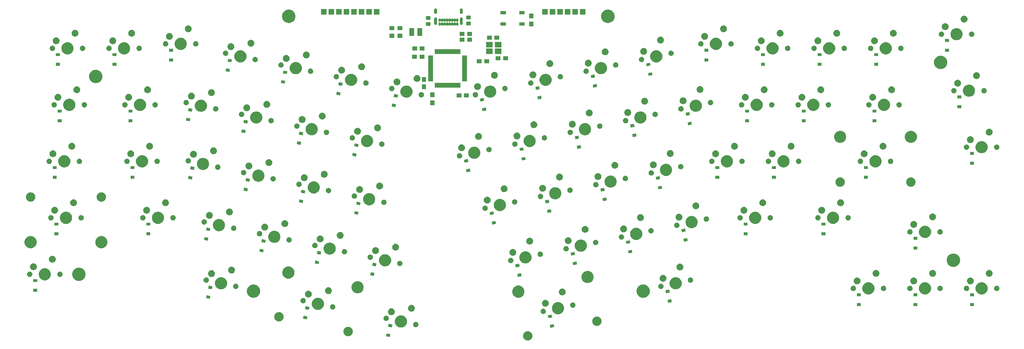
<source format=gbr>
G04 #@! TF.GenerationSoftware,KiCad,Pcbnew,(5.1.6)-1*
G04 #@! TF.CreationDate,2020-09-14T21:11:51+02:00*
G04 #@! TF.ProjectId,arisu,61726973-752e-46b6-9963-61645f706362,1.1*
G04 #@! TF.SameCoordinates,Original*
G04 #@! TF.FileFunction,Soldermask,Bot*
G04 #@! TF.FilePolarity,Negative*
%FSLAX46Y46*%
G04 Gerber Fmt 4.6, Leading zero omitted, Abs format (unit mm)*
G04 Created by KiCad (PCBNEW (5.1.6)-1) date 2020-09-14 21:11:51*
%MOMM*%
%LPD*%
G01*
G04 APERTURE LIST*
%ADD10C,0.100000*%
G04 APERTURE END LIST*
D10*
G36*
X202466221Y-134132141D02*
G01*
X202694840Y-134177615D01*
X202981654Y-134296418D01*
X203239780Y-134468892D01*
X203459297Y-134688409D01*
X203631771Y-134946535D01*
X203750574Y-135233349D01*
X203811138Y-135537829D01*
X203811138Y-135848273D01*
X203750574Y-136152753D01*
X203631771Y-136439567D01*
X203459297Y-136697693D01*
X203239780Y-136917210D01*
X202981654Y-137089684D01*
X202694840Y-137208487D01*
X202466221Y-137253961D01*
X202390362Y-137269051D01*
X202079914Y-137269051D01*
X202004055Y-137253961D01*
X201775436Y-137208487D01*
X201488622Y-137089684D01*
X201230496Y-136917210D01*
X201010979Y-136697693D01*
X200838505Y-136439567D01*
X200719702Y-136152753D01*
X200659138Y-135848273D01*
X200659138Y-135537829D01*
X200719702Y-135233349D01*
X200838505Y-134946535D01*
X201010979Y-134688409D01*
X201230496Y-134468892D01*
X201488622Y-134296418D01*
X201775436Y-134177615D01*
X202004055Y-134132141D01*
X202079914Y-134117051D01*
X202390362Y-134117051D01*
X202466221Y-134132141D01*
G37*
G36*
X156024884Y-135110242D02*
G01*
X155816557Y-136090347D01*
X154543008Y-135819646D01*
X154550637Y-135783756D01*
X154602910Y-135537827D01*
X154751335Y-134839541D01*
X156024884Y-135110242D01*
G37*
G36*
X142022695Y-132645788D02*
G01*
X142256630Y-132692320D01*
X142543444Y-132811123D01*
X142801570Y-132983597D01*
X143021087Y-133203114D01*
X143193561Y-133461240D01*
X143312364Y-133748054D01*
X143372928Y-134052534D01*
X143372928Y-134362978D01*
X143312364Y-134667458D01*
X143193561Y-134954272D01*
X143021087Y-135212398D01*
X142801570Y-135431915D01*
X142543444Y-135604389D01*
X142256630Y-135723192D01*
X142028011Y-135768666D01*
X141952152Y-135783756D01*
X141641704Y-135783756D01*
X141565845Y-135768666D01*
X141337226Y-135723192D01*
X141050412Y-135604389D01*
X140792286Y-135431915D01*
X140572769Y-135212398D01*
X140400295Y-134954272D01*
X140281492Y-134667458D01*
X140220928Y-134362978D01*
X140220928Y-134052534D01*
X140281492Y-133748054D01*
X140400295Y-133461240D01*
X140572769Y-133203114D01*
X140792286Y-132983597D01*
X141050412Y-132811123D01*
X141337226Y-132692320D01*
X141571161Y-132645788D01*
X141641704Y-132631756D01*
X141952152Y-132631756D01*
X142022695Y-132645788D01*
G37*
G36*
X211133992Y-132703646D02*
G01*
X209860443Y-132974347D01*
X209652116Y-131994242D01*
X210925665Y-131723541D01*
X211133992Y-132703646D01*
G37*
G36*
X160161751Y-128856033D02*
G01*
X160445503Y-128973567D01*
X160535010Y-129010642D01*
X160870933Y-129235099D01*
X161156613Y-129520779D01*
X161303168Y-129740113D01*
X161381071Y-129856704D01*
X161535679Y-130229961D01*
X161614497Y-130626208D01*
X161614497Y-131030222D01*
X161535679Y-131426469D01*
X161382753Y-131795665D01*
X161381070Y-131799728D01*
X161156613Y-132135651D01*
X160870933Y-132421331D01*
X160535010Y-132645788D01*
X160535009Y-132645789D01*
X160535008Y-132645789D01*
X160161751Y-132800397D01*
X159765504Y-132879215D01*
X159361490Y-132879215D01*
X158965243Y-132800397D01*
X158591986Y-132645789D01*
X158591985Y-132645789D01*
X158591984Y-132645788D01*
X158256061Y-132421331D01*
X157970381Y-132135651D01*
X157745924Y-131799728D01*
X157744241Y-131795665D01*
X157591315Y-131426469D01*
X157512497Y-131030222D01*
X157512497Y-130626208D01*
X157591315Y-130229961D01*
X157745923Y-129856704D01*
X157823827Y-129740113D01*
X157970381Y-129520779D01*
X158256061Y-129235099D01*
X158591984Y-129010642D01*
X158681491Y-128973567D01*
X158965243Y-128856033D01*
X159361490Y-128777215D01*
X159765504Y-128777215D01*
X160161751Y-128856033D01*
G37*
G36*
X156710992Y-131882354D02*
G01*
X156710992Y-131882355D01*
X156691693Y-131973148D01*
X156502665Y-132862459D01*
X155229116Y-132591758D01*
X155437443Y-131611653D01*
X156710992Y-131882354D01*
G37*
G36*
X164645999Y-130988333D02*
G01*
X164795299Y-131018030D01*
X164959271Y-131085950D01*
X165106841Y-131184553D01*
X165232340Y-131310052D01*
X165330943Y-131457622D01*
X165398863Y-131621594D01*
X165433487Y-131795665D01*
X165433487Y-131973147D01*
X165398863Y-132147218D01*
X165330943Y-132311190D01*
X165232340Y-132458760D01*
X165106841Y-132584259D01*
X164959271Y-132682862D01*
X164795299Y-132750782D01*
X164645999Y-132780479D01*
X164621229Y-132785406D01*
X164443745Y-132785406D01*
X164418975Y-132780479D01*
X164269675Y-132750782D01*
X164105703Y-132682862D01*
X163958133Y-132584259D01*
X163832634Y-132458760D01*
X163734031Y-132311190D01*
X163666111Y-132147218D01*
X163631487Y-131973147D01*
X163631487Y-131795665D01*
X163666111Y-131621594D01*
X163734031Y-131457622D01*
X163832634Y-131310052D01*
X163958133Y-131184553D01*
X164105703Y-131085950D01*
X164269675Y-131018030D01*
X164418975Y-130988333D01*
X164443745Y-130983406D01*
X164621229Y-130983406D01*
X164645999Y-130988333D01*
G37*
G36*
X225746134Y-129183843D02*
G01*
X225974753Y-129229317D01*
X226261567Y-129348120D01*
X226519693Y-129520594D01*
X226739210Y-129740111D01*
X226911684Y-129998237D01*
X227030487Y-130285051D01*
X227067648Y-130471875D01*
X227087262Y-130570479D01*
X227091051Y-130589531D01*
X227091051Y-130899975D01*
X227030487Y-131204455D01*
X226911684Y-131491269D01*
X226739210Y-131749395D01*
X226519693Y-131968912D01*
X226261567Y-132141386D01*
X225974753Y-132260189D01*
X225746134Y-132305663D01*
X225670275Y-132320753D01*
X225359827Y-132320753D01*
X225283968Y-132305663D01*
X225055349Y-132260189D01*
X224768535Y-132141386D01*
X224510409Y-131968912D01*
X224290892Y-131749395D01*
X224118418Y-131491269D01*
X223999615Y-131204455D01*
X223939051Y-130899975D01*
X223939051Y-130589531D01*
X223942841Y-130570479D01*
X223962454Y-130471875D01*
X223999615Y-130285051D01*
X224118418Y-129998237D01*
X224290892Y-129740111D01*
X224510409Y-129520594D01*
X224768535Y-129348120D01*
X225055349Y-129229317D01*
X225283968Y-129183843D01*
X225359827Y-129168753D01*
X225670275Y-129168753D01*
X225746134Y-129183843D01*
G37*
G36*
X118748098Y-127698548D02*
G01*
X118976717Y-127744022D01*
X119263531Y-127862825D01*
X119521657Y-128035299D01*
X119741174Y-128254816D01*
X119913648Y-128512942D01*
X120032451Y-128799756D01*
X120093015Y-129104236D01*
X120093015Y-129414680D01*
X120032451Y-129719160D01*
X119913648Y-130005974D01*
X119741174Y-130264100D01*
X119521657Y-130483617D01*
X119263531Y-130656091D01*
X118976717Y-130774894D01*
X118748098Y-130820368D01*
X118672239Y-130835458D01*
X118361791Y-130835458D01*
X118285932Y-130820368D01*
X118057313Y-130774894D01*
X117770499Y-130656091D01*
X117512373Y-130483617D01*
X117292856Y-130264100D01*
X117120382Y-130005974D01*
X117001579Y-129719160D01*
X116941015Y-129414680D01*
X116941015Y-129104236D01*
X117001579Y-128799756D01*
X117120382Y-128512942D01*
X117292856Y-128254816D01*
X117512373Y-128035299D01*
X117770499Y-127862825D01*
X118057313Y-127744022D01*
X118285932Y-127698548D01*
X118361791Y-127683458D01*
X118672239Y-127683458D01*
X118748098Y-127698548D01*
G37*
G36*
X154708019Y-128875950D02*
G01*
X154857319Y-128905647D01*
X155021291Y-128973567D01*
X155168861Y-129072170D01*
X155294360Y-129197669D01*
X155392963Y-129345239D01*
X155460883Y-129509211D01*
X155495507Y-129683282D01*
X155495507Y-129860764D01*
X155460883Y-130034835D01*
X155392963Y-130198807D01*
X155294360Y-130346377D01*
X155168861Y-130471876D01*
X155021291Y-130570479D01*
X154857319Y-130638399D01*
X154708019Y-130668096D01*
X154683249Y-130673023D01*
X154505765Y-130673023D01*
X154480995Y-130668096D01*
X154331695Y-130638399D01*
X154167723Y-130570479D01*
X154020153Y-130471876D01*
X153894654Y-130346377D01*
X153796051Y-130198807D01*
X153728131Y-130034835D01*
X153693507Y-129860764D01*
X153693507Y-129683282D01*
X153728131Y-129509211D01*
X153796051Y-129345239D01*
X153894654Y-129197669D01*
X154020153Y-129072170D01*
X154167723Y-128973567D01*
X154331695Y-128905647D01*
X154480995Y-128875950D01*
X154505765Y-128871023D01*
X154683249Y-128871023D01*
X154708019Y-128875950D01*
G37*
G36*
X128073884Y-129169242D02*
G01*
X128073884Y-129169243D01*
X128059886Y-129235099D01*
X127865557Y-130149347D01*
X126592008Y-129878646D01*
X126800335Y-128898541D01*
X128073884Y-129169242D01*
G37*
G36*
X210447884Y-129475758D02*
G01*
X209174335Y-129746459D01*
X208973108Y-128799756D01*
X208966008Y-128766355D01*
X208966008Y-128766354D01*
X210239557Y-128495653D01*
X210447884Y-129475758D01*
G37*
G36*
X156589399Y-126422692D02*
G01*
X156700584Y-126444808D01*
X156910053Y-126531573D01*
X157098570Y-126657536D01*
X157258890Y-126817856D01*
X157384853Y-127006373D01*
X157450662Y-127165249D01*
X157471618Y-127215843D01*
X157515850Y-127438211D01*
X157515850Y-127664941D01*
X157493734Y-127776125D01*
X157471618Y-127887310D01*
X157384853Y-128096779D01*
X157258890Y-128285296D01*
X157098570Y-128445616D01*
X156910053Y-128571579D01*
X156700584Y-128658344D01*
X156589399Y-128680460D01*
X156478215Y-128702576D01*
X156251485Y-128702576D01*
X156140301Y-128680460D01*
X156029116Y-128658344D01*
X155819647Y-128571579D01*
X155631130Y-128445616D01*
X155470810Y-128285296D01*
X155344847Y-128096779D01*
X155258082Y-127887310D01*
X155235966Y-127776125D01*
X155213850Y-127664941D01*
X155213850Y-127438211D01*
X155258082Y-127215843D01*
X155279039Y-127165249D01*
X155344847Y-127006373D01*
X155470810Y-126817856D01*
X155631130Y-126657536D01*
X155819647Y-126531573D01*
X156029116Y-126444808D01*
X156140301Y-126422692D01*
X156251485Y-126400576D01*
X156478215Y-126400576D01*
X156589399Y-126422692D01*
G37*
G36*
X213017967Y-124399687D02*
G01*
X213391224Y-124554295D01*
X213391226Y-124554296D01*
X213727149Y-124778753D01*
X214012829Y-125064433D01*
X214215942Y-125368412D01*
X214237287Y-125400358D01*
X214391895Y-125773615D01*
X214470713Y-126169862D01*
X214470713Y-126573876D01*
X214391895Y-126970123D01*
X214238969Y-127339319D01*
X214237286Y-127343382D01*
X214012829Y-127679305D01*
X213727149Y-127964985D01*
X213391226Y-128189442D01*
X213391225Y-128189443D01*
X213391224Y-128189443D01*
X213017967Y-128344051D01*
X212621720Y-128422869D01*
X212217706Y-128422869D01*
X211821459Y-128344051D01*
X211448202Y-128189443D01*
X211448201Y-128189443D01*
X211448200Y-128189442D01*
X211112277Y-127964985D01*
X210826597Y-127679305D01*
X210602140Y-127343382D01*
X210600457Y-127339319D01*
X210447531Y-126970123D01*
X210368713Y-126573876D01*
X210368713Y-126169862D01*
X210447531Y-125773615D01*
X210602139Y-125400358D01*
X210623485Y-125368412D01*
X210826597Y-125064433D01*
X211112277Y-124778753D01*
X211448200Y-124554296D01*
X211448202Y-124554295D01*
X211821459Y-124399687D01*
X212217706Y-124320869D01*
X212621720Y-124320869D01*
X213017967Y-124399687D01*
G37*
G36*
X207562148Y-126531572D02*
G01*
X207713535Y-126561684D01*
X207877507Y-126629604D01*
X208025077Y-126728207D01*
X208150576Y-126853706D01*
X208249179Y-127001276D01*
X208317099Y-127165248D01*
X208351723Y-127339319D01*
X208351723Y-127516801D01*
X208317099Y-127690872D01*
X208249179Y-127854844D01*
X208150576Y-128002414D01*
X208025077Y-128127913D01*
X207877507Y-128226516D01*
X207713535Y-128294436D01*
X207564235Y-128324133D01*
X207539465Y-128329060D01*
X207361981Y-128329060D01*
X207337211Y-128324133D01*
X207187911Y-128294436D01*
X207023939Y-128226516D01*
X206876369Y-128127913D01*
X206750870Y-128002414D01*
X206652267Y-127854844D01*
X206584347Y-127690872D01*
X206549723Y-127516801D01*
X206549723Y-127339319D01*
X206584347Y-127165248D01*
X206652267Y-127001276D01*
X206750870Y-126853706D01*
X206876369Y-126728207D01*
X207023939Y-126629604D01*
X207187911Y-126561684D01*
X207339298Y-126531572D01*
X207361981Y-126527060D01*
X207539465Y-126527060D01*
X207562148Y-126531572D01*
G37*
G36*
X163328732Y-125258437D02*
G01*
X163439917Y-125280553D01*
X163649386Y-125367318D01*
X163837903Y-125493281D01*
X163998223Y-125653601D01*
X164124186Y-125842118D01*
X164202634Y-126031507D01*
X164210951Y-126051588D01*
X164255183Y-126273956D01*
X164255183Y-126500686D01*
X164233067Y-126611870D01*
X164210951Y-126723055D01*
X164124186Y-126932524D01*
X163998223Y-127121041D01*
X163837903Y-127281361D01*
X163649386Y-127407324D01*
X163439917Y-127494089D01*
X163328732Y-127516205D01*
X163217548Y-127538321D01*
X162990818Y-127538321D01*
X162879634Y-127516205D01*
X162768449Y-127494089D01*
X162558980Y-127407324D01*
X162370463Y-127281361D01*
X162210143Y-127121041D01*
X162084180Y-126932524D01*
X161997415Y-126723055D01*
X161975299Y-126611870D01*
X161953183Y-126500686D01*
X161953183Y-126273956D01*
X161997415Y-126051588D01*
X162005733Y-126031507D01*
X162084180Y-125842118D01*
X162210143Y-125653601D01*
X162370463Y-125493281D01*
X162558980Y-125367318D01*
X162768449Y-125280553D01*
X162879634Y-125258437D01*
X162990818Y-125236321D01*
X163217548Y-125236321D01*
X163328732Y-125258437D01*
G37*
G36*
X132210607Y-122914392D02*
G01*
X132494359Y-123031926D01*
X132583866Y-123069001D01*
X132919789Y-123293458D01*
X133205469Y-123579138D01*
X133314050Y-123741640D01*
X133429927Y-123915063D01*
X133584535Y-124288320D01*
X133663353Y-124684567D01*
X133663353Y-125088581D01*
X133584535Y-125484828D01*
X133431609Y-125854024D01*
X133429926Y-125858087D01*
X133205469Y-126194010D01*
X132919789Y-126479690D01*
X132583866Y-126704147D01*
X132583865Y-126704148D01*
X132583864Y-126704148D01*
X132210607Y-126858756D01*
X131814360Y-126937574D01*
X131410346Y-126937574D01*
X131014099Y-126858756D01*
X130640842Y-126704148D01*
X130640841Y-126704148D01*
X130640840Y-126704147D01*
X130304917Y-126479690D01*
X130019237Y-126194010D01*
X129794780Y-125858087D01*
X129793097Y-125854024D01*
X129640171Y-125484828D01*
X129561353Y-125088581D01*
X129561353Y-124684567D01*
X129640171Y-124288320D01*
X129794779Y-123915063D01*
X129910657Y-123741640D01*
X130019237Y-123579138D01*
X130304917Y-123293458D01*
X130640840Y-123069001D01*
X130730347Y-123031926D01*
X131014099Y-122914392D01*
X131410346Y-122835574D01*
X131814360Y-122835574D01*
X132210607Y-122914392D01*
G37*
G36*
X128759992Y-125941354D02*
G01*
X128759992Y-125941355D01*
X128736561Y-126051587D01*
X128551665Y-126921459D01*
X127278116Y-126650758D01*
X127486443Y-125670653D01*
X128759992Y-125941354D01*
G37*
G36*
X136694855Y-125046692D02*
G01*
X136844155Y-125076389D01*
X137008127Y-125144309D01*
X137155697Y-125242912D01*
X137281196Y-125368411D01*
X137379799Y-125515981D01*
X137447719Y-125679953D01*
X137482343Y-125854024D01*
X137482343Y-126031506D01*
X137447719Y-126205577D01*
X137379799Y-126369549D01*
X137281196Y-126517119D01*
X137155697Y-126642618D01*
X137008127Y-126741221D01*
X136844155Y-126809141D01*
X136694855Y-126838838D01*
X136670085Y-126843765D01*
X136492601Y-126843765D01*
X136467831Y-126838838D01*
X136318531Y-126809141D01*
X136154559Y-126741221D01*
X136006989Y-126642618D01*
X135881490Y-126517119D01*
X135782887Y-126369549D01*
X135714967Y-126205577D01*
X135680343Y-126031506D01*
X135680343Y-125854024D01*
X135714967Y-125679953D01*
X135782887Y-125515981D01*
X135881490Y-125368411D01*
X136006989Y-125242912D01*
X136154559Y-125144309D01*
X136318531Y-125076389D01*
X136467831Y-125046692D01*
X136492601Y-125041765D01*
X136670085Y-125041765D01*
X136694855Y-125046692D01*
G37*
G36*
X217502214Y-124419605D02*
G01*
X217651514Y-124449302D01*
X217815486Y-124517222D01*
X217963056Y-124615825D01*
X218088555Y-124741324D01*
X218187158Y-124888894D01*
X218255078Y-125052866D01*
X218289702Y-125226937D01*
X218289702Y-125404419D01*
X218255078Y-125578490D01*
X218187158Y-125742462D01*
X218088555Y-125890032D01*
X217963056Y-126015531D01*
X217815486Y-126114134D01*
X217651514Y-126182054D01*
X217502214Y-126211751D01*
X217477444Y-126216678D01*
X217299960Y-126216678D01*
X217275190Y-126211751D01*
X217125890Y-126182054D01*
X216961918Y-126114134D01*
X216814348Y-126015531D01*
X216688849Y-125890032D01*
X216590246Y-125742462D01*
X216522326Y-125578490D01*
X216487702Y-125404419D01*
X216487702Y-125226937D01*
X216522326Y-125052866D01*
X216590246Y-124888894D01*
X216688849Y-124741324D01*
X216814348Y-124615825D01*
X216961918Y-124517222D01*
X217125890Y-124449302D01*
X217275190Y-124419605D01*
X217299960Y-124414678D01*
X217477444Y-124414678D01*
X217502214Y-124419605D01*
G37*
G36*
X208389424Y-123550634D02*
G01*
X208500609Y-123572750D01*
X208710078Y-123659515D01*
X208898595Y-123785478D01*
X209058915Y-123945798D01*
X209184878Y-124134315D01*
X209271643Y-124343784D01*
X209315875Y-124566154D01*
X209315875Y-124792882D01*
X209271643Y-125015252D01*
X209184878Y-125224721D01*
X209058915Y-125413238D01*
X208898595Y-125573558D01*
X208710078Y-125699521D01*
X208500609Y-125786286D01*
X208389424Y-125808402D01*
X208278240Y-125830518D01*
X208051510Y-125830518D01*
X207940326Y-125808402D01*
X207829141Y-125786286D01*
X207619672Y-125699521D01*
X207431155Y-125573558D01*
X207270835Y-125413238D01*
X207144872Y-125224721D01*
X207058107Y-125015252D01*
X207013875Y-124792882D01*
X207013875Y-124566154D01*
X207058107Y-124343784D01*
X207144872Y-124134315D01*
X207270835Y-123945798D01*
X207431155Y-123785478D01*
X207619672Y-123659515D01*
X207829141Y-123572750D01*
X207940326Y-123550634D01*
X208051510Y-123528518D01*
X208278240Y-123528518D01*
X208389424Y-123550634D01*
G37*
G36*
X314301000Y-125609000D02*
G01*
X312999000Y-125609000D01*
X312999000Y-124607000D01*
X314301000Y-124607000D01*
X314301000Y-125609000D01*
G37*
G36*
X352401000Y-125609000D02*
G01*
X351099000Y-125609000D01*
X351099000Y-124607000D01*
X352401000Y-124607000D01*
X352401000Y-125609000D01*
G37*
G36*
X333351000Y-125609000D02*
G01*
X332049000Y-125609000D01*
X332049000Y-124607000D01*
X333351000Y-124607000D01*
X333351000Y-125609000D01*
G37*
G36*
X126756875Y-122934309D02*
G01*
X126906175Y-122964006D01*
X127070147Y-123031926D01*
X127217717Y-123130529D01*
X127343216Y-123256028D01*
X127441819Y-123403598D01*
X127509739Y-123567570D01*
X127544363Y-123741641D01*
X127544363Y-123919123D01*
X127509739Y-124093194D01*
X127441819Y-124257166D01*
X127343216Y-124404736D01*
X127217717Y-124530235D01*
X127070147Y-124628838D01*
X126906175Y-124696758D01*
X126756875Y-124726455D01*
X126732105Y-124731382D01*
X126554621Y-124731382D01*
X126529851Y-124726455D01*
X126380551Y-124696758D01*
X126216579Y-124628838D01*
X126069009Y-124530235D01*
X125943510Y-124404736D01*
X125844907Y-124257166D01*
X125776987Y-124093194D01*
X125742363Y-123919123D01*
X125742363Y-123741641D01*
X125776987Y-123567570D01*
X125844907Y-123403598D01*
X125943510Y-123256028D01*
X126069009Y-123130529D01*
X126216579Y-123031926D01*
X126380551Y-122964006D01*
X126529851Y-122934309D01*
X126554621Y-122929382D01*
X126732105Y-122929382D01*
X126756875Y-122934309D01*
G37*
G36*
X250730992Y-124287646D02*
G01*
X249457443Y-124558347D01*
X249249116Y-123578242D01*
X250522665Y-123307541D01*
X250730992Y-124287646D01*
G37*
G36*
X95465184Y-122237242D02*
G01*
X95465184Y-122237243D01*
X95442566Y-122343654D01*
X95256857Y-123217347D01*
X93983308Y-122946646D01*
X93986978Y-122929382D01*
X94056213Y-122603655D01*
X94191635Y-121966541D01*
X95465184Y-122237242D01*
G37*
G36*
X241335880Y-118368776D02*
G01*
X241716593Y-118444504D01*
X242126249Y-118614189D01*
X242494929Y-118860534D01*
X242808466Y-119174071D01*
X243054811Y-119542751D01*
X243224496Y-119952407D01*
X243300064Y-120332315D01*
X243311000Y-120387295D01*
X243311000Y-120830705D01*
X243301947Y-120876215D01*
X243224496Y-121265593D01*
X243054811Y-121675249D01*
X242808466Y-122043929D01*
X242494929Y-122357466D01*
X242126249Y-122603811D01*
X241716593Y-122773496D01*
X241335880Y-122849224D01*
X241281705Y-122860000D01*
X240838295Y-122860000D01*
X240784120Y-122849224D01*
X240403407Y-122773496D01*
X239993751Y-122603811D01*
X239625071Y-122357466D01*
X239311534Y-122043929D01*
X239065189Y-121675249D01*
X238895504Y-121265593D01*
X238818053Y-120876215D01*
X238809000Y-120830705D01*
X238809000Y-120387295D01*
X238819936Y-120332315D01*
X238895504Y-119952407D01*
X239065189Y-119542751D01*
X239311534Y-119174071D01*
X239625071Y-118860534D01*
X239993751Y-118614189D01*
X240403407Y-118444504D01*
X240784120Y-118368776D01*
X240838295Y-118358000D01*
X241281705Y-118358000D01*
X241335880Y-118368776D01*
G37*
G36*
X110234880Y-118368776D02*
G01*
X110615593Y-118444504D01*
X111025249Y-118614189D01*
X111393929Y-118860534D01*
X111707466Y-119174071D01*
X111953811Y-119542751D01*
X112123496Y-119952407D01*
X112199064Y-120332315D01*
X112210000Y-120387295D01*
X112210000Y-120830705D01*
X112200947Y-120876215D01*
X112123496Y-121265593D01*
X111953811Y-121675249D01*
X111707466Y-122043929D01*
X111393929Y-122357466D01*
X111025249Y-122603811D01*
X110615593Y-122773496D01*
X110234880Y-122849224D01*
X110180705Y-122860000D01*
X109737295Y-122860000D01*
X109683120Y-122849224D01*
X109302407Y-122773496D01*
X108892751Y-122603811D01*
X108524071Y-122357466D01*
X108210534Y-122043929D01*
X107964189Y-121675249D01*
X107794504Y-121265593D01*
X107717053Y-120876215D01*
X107708000Y-120830705D01*
X107708000Y-120387295D01*
X107718936Y-120332315D01*
X107794504Y-119952407D01*
X107964189Y-119542751D01*
X108210534Y-119174071D01*
X108524071Y-118860534D01*
X108892751Y-118614189D01*
X109302407Y-118444504D01*
X109683120Y-118368776D01*
X109737295Y-118358000D01*
X110180705Y-118358000D01*
X110234880Y-118368776D01*
G37*
G36*
X199664818Y-118813900D02*
G01*
X199937636Y-118926905D01*
X200038077Y-118968509D01*
X200374000Y-119192966D01*
X200659680Y-119478646D01*
X200881061Y-119809965D01*
X200884138Y-119814571D01*
X201038746Y-120187828D01*
X201117564Y-120584075D01*
X201117564Y-120988089D01*
X201038746Y-121384336D01*
X200884138Y-121757593D01*
X200884137Y-121757595D01*
X200659680Y-122093518D01*
X200374000Y-122379198D01*
X200038077Y-122603655D01*
X200038076Y-122603656D01*
X200038075Y-122603656D01*
X199664818Y-122758264D01*
X199268571Y-122837082D01*
X198864557Y-122837082D01*
X198468310Y-122758264D01*
X198095053Y-122603656D01*
X198095052Y-122603656D01*
X198095051Y-122603655D01*
X197759128Y-122379198D01*
X197473448Y-122093518D01*
X197248991Y-121757595D01*
X197248990Y-121757593D01*
X197094382Y-121384336D01*
X197015564Y-120988089D01*
X197015564Y-120584075D01*
X197094382Y-120187828D01*
X197248990Y-119814571D01*
X197252068Y-119809965D01*
X197473448Y-119478646D01*
X197759128Y-119192966D01*
X198095051Y-118968509D01*
X198195492Y-118926905D01*
X198468310Y-118813900D01*
X198864557Y-118735082D01*
X199268571Y-118735082D01*
X199664818Y-118813900D01*
G37*
G36*
X128638255Y-120481051D02*
G01*
X128749440Y-120503167D01*
X128860996Y-120549375D01*
X128944772Y-120584076D01*
X128958909Y-120589932D01*
X129147426Y-120715895D01*
X129307746Y-120876215D01*
X129433709Y-121064732D01*
X129519963Y-121272967D01*
X129520474Y-121274202D01*
X129564706Y-121496570D01*
X129564706Y-121723300D01*
X129557885Y-121757593D01*
X129520474Y-121945669D01*
X129433709Y-122155138D01*
X129307746Y-122343655D01*
X129147426Y-122503975D01*
X128958909Y-122629938D01*
X128749440Y-122716703D01*
X128638255Y-122738819D01*
X128527071Y-122760935D01*
X128300341Y-122760935D01*
X128189157Y-122738819D01*
X128077972Y-122716703D01*
X127868503Y-122629938D01*
X127679986Y-122503975D01*
X127519666Y-122343655D01*
X127393703Y-122155138D01*
X127306938Y-121945669D01*
X127269527Y-121757593D01*
X127262706Y-121723300D01*
X127262706Y-121496570D01*
X127306938Y-121274202D01*
X127307450Y-121272967D01*
X127393703Y-121064732D01*
X127519666Y-120876215D01*
X127679986Y-120715895D01*
X127868503Y-120589932D01*
X127882641Y-120584076D01*
X127966416Y-120549375D01*
X128077972Y-120503167D01*
X128189157Y-120481051D01*
X128300341Y-120458935D01*
X128527071Y-120458935D01*
X128638255Y-120481051D01*
G37*
G36*
X352401000Y-122309000D02*
G01*
X351099000Y-122309000D01*
X351099000Y-121307000D01*
X352401000Y-121307000D01*
X352401000Y-122309000D01*
G37*
G36*
X333351000Y-122309000D02*
G01*
X332049000Y-122309000D01*
X332049000Y-121307000D01*
X333351000Y-121307000D01*
X333351000Y-122309000D01*
G37*
G36*
X314301000Y-122309000D02*
G01*
X312999000Y-122309000D01*
X312999000Y-121307000D01*
X314301000Y-121307000D01*
X314301000Y-122309000D01*
G37*
G36*
X214072565Y-119745900D02*
G01*
X214183750Y-119768016D01*
X214331866Y-119829368D01*
X214367192Y-119844000D01*
X214393219Y-119854781D01*
X214581736Y-119980744D01*
X214742056Y-120141064D01*
X214868019Y-120329581D01*
X214868020Y-120329583D01*
X214876624Y-120350355D01*
X214954784Y-120539050D01*
X214999016Y-120761420D01*
X214999016Y-120988148D01*
X214954784Y-121210518D01*
X214868019Y-121419987D01*
X214742056Y-121608504D01*
X214581736Y-121768824D01*
X214393219Y-121894787D01*
X214183750Y-121981552D01*
X214072565Y-122003668D01*
X213961381Y-122025784D01*
X213734651Y-122025784D01*
X213623467Y-122003668D01*
X213512282Y-121981552D01*
X213302813Y-121894787D01*
X213114296Y-121768824D01*
X212953976Y-121608504D01*
X212828013Y-121419987D01*
X212741248Y-121210518D01*
X212697016Y-120988148D01*
X212697016Y-120761420D01*
X212741248Y-120539050D01*
X212819408Y-120350355D01*
X212828012Y-120329583D01*
X212828013Y-120329581D01*
X212953976Y-120141064D01*
X213114296Y-119980744D01*
X213302813Y-119854781D01*
X213328841Y-119844000D01*
X213364166Y-119829368D01*
X213512282Y-119768016D01*
X213623467Y-119745900D01*
X213734651Y-119723784D01*
X213961381Y-119723784D01*
X214072565Y-119745900D01*
G37*
G36*
X355573254Y-117710818D02*
G01*
X355946511Y-117865426D01*
X355946513Y-117865427D01*
X356282436Y-118089884D01*
X356568116Y-118375564D01*
X356786589Y-118702531D01*
X356792574Y-118711489D01*
X356947182Y-119084746D01*
X357026000Y-119480993D01*
X357026000Y-119885007D01*
X356947182Y-120281254D01*
X356792574Y-120654511D01*
X356792573Y-120654513D01*
X356568116Y-120990436D01*
X356282436Y-121276116D01*
X355946513Y-121500573D01*
X355946512Y-121500574D01*
X355946511Y-121500574D01*
X355573254Y-121655182D01*
X355177007Y-121734000D01*
X354772993Y-121734000D01*
X354376746Y-121655182D01*
X354003489Y-121500574D01*
X354003488Y-121500574D01*
X354003487Y-121500573D01*
X353667564Y-121276116D01*
X353381884Y-120990436D01*
X353157427Y-120654513D01*
X353157426Y-120654511D01*
X353002818Y-120281254D01*
X352924000Y-119885007D01*
X352924000Y-119480993D01*
X353002818Y-119084746D01*
X353157426Y-118711489D01*
X353163412Y-118702531D01*
X353381884Y-118375564D01*
X353667564Y-118089884D01*
X354003487Y-117865427D01*
X354003489Y-117865426D01*
X354376746Y-117710818D01*
X354772993Y-117632000D01*
X355177007Y-117632000D01*
X355573254Y-117710818D01*
G37*
G36*
X336523254Y-117710818D02*
G01*
X336896511Y-117865426D01*
X336896513Y-117865427D01*
X337232436Y-118089884D01*
X337518116Y-118375564D01*
X337736589Y-118702531D01*
X337742574Y-118711489D01*
X337897182Y-119084746D01*
X337976000Y-119480993D01*
X337976000Y-119885007D01*
X337897182Y-120281254D01*
X337742574Y-120654511D01*
X337742573Y-120654513D01*
X337518116Y-120990436D01*
X337232436Y-121276116D01*
X336896513Y-121500573D01*
X336896512Y-121500574D01*
X336896511Y-121500574D01*
X336523254Y-121655182D01*
X336127007Y-121734000D01*
X335722993Y-121734000D01*
X335326746Y-121655182D01*
X334953489Y-121500574D01*
X334953488Y-121500574D01*
X334953487Y-121500573D01*
X334617564Y-121276116D01*
X334331884Y-120990436D01*
X334107427Y-120654513D01*
X334107426Y-120654511D01*
X333952818Y-120281254D01*
X333874000Y-119885007D01*
X333874000Y-119480993D01*
X333952818Y-119084746D01*
X334107426Y-118711489D01*
X334113412Y-118702531D01*
X334331884Y-118375564D01*
X334617564Y-118089884D01*
X334953487Y-117865427D01*
X334953489Y-117865426D01*
X335326746Y-117710818D01*
X335722993Y-117632000D01*
X336127007Y-117632000D01*
X336523254Y-117710818D01*
G37*
G36*
X317473254Y-117710818D02*
G01*
X317846511Y-117865426D01*
X317846513Y-117865427D01*
X318182436Y-118089884D01*
X318468116Y-118375564D01*
X318686589Y-118702531D01*
X318692574Y-118711489D01*
X318847182Y-119084746D01*
X318926000Y-119480993D01*
X318926000Y-119885007D01*
X318847182Y-120281254D01*
X318692574Y-120654511D01*
X318692573Y-120654513D01*
X318468116Y-120990436D01*
X318182436Y-121276116D01*
X317846513Y-121500573D01*
X317846512Y-121500574D01*
X317846511Y-121500574D01*
X317473254Y-121655182D01*
X317077007Y-121734000D01*
X316672993Y-121734000D01*
X316276746Y-121655182D01*
X315903489Y-121500574D01*
X315903488Y-121500574D01*
X315903487Y-121500573D01*
X315567564Y-121276116D01*
X315281884Y-120990436D01*
X315057427Y-120654513D01*
X315057426Y-120654511D01*
X314902818Y-120281254D01*
X314824000Y-119885007D01*
X314824000Y-119480993D01*
X314902818Y-119084746D01*
X315057426Y-118711489D01*
X315063412Y-118702531D01*
X315281884Y-118375564D01*
X315567564Y-118089884D01*
X315903487Y-117865427D01*
X315903489Y-117865426D01*
X316276746Y-117710818D01*
X316672993Y-117632000D01*
X317077007Y-117632000D01*
X317473254Y-117710818D01*
G37*
G36*
X135377588Y-119316795D02*
G01*
X135488773Y-119338911D01*
X135636889Y-119400263D01*
X135684996Y-119420189D01*
X135698242Y-119425676D01*
X135886759Y-119551639D01*
X136047079Y-119711959D01*
X136173042Y-119900476D01*
X136259807Y-120109945D01*
X136304039Y-120332315D01*
X136304039Y-120559043D01*
X136259807Y-120781413D01*
X136233054Y-120846000D01*
X136174175Y-120988148D01*
X136173042Y-120990882D01*
X136047079Y-121179399D01*
X135886759Y-121339719D01*
X135698242Y-121465682D01*
X135488773Y-121552447D01*
X135377588Y-121574563D01*
X135266404Y-121596679D01*
X135039674Y-121596679D01*
X134928490Y-121574563D01*
X134817305Y-121552447D01*
X134607836Y-121465682D01*
X134419319Y-121339719D01*
X134258999Y-121179399D01*
X134133036Y-120990882D01*
X134131904Y-120988148D01*
X134073024Y-120846000D01*
X134046271Y-120781413D01*
X134002039Y-120559043D01*
X134002039Y-120332315D01*
X134046271Y-120109945D01*
X134133036Y-119900476D01*
X134258999Y-119711959D01*
X134419319Y-119551639D01*
X134607836Y-119425676D01*
X134621083Y-119420189D01*
X134669189Y-119400263D01*
X134817305Y-119338911D01*
X134928490Y-119316795D01*
X135039674Y-119294679D01*
X135266404Y-119294679D01*
X135377588Y-119316795D01*
G37*
G36*
X145563756Y-117328604D02*
G01*
X145926202Y-117478734D01*
X145937015Y-117483213D01*
X146272938Y-117707670D01*
X146558618Y-117993350D01*
X146771356Y-118311734D01*
X146783076Y-118329275D01*
X146937684Y-118702532D01*
X147016502Y-119098779D01*
X147016502Y-119502793D01*
X146937684Y-119899040D01*
X146783076Y-120272297D01*
X146783075Y-120272299D01*
X146558618Y-120608222D01*
X146272938Y-120893902D01*
X145937015Y-121118359D01*
X145937014Y-121118360D01*
X145937013Y-121118360D01*
X145563756Y-121272968D01*
X145167509Y-121351786D01*
X144763495Y-121351786D01*
X144367248Y-121272968D01*
X143993991Y-121118360D01*
X143993990Y-121118360D01*
X143993989Y-121118359D01*
X143658066Y-120893902D01*
X143372386Y-120608222D01*
X143147929Y-120272299D01*
X143147928Y-120272297D01*
X142993320Y-119899040D01*
X142914502Y-119502793D01*
X142914502Y-119098779D01*
X142993320Y-118702532D01*
X143147928Y-118329275D01*
X143159649Y-118311734D01*
X143372386Y-117993350D01*
X143658066Y-117707670D01*
X143993989Y-117483213D01*
X144004802Y-117478734D01*
X144367248Y-117328604D01*
X144763495Y-117249786D01*
X145167509Y-117249786D01*
X145563756Y-117328604D01*
G37*
G36*
X250044884Y-121059758D02*
G01*
X248771335Y-121330459D01*
X248590874Y-120481456D01*
X248563008Y-120350355D01*
X248563008Y-120350354D01*
X249836557Y-120079653D01*
X250044884Y-121059758D01*
G37*
G36*
X37136000Y-120846000D02*
G01*
X35834000Y-120846000D01*
X35834000Y-119844000D01*
X37136000Y-119844000D01*
X37136000Y-120846000D01*
G37*
G36*
X311908512Y-118786927D02*
G01*
X312057812Y-118816624D01*
X312221784Y-118884544D01*
X312369354Y-118983147D01*
X312494853Y-119108646D01*
X312593456Y-119256216D01*
X312661376Y-119420188D01*
X312696000Y-119594259D01*
X312696000Y-119771741D01*
X312661376Y-119945812D01*
X312593456Y-120109784D01*
X312494853Y-120257354D01*
X312369354Y-120382853D01*
X312221784Y-120481456D01*
X312057812Y-120549376D01*
X311908512Y-120579073D01*
X311883742Y-120584000D01*
X311706258Y-120584000D01*
X311681488Y-120579073D01*
X311532188Y-120549376D01*
X311368216Y-120481456D01*
X311220646Y-120382853D01*
X311095147Y-120257354D01*
X310996544Y-120109784D01*
X310928624Y-119945812D01*
X310894000Y-119771741D01*
X310894000Y-119594259D01*
X310928624Y-119420188D01*
X310996544Y-119256216D01*
X311095147Y-119108646D01*
X311220646Y-118983147D01*
X311368216Y-118884544D01*
X311532188Y-118816624D01*
X311681488Y-118786927D01*
X311706258Y-118782000D01*
X311883742Y-118782000D01*
X311908512Y-118786927D01*
G37*
G36*
X360168512Y-118786927D02*
G01*
X360317812Y-118816624D01*
X360481784Y-118884544D01*
X360629354Y-118983147D01*
X360754853Y-119108646D01*
X360853456Y-119256216D01*
X360921376Y-119420188D01*
X360956000Y-119594259D01*
X360956000Y-119771741D01*
X360921376Y-119945812D01*
X360853456Y-120109784D01*
X360754853Y-120257354D01*
X360629354Y-120382853D01*
X360481784Y-120481456D01*
X360317812Y-120549376D01*
X360168512Y-120579073D01*
X360143742Y-120584000D01*
X359966258Y-120584000D01*
X359941488Y-120579073D01*
X359792188Y-120549376D01*
X359628216Y-120481456D01*
X359480646Y-120382853D01*
X359355147Y-120257354D01*
X359256544Y-120109784D01*
X359188624Y-119945812D01*
X359154000Y-119771741D01*
X359154000Y-119594259D01*
X359188624Y-119420188D01*
X359256544Y-119256216D01*
X359355147Y-119108646D01*
X359480646Y-118983147D01*
X359628216Y-118884544D01*
X359792188Y-118816624D01*
X359941488Y-118786927D01*
X359966258Y-118782000D01*
X360143742Y-118782000D01*
X360168512Y-118786927D01*
G37*
G36*
X341118512Y-118786927D02*
G01*
X341267812Y-118816624D01*
X341431784Y-118884544D01*
X341579354Y-118983147D01*
X341704853Y-119108646D01*
X341803456Y-119256216D01*
X341871376Y-119420188D01*
X341906000Y-119594259D01*
X341906000Y-119771741D01*
X341871376Y-119945812D01*
X341803456Y-120109784D01*
X341704853Y-120257354D01*
X341579354Y-120382853D01*
X341431784Y-120481456D01*
X341267812Y-120549376D01*
X341118512Y-120579073D01*
X341093742Y-120584000D01*
X340916258Y-120584000D01*
X340891488Y-120579073D01*
X340742188Y-120549376D01*
X340578216Y-120481456D01*
X340430646Y-120382853D01*
X340305147Y-120257354D01*
X340206544Y-120109784D01*
X340138624Y-119945812D01*
X340104000Y-119771741D01*
X340104000Y-119594259D01*
X340138624Y-119420188D01*
X340206544Y-119256216D01*
X340305147Y-119108646D01*
X340430646Y-118983147D01*
X340578216Y-118884544D01*
X340742188Y-118816624D01*
X340891488Y-118786927D01*
X340916258Y-118782000D01*
X341093742Y-118782000D01*
X341118512Y-118786927D01*
G37*
G36*
X330958512Y-118786927D02*
G01*
X331107812Y-118816624D01*
X331271784Y-118884544D01*
X331419354Y-118983147D01*
X331544853Y-119108646D01*
X331643456Y-119256216D01*
X331711376Y-119420188D01*
X331746000Y-119594259D01*
X331746000Y-119771741D01*
X331711376Y-119945812D01*
X331643456Y-120109784D01*
X331544853Y-120257354D01*
X331419354Y-120382853D01*
X331271784Y-120481456D01*
X331107812Y-120549376D01*
X330958512Y-120579073D01*
X330933742Y-120584000D01*
X330756258Y-120584000D01*
X330731488Y-120579073D01*
X330582188Y-120549376D01*
X330418216Y-120481456D01*
X330270646Y-120382853D01*
X330145147Y-120257354D01*
X330046544Y-120109784D01*
X329978624Y-119945812D01*
X329944000Y-119771741D01*
X329944000Y-119594259D01*
X329978624Y-119420188D01*
X330046544Y-119256216D01*
X330145147Y-119108646D01*
X330270646Y-118983147D01*
X330418216Y-118884544D01*
X330582188Y-118816624D01*
X330731488Y-118786927D01*
X330756258Y-118782000D01*
X330933742Y-118782000D01*
X330958512Y-118786927D01*
G37*
G36*
X350008512Y-118786927D02*
G01*
X350157812Y-118816624D01*
X350321784Y-118884544D01*
X350469354Y-118983147D01*
X350594853Y-119108646D01*
X350693456Y-119256216D01*
X350761376Y-119420188D01*
X350796000Y-119594259D01*
X350796000Y-119771741D01*
X350761376Y-119945812D01*
X350693456Y-120109784D01*
X350594853Y-120257354D01*
X350469354Y-120382853D01*
X350321784Y-120481456D01*
X350157812Y-120549376D01*
X350008512Y-120579073D01*
X349983742Y-120584000D01*
X349806258Y-120584000D01*
X349781488Y-120579073D01*
X349632188Y-120549376D01*
X349468216Y-120481456D01*
X349320646Y-120382853D01*
X349195147Y-120257354D01*
X349096544Y-120109784D01*
X349028624Y-119945812D01*
X348994000Y-119771741D01*
X348994000Y-119594259D01*
X349028624Y-119420188D01*
X349096544Y-119256216D01*
X349195147Y-119108646D01*
X349320646Y-118983147D01*
X349468216Y-118884544D01*
X349632188Y-118816624D01*
X349781488Y-118786927D01*
X349806258Y-118782000D01*
X349983742Y-118782000D01*
X350008512Y-118786927D01*
G37*
G36*
X322068512Y-118786927D02*
G01*
X322217812Y-118816624D01*
X322381784Y-118884544D01*
X322529354Y-118983147D01*
X322654853Y-119108646D01*
X322753456Y-119256216D01*
X322821376Y-119420188D01*
X322856000Y-119594259D01*
X322856000Y-119771741D01*
X322821376Y-119945812D01*
X322753456Y-120109784D01*
X322654853Y-120257354D01*
X322529354Y-120382853D01*
X322381784Y-120481456D01*
X322217812Y-120549376D01*
X322068512Y-120579073D01*
X322043742Y-120584000D01*
X321866258Y-120584000D01*
X321841488Y-120579073D01*
X321692188Y-120549376D01*
X321528216Y-120481456D01*
X321380646Y-120382853D01*
X321255147Y-120257354D01*
X321156544Y-120109784D01*
X321088624Y-119945812D01*
X321054000Y-119771741D01*
X321054000Y-119594259D01*
X321088624Y-119420188D01*
X321156544Y-119256216D01*
X321255147Y-119108646D01*
X321380646Y-118983147D01*
X321528216Y-118884544D01*
X321692188Y-118816624D01*
X321841488Y-118786927D01*
X321866258Y-118782000D01*
X322043742Y-118782000D01*
X322068512Y-118786927D01*
G37*
G36*
X99602079Y-115983212D02*
G01*
X99975155Y-116137745D01*
X99975338Y-116137821D01*
X100311261Y-116362278D01*
X100596941Y-116647958D01*
X100821349Y-116983807D01*
X100821399Y-116983883D01*
X100976007Y-117357140D01*
X101054825Y-117753387D01*
X101054825Y-118157401D01*
X100976007Y-118553648D01*
X100821399Y-118926905D01*
X100821398Y-118926907D01*
X100596941Y-119262830D01*
X100311261Y-119548510D01*
X99975338Y-119772967D01*
X99975337Y-119772968D01*
X99975336Y-119772968D01*
X99602079Y-119927576D01*
X99205832Y-120006394D01*
X98801818Y-120006394D01*
X98405571Y-119927576D01*
X98032314Y-119772968D01*
X98032313Y-119772968D01*
X98032312Y-119772967D01*
X97696389Y-119548510D01*
X97410709Y-119262830D01*
X97186252Y-118926907D01*
X97186251Y-118926905D01*
X97031643Y-118553648D01*
X96952825Y-118157401D01*
X96952825Y-117753387D01*
X97031643Y-117357140D01*
X97186251Y-116983883D01*
X97186302Y-116983807D01*
X97410709Y-116647958D01*
X97696389Y-116362278D01*
X98032312Y-116137821D01*
X98032495Y-116137745D01*
X98405571Y-115983212D01*
X98801818Y-115904394D01*
X99205832Y-115904394D01*
X99602079Y-115983212D01*
G37*
G36*
X252613897Y-115983136D02*
G01*
X252987154Y-116137744D01*
X252987156Y-116137745D01*
X253323079Y-116362202D01*
X253608759Y-116647882D01*
X253787116Y-116914811D01*
X253833217Y-116983807D01*
X253987825Y-117357064D01*
X254066643Y-117753311D01*
X254066643Y-118157325D01*
X253987825Y-118553572D01*
X253834867Y-118922845D01*
X253833216Y-118926831D01*
X253608759Y-119262754D01*
X253323079Y-119548434D01*
X252987156Y-119772891D01*
X252987155Y-119772892D01*
X252987154Y-119772892D01*
X252613897Y-119927500D01*
X252217650Y-120006318D01*
X251813636Y-120006318D01*
X251417389Y-119927500D01*
X251044132Y-119772892D01*
X251044131Y-119772892D01*
X251044130Y-119772891D01*
X250708207Y-119548434D01*
X250422527Y-119262754D01*
X250198070Y-118926831D01*
X250196419Y-118922845D01*
X250043461Y-118553572D01*
X249964643Y-118157325D01*
X249964643Y-117753311D01*
X250043461Y-117357064D01*
X250198069Y-116983807D01*
X250244171Y-116914811D01*
X250422527Y-116647882D01*
X250708207Y-116362202D01*
X251044130Y-116137745D01*
X251044132Y-116137744D01*
X251417389Y-115983136D01*
X251813636Y-115904318D01*
X252217650Y-115904318D01*
X252613897Y-115983136D01*
G37*
G36*
X96151292Y-119009354D02*
G01*
X95942965Y-119989459D01*
X94669416Y-119718758D01*
X94670972Y-119711439D01*
X94729015Y-119438368D01*
X94877743Y-118738653D01*
X96151292Y-119009354D01*
G37*
G36*
X104086327Y-118115513D02*
G01*
X104235627Y-118145210D01*
X104399599Y-118213130D01*
X104547169Y-118311733D01*
X104672668Y-118437232D01*
X104771271Y-118584802D01*
X104839191Y-118748774D01*
X104861421Y-118860534D01*
X104873800Y-118922767D01*
X104873815Y-118922845D01*
X104873815Y-119100327D01*
X104839191Y-119274398D01*
X104771271Y-119438370D01*
X104672668Y-119585940D01*
X104547169Y-119711439D01*
X104399599Y-119810042D01*
X104235627Y-119877962D01*
X104086327Y-119907659D01*
X104061557Y-119912586D01*
X103884073Y-119912586D01*
X103859303Y-119907659D01*
X103710003Y-119877962D01*
X103546031Y-119810042D01*
X103398461Y-119711439D01*
X103272962Y-119585940D01*
X103174359Y-119438370D01*
X103106439Y-119274398D01*
X103071815Y-119100327D01*
X103071815Y-118922845D01*
X103071831Y-118922767D01*
X103084209Y-118860534D01*
X103106439Y-118748774D01*
X103174359Y-118584802D01*
X103272962Y-118437232D01*
X103398461Y-118311733D01*
X103546031Y-118213130D01*
X103710003Y-118145210D01*
X103859303Y-118115513D01*
X103884073Y-118110586D01*
X104061557Y-118110586D01*
X104086327Y-118115513D01*
G37*
G36*
X247160165Y-118115436D02*
G01*
X247309465Y-118145133D01*
X247473437Y-118213053D01*
X247621007Y-118311656D01*
X247746506Y-118437155D01*
X247845109Y-118584725D01*
X247913029Y-118748697D01*
X247926540Y-118816624D01*
X247947653Y-118922767D01*
X247947653Y-119100251D01*
X247945983Y-119108646D01*
X247913029Y-119274321D01*
X247845109Y-119438293D01*
X247746506Y-119585863D01*
X247621007Y-119711362D01*
X247473437Y-119809965D01*
X247309465Y-119877885D01*
X247160165Y-119907582D01*
X247135395Y-119912509D01*
X246957911Y-119912509D01*
X246933141Y-119907582D01*
X246783841Y-119877885D01*
X246619869Y-119809965D01*
X246472299Y-119711362D01*
X246346800Y-119585863D01*
X246248197Y-119438293D01*
X246180277Y-119274321D01*
X246147323Y-119108646D01*
X246145653Y-119100251D01*
X246145653Y-118922767D01*
X246166766Y-118816624D01*
X246180277Y-118748697D01*
X246248197Y-118584725D01*
X246346800Y-118437155D01*
X246472299Y-118311656D01*
X246619869Y-118213053D01*
X246783841Y-118145133D01*
X246933141Y-118115436D01*
X246957911Y-118110509D01*
X247135395Y-118110509D01*
X247160165Y-118115436D01*
G37*
G36*
X351309162Y-115998126D02*
G01*
X351500734Y-116036232D01*
X351710203Y-116122997D01*
X351898720Y-116248960D01*
X352059040Y-116409280D01*
X352185003Y-116597797D01*
X352271768Y-116807266D01*
X352272404Y-116810462D01*
X352316000Y-117029635D01*
X352316000Y-117256365D01*
X352302152Y-117325985D01*
X352271768Y-117478734D01*
X352185003Y-117688203D01*
X352059040Y-117876720D01*
X351898720Y-118037040D01*
X351710203Y-118163003D01*
X351500734Y-118249768D01*
X351389549Y-118271884D01*
X351278365Y-118294000D01*
X351051635Y-118294000D01*
X350940451Y-118271884D01*
X350829266Y-118249768D01*
X350619797Y-118163003D01*
X350431280Y-118037040D01*
X350270960Y-117876720D01*
X350144997Y-117688203D01*
X350058232Y-117478734D01*
X350027848Y-117325985D01*
X350014000Y-117256365D01*
X350014000Y-117029635D01*
X350057596Y-116810462D01*
X350058232Y-116807266D01*
X350144997Y-116597797D01*
X350270960Y-116409280D01*
X350431280Y-116248960D01*
X350619797Y-116122997D01*
X350829266Y-116036232D01*
X351020838Y-115998126D01*
X351051635Y-115992000D01*
X351278365Y-115992000D01*
X351309162Y-115998126D01*
G37*
G36*
X313209162Y-115998126D02*
G01*
X313400734Y-116036232D01*
X313610203Y-116122997D01*
X313798720Y-116248960D01*
X313959040Y-116409280D01*
X314085003Y-116597797D01*
X314171768Y-116807266D01*
X314172404Y-116810462D01*
X314216000Y-117029635D01*
X314216000Y-117256365D01*
X314202152Y-117325985D01*
X314171768Y-117478734D01*
X314085003Y-117688203D01*
X313959040Y-117876720D01*
X313798720Y-118037040D01*
X313610203Y-118163003D01*
X313400734Y-118249768D01*
X313289549Y-118271884D01*
X313178365Y-118294000D01*
X312951635Y-118294000D01*
X312840451Y-118271884D01*
X312729266Y-118249768D01*
X312519797Y-118163003D01*
X312331280Y-118037040D01*
X312170960Y-117876720D01*
X312044997Y-117688203D01*
X311958232Y-117478734D01*
X311927848Y-117325985D01*
X311914000Y-117256365D01*
X311914000Y-117029635D01*
X311957596Y-116810462D01*
X311958232Y-116807266D01*
X312044997Y-116597797D01*
X312170960Y-116409280D01*
X312331280Y-116248960D01*
X312519797Y-116122997D01*
X312729266Y-116036232D01*
X312920838Y-115998126D01*
X312951635Y-115992000D01*
X313178365Y-115992000D01*
X313209162Y-115998126D01*
G37*
G36*
X332259162Y-115998126D02*
G01*
X332450734Y-116036232D01*
X332660203Y-116122997D01*
X332848720Y-116248960D01*
X333009040Y-116409280D01*
X333135003Y-116597797D01*
X333221768Y-116807266D01*
X333222404Y-116810462D01*
X333266000Y-117029635D01*
X333266000Y-117256365D01*
X333252152Y-117325985D01*
X333221768Y-117478734D01*
X333135003Y-117688203D01*
X333009040Y-117876720D01*
X332848720Y-118037040D01*
X332660203Y-118163003D01*
X332450734Y-118249768D01*
X332339549Y-118271884D01*
X332228365Y-118294000D01*
X332001635Y-118294000D01*
X331890451Y-118271884D01*
X331779266Y-118249768D01*
X331569797Y-118163003D01*
X331381280Y-118037040D01*
X331220960Y-117876720D01*
X331094997Y-117688203D01*
X331008232Y-117478734D01*
X330977848Y-117325985D01*
X330964000Y-117256365D01*
X330964000Y-117029635D01*
X331007596Y-116810462D01*
X331008232Y-116807266D01*
X331094997Y-116597797D01*
X331220960Y-116409280D01*
X331381280Y-116248960D01*
X331569797Y-116122997D01*
X331779266Y-116036232D01*
X331970838Y-115998126D01*
X332001635Y-115992000D01*
X332228365Y-115992000D01*
X332259162Y-115998126D01*
G37*
G36*
X222944731Y-113865602D02*
G01*
X223317988Y-114020210D01*
X223317990Y-114020211D01*
X223653913Y-114244668D01*
X223939593Y-114530348D01*
X224150668Y-114846243D01*
X224164051Y-114866273D01*
X224318659Y-115239530D01*
X224397477Y-115635777D01*
X224397477Y-116039791D01*
X224318659Y-116436038D01*
X224230910Y-116647882D01*
X224164050Y-116809297D01*
X223939593Y-117145220D01*
X223653913Y-117430900D01*
X223317990Y-117655357D01*
X223317989Y-117655358D01*
X223317988Y-117655358D01*
X222944731Y-117809966D01*
X222548484Y-117888784D01*
X222144470Y-117888784D01*
X221748223Y-117809966D01*
X221374966Y-117655358D01*
X221374965Y-117655358D01*
X221374964Y-117655357D01*
X221039041Y-117430900D01*
X220753361Y-117145220D01*
X220528904Y-116809297D01*
X220462044Y-116647882D01*
X220374295Y-116436038D01*
X220295477Y-116039791D01*
X220295477Y-115635777D01*
X220374295Y-115239530D01*
X220528903Y-114866273D01*
X220542287Y-114846243D01*
X220753361Y-114530348D01*
X221039041Y-114244668D01*
X221374964Y-114020211D01*
X221374966Y-114020210D01*
X221748223Y-113865602D01*
X222144470Y-113786784D01*
X222548484Y-113786784D01*
X222944731Y-113865602D01*
G37*
G36*
X94148347Y-116003130D02*
G01*
X94297647Y-116032827D01*
X94461619Y-116100747D01*
X94609189Y-116199350D01*
X94734688Y-116324849D01*
X94833291Y-116472419D01*
X94901211Y-116636391D01*
X94921337Y-116737574D01*
X94935820Y-116810384D01*
X94935835Y-116810462D01*
X94935835Y-116987944D01*
X94901211Y-117162015D01*
X94833291Y-117325987D01*
X94734688Y-117473557D01*
X94609189Y-117599056D01*
X94461619Y-117697659D01*
X94297647Y-117765579D01*
X94148347Y-117795276D01*
X94123577Y-117800203D01*
X93946093Y-117800203D01*
X93921323Y-117795276D01*
X93772023Y-117765579D01*
X93608051Y-117697659D01*
X93460481Y-117599056D01*
X93334982Y-117473557D01*
X93236379Y-117325987D01*
X93168459Y-117162015D01*
X93133835Y-116987944D01*
X93133835Y-116810462D01*
X93133851Y-116810384D01*
X93148333Y-116737574D01*
X93168459Y-116636391D01*
X93236379Y-116472419D01*
X93334982Y-116324849D01*
X93460481Y-116199350D01*
X93608051Y-116100747D01*
X93772023Y-116032827D01*
X93921323Y-116003130D01*
X93946093Y-115998203D01*
X94123577Y-115998203D01*
X94148347Y-116003130D01*
G37*
G36*
X257098145Y-116003053D02*
G01*
X257247445Y-116032750D01*
X257411417Y-116100670D01*
X257558987Y-116199273D01*
X257684486Y-116324772D01*
X257783089Y-116472342D01*
X257851009Y-116636314D01*
X257871150Y-116737573D01*
X257885633Y-116810384D01*
X257885633Y-116987868D01*
X257883879Y-116996685D01*
X257851009Y-117161938D01*
X257783089Y-117325910D01*
X257684486Y-117473480D01*
X257558987Y-117598979D01*
X257411417Y-117697582D01*
X257247445Y-117765502D01*
X257098145Y-117795199D01*
X257073375Y-117800126D01*
X256895891Y-117800126D01*
X256871121Y-117795199D01*
X256721821Y-117765502D01*
X256557849Y-117697582D01*
X256410279Y-117598979D01*
X256284780Y-117473480D01*
X256186177Y-117325910D01*
X256118257Y-117161938D01*
X256085387Y-116996685D01*
X256083633Y-116987868D01*
X256083633Y-116810384D01*
X256098116Y-116737573D01*
X256118257Y-116636314D01*
X256186177Y-116472342D01*
X256284780Y-116324772D01*
X256410279Y-116199273D01*
X256557849Y-116100670D01*
X256721821Y-116032750D01*
X256871121Y-116003053D01*
X256895891Y-115998126D01*
X257073375Y-115998126D01*
X257098145Y-116003053D01*
G37*
G36*
X37136000Y-117546000D02*
G01*
X35834000Y-117546000D01*
X35834000Y-116544000D01*
X37136000Y-116544000D01*
X37136000Y-117546000D01*
G37*
G36*
X247924644Y-115122006D02*
G01*
X248096539Y-115156198D01*
X248306008Y-115242963D01*
X248494525Y-115368926D01*
X248654845Y-115529246D01*
X248780808Y-115717763D01*
X248867573Y-115927232D01*
X248879312Y-115986249D01*
X248909462Y-116137820D01*
X248911805Y-116149602D01*
X248911805Y-116376330D01*
X248867573Y-116598700D01*
X248780808Y-116808169D01*
X248654845Y-116996686D01*
X248494525Y-117157006D01*
X248306008Y-117282969D01*
X248096539Y-117369734D01*
X247985354Y-117391850D01*
X247874170Y-117413966D01*
X247647440Y-117413966D01*
X247536256Y-117391850D01*
X247425071Y-117369734D01*
X247215602Y-117282969D01*
X247027085Y-117157006D01*
X246866765Y-116996686D01*
X246740802Y-116808169D01*
X246654037Y-116598700D01*
X246609805Y-116376330D01*
X246609805Y-116149602D01*
X246612149Y-116137820D01*
X246642298Y-115986249D01*
X246654037Y-115927232D01*
X246740802Y-115717763D01*
X246866765Y-115529246D01*
X247027085Y-115368926D01*
X247215602Y-115242963D01*
X247425071Y-115156198D01*
X247596966Y-115122006D01*
X247647440Y-115111966D01*
X247874170Y-115111966D01*
X247924644Y-115122006D01*
G37*
G36*
X51473380Y-112679776D02*
G01*
X51854093Y-112755504D01*
X52263749Y-112925189D01*
X52632429Y-113171534D01*
X52945966Y-113485071D01*
X53192311Y-113853751D01*
X53361996Y-114263407D01*
X53448500Y-114698296D01*
X53448500Y-115141704D01*
X53361996Y-115576593D01*
X53192311Y-115986249D01*
X52945966Y-116354929D01*
X52632429Y-116668466D01*
X52263749Y-116914811D01*
X51854093Y-117084496D01*
X51489557Y-117157006D01*
X51419205Y-117171000D01*
X50975795Y-117171000D01*
X50905443Y-117157006D01*
X50540907Y-117084496D01*
X50131251Y-116914811D01*
X49762571Y-116668466D01*
X49449034Y-116354929D01*
X49202689Y-115986249D01*
X49033004Y-115576593D01*
X48946500Y-115141704D01*
X48946500Y-114698296D01*
X49033004Y-114263407D01*
X49202689Y-113853751D01*
X49449034Y-113485071D01*
X49762571Y-113171534D01*
X50131251Y-112925189D01*
X50540907Y-112755504D01*
X50921620Y-112679776D01*
X50975795Y-112669000D01*
X51419205Y-112669000D01*
X51473380Y-112679776D01*
G37*
G36*
X40308254Y-112947818D02*
G01*
X40681511Y-113102426D01*
X40681513Y-113102427D01*
X41017436Y-113326884D01*
X41303116Y-113612564D01*
X41525268Y-113945037D01*
X41527574Y-113948489D01*
X41682182Y-114321746D01*
X41761000Y-114717993D01*
X41761000Y-115122007D01*
X41682182Y-115518254D01*
X41527574Y-115891511D01*
X41527573Y-115891513D01*
X41303116Y-116227436D01*
X41017436Y-116513116D01*
X40681513Y-116737573D01*
X40681512Y-116737574D01*
X40681511Y-116737574D01*
X40308254Y-116892182D01*
X39912007Y-116971000D01*
X39507993Y-116971000D01*
X39111746Y-116892182D01*
X38738489Y-116737574D01*
X38738488Y-116737574D01*
X38738487Y-116737573D01*
X38402564Y-116513116D01*
X38116884Y-116227436D01*
X37892427Y-115891513D01*
X37892426Y-115891511D01*
X37737818Y-115518254D01*
X37659000Y-115122007D01*
X37659000Y-114717993D01*
X37737818Y-114321746D01*
X37892426Y-113948489D01*
X37894733Y-113945037D01*
X38116884Y-113612564D01*
X38402564Y-113326884D01*
X38738487Y-113102427D01*
X38738489Y-113102426D01*
X39111746Y-112947818D01*
X39507993Y-112869000D01*
X39912007Y-112869000D01*
X40308254Y-112947818D01*
G37*
G36*
X122283843Y-112380306D02*
G01*
X122657100Y-112534914D01*
X122657102Y-112534915D01*
X122993025Y-112759372D01*
X123278705Y-113045052D01*
X123376861Y-113191952D01*
X123503163Y-113380977D01*
X123657771Y-113754234D01*
X123736589Y-114150481D01*
X123736589Y-114554495D01*
X123657771Y-114950742D01*
X123536729Y-115242963D01*
X123503162Y-115324001D01*
X123278705Y-115659924D01*
X122993025Y-115945604D01*
X122657102Y-116170061D01*
X122657101Y-116170062D01*
X122657100Y-116170062D01*
X122283843Y-116324670D01*
X121887596Y-116403488D01*
X121483582Y-116403488D01*
X121087335Y-116324670D01*
X120714078Y-116170062D01*
X120714077Y-116170062D01*
X120714076Y-116170061D01*
X120378153Y-115945604D01*
X120092473Y-115659924D01*
X119868016Y-115324001D01*
X119834449Y-115242963D01*
X119713407Y-114950742D01*
X119634589Y-114554495D01*
X119634589Y-114150481D01*
X119713407Y-113754234D01*
X119868015Y-113380977D01*
X119994318Y-113191952D01*
X120092473Y-113045052D01*
X120378153Y-112759372D01*
X120714076Y-112534915D01*
X120714078Y-112534914D01*
X121087335Y-112380306D01*
X121483582Y-112301488D01*
X121887596Y-112301488D01*
X122283843Y-112380306D01*
G37*
G36*
X96029727Y-113549872D02*
G01*
X96140912Y-113571988D01*
X96350381Y-113658753D01*
X96538898Y-113784716D01*
X96699218Y-113945036D01*
X96825181Y-114133553D01*
X96903133Y-114321745D01*
X96911946Y-114343023D01*
X96956178Y-114565391D01*
X96956178Y-114792121D01*
X96941428Y-114866273D01*
X96911946Y-115014490D01*
X96825181Y-115223959D01*
X96699218Y-115412476D01*
X96538898Y-115572796D01*
X96350381Y-115698759D01*
X96140912Y-115785524D01*
X96029727Y-115807640D01*
X95918543Y-115829756D01*
X95691813Y-115829756D01*
X95580629Y-115807640D01*
X95469444Y-115785524D01*
X95259975Y-115698759D01*
X95071458Y-115572796D01*
X94911138Y-115412476D01*
X94785175Y-115223959D01*
X94698410Y-115014490D01*
X94668928Y-114866273D01*
X94654178Y-114792121D01*
X94654178Y-114565391D01*
X94698410Y-114343023D01*
X94707224Y-114321745D01*
X94785175Y-114133553D01*
X94911138Y-113945036D01*
X95071458Y-113784716D01*
X95259975Y-113658753D01*
X95469444Y-113571988D01*
X95580629Y-113549872D01*
X95691813Y-113527756D01*
X95918543Y-113527756D01*
X96029727Y-113549872D01*
G37*
G36*
X200185992Y-115555646D02*
G01*
X198912443Y-115826347D01*
X198704116Y-114846242D01*
X199977665Y-114575541D01*
X200185992Y-115555646D01*
G37*
G36*
X34743512Y-114023927D02*
G01*
X34892812Y-114053624D01*
X35056784Y-114121544D01*
X35204354Y-114220147D01*
X35329853Y-114345646D01*
X35428456Y-114493216D01*
X35496376Y-114657188D01*
X35523215Y-114792120D01*
X35531000Y-114831258D01*
X35531000Y-115008742D01*
X35526073Y-115033512D01*
X35496376Y-115182812D01*
X35428456Y-115346784D01*
X35329853Y-115494354D01*
X35204354Y-115619853D01*
X35056784Y-115718456D01*
X34892812Y-115786376D01*
X34743512Y-115816073D01*
X34718742Y-115821000D01*
X34541258Y-115821000D01*
X34516488Y-115816073D01*
X34367188Y-115786376D01*
X34203216Y-115718456D01*
X34055646Y-115619853D01*
X33930147Y-115494354D01*
X33831544Y-115346784D01*
X33763624Y-115182812D01*
X33733927Y-115033512D01*
X33729000Y-115008742D01*
X33729000Y-114831258D01*
X33736785Y-114792120D01*
X33763624Y-114657188D01*
X33831544Y-114493216D01*
X33930147Y-114345646D01*
X34055646Y-114220147D01*
X34203216Y-114121544D01*
X34367188Y-114053624D01*
X34516488Y-114023927D01*
X34541258Y-114019000D01*
X34718742Y-114019000D01*
X34743512Y-114023927D01*
G37*
G36*
X44903512Y-114023927D02*
G01*
X45052812Y-114053624D01*
X45216784Y-114121544D01*
X45364354Y-114220147D01*
X45489853Y-114345646D01*
X45588456Y-114493216D01*
X45656376Y-114657188D01*
X45683215Y-114792120D01*
X45691000Y-114831258D01*
X45691000Y-115008742D01*
X45686073Y-115033512D01*
X45656376Y-115182812D01*
X45588456Y-115346784D01*
X45489853Y-115494354D01*
X45364354Y-115619853D01*
X45216784Y-115718456D01*
X45052812Y-115786376D01*
X44903512Y-115816073D01*
X44878742Y-115821000D01*
X44701258Y-115821000D01*
X44676488Y-115816073D01*
X44527188Y-115786376D01*
X44363216Y-115718456D01*
X44215646Y-115619853D01*
X44090147Y-115494354D01*
X43991544Y-115346784D01*
X43923624Y-115182812D01*
X43893927Y-115033512D01*
X43889000Y-115008742D01*
X43889000Y-114831258D01*
X43896785Y-114792120D01*
X43923624Y-114657188D01*
X43991544Y-114493216D01*
X44090147Y-114345646D01*
X44215646Y-114220147D01*
X44363216Y-114121544D01*
X44527188Y-114053624D01*
X44676488Y-114023927D01*
X44701258Y-114019000D01*
X44878742Y-114019000D01*
X44903512Y-114023927D01*
G37*
G36*
X319639549Y-113474116D02*
G01*
X319750734Y-113496232D01*
X319834671Y-113531000D01*
X319916755Y-113565000D01*
X319960203Y-113582997D01*
X320148720Y-113708960D01*
X320309040Y-113869280D01*
X320432215Y-114053625D01*
X320435004Y-114057799D01*
X320460416Y-114119150D01*
X320521768Y-114267266D01*
X320566000Y-114489636D01*
X320566000Y-114716364D01*
X320521768Y-114938734D01*
X320435003Y-115148203D01*
X320309040Y-115336720D01*
X320148720Y-115497040D01*
X319960203Y-115623003D01*
X319960202Y-115623004D01*
X319960201Y-115623004D01*
X319898850Y-115648416D01*
X319750734Y-115709768D01*
X319710540Y-115717763D01*
X319528365Y-115754000D01*
X319301635Y-115754000D01*
X319119460Y-115717763D01*
X319079266Y-115709768D01*
X318931150Y-115648416D01*
X318869799Y-115623004D01*
X318869798Y-115623004D01*
X318869797Y-115623003D01*
X318681280Y-115497040D01*
X318520960Y-115336720D01*
X318394997Y-115148203D01*
X318308232Y-114938734D01*
X318264000Y-114716364D01*
X318264000Y-114489636D01*
X318308232Y-114267266D01*
X318369584Y-114119150D01*
X318394996Y-114057799D01*
X318397785Y-114053625D01*
X318520960Y-113869280D01*
X318681280Y-113708960D01*
X318869797Y-113582997D01*
X318913246Y-113565000D01*
X318995329Y-113531000D01*
X319079266Y-113496232D01*
X319190451Y-113474116D01*
X319301635Y-113452000D01*
X319528365Y-113452000D01*
X319639549Y-113474116D01*
G37*
G36*
X338689549Y-113474116D02*
G01*
X338800734Y-113496232D01*
X338884671Y-113531000D01*
X338966755Y-113565000D01*
X339010203Y-113582997D01*
X339198720Y-113708960D01*
X339359040Y-113869280D01*
X339482215Y-114053625D01*
X339485004Y-114057799D01*
X339510416Y-114119150D01*
X339571768Y-114267266D01*
X339616000Y-114489636D01*
X339616000Y-114716364D01*
X339571768Y-114938734D01*
X339485003Y-115148203D01*
X339359040Y-115336720D01*
X339198720Y-115497040D01*
X339010203Y-115623003D01*
X339010202Y-115623004D01*
X339010201Y-115623004D01*
X338948850Y-115648416D01*
X338800734Y-115709768D01*
X338760540Y-115717763D01*
X338578365Y-115754000D01*
X338351635Y-115754000D01*
X338169460Y-115717763D01*
X338129266Y-115709768D01*
X337981150Y-115648416D01*
X337919799Y-115623004D01*
X337919798Y-115623004D01*
X337919797Y-115623003D01*
X337731280Y-115497040D01*
X337570960Y-115336720D01*
X337444997Y-115148203D01*
X337358232Y-114938734D01*
X337314000Y-114716364D01*
X337314000Y-114489636D01*
X337358232Y-114267266D01*
X337419584Y-114119150D01*
X337444996Y-114057799D01*
X337447785Y-114053625D01*
X337570960Y-113869280D01*
X337731280Y-113708960D01*
X337919797Y-113582997D01*
X337963246Y-113565000D01*
X338045329Y-113531000D01*
X338129266Y-113496232D01*
X338240451Y-113474116D01*
X338351635Y-113452000D01*
X338578365Y-113452000D01*
X338689549Y-113474116D01*
G37*
G36*
X357739549Y-113474116D02*
G01*
X357850734Y-113496232D01*
X357934671Y-113531000D01*
X358016755Y-113565000D01*
X358060203Y-113582997D01*
X358248720Y-113708960D01*
X358409040Y-113869280D01*
X358532215Y-114053625D01*
X358535004Y-114057799D01*
X358560416Y-114119150D01*
X358621768Y-114267266D01*
X358666000Y-114489636D01*
X358666000Y-114716364D01*
X358621768Y-114938734D01*
X358535003Y-115148203D01*
X358409040Y-115336720D01*
X358248720Y-115497040D01*
X358060203Y-115623003D01*
X358060202Y-115623004D01*
X358060201Y-115623004D01*
X357998850Y-115648416D01*
X357850734Y-115709768D01*
X357810540Y-115717763D01*
X357628365Y-115754000D01*
X357401635Y-115754000D01*
X357219460Y-115717763D01*
X357179266Y-115709768D01*
X357031150Y-115648416D01*
X356969799Y-115623004D01*
X356969798Y-115623004D01*
X356969797Y-115623003D01*
X356781280Y-115497040D01*
X356620960Y-115336720D01*
X356494997Y-115148203D01*
X356408232Y-114938734D01*
X356364000Y-114716364D01*
X356364000Y-114489636D01*
X356408232Y-114267266D01*
X356469584Y-114119150D01*
X356494996Y-114057799D01*
X356497785Y-114053625D01*
X356620960Y-113869280D01*
X356781280Y-113708960D01*
X356969797Y-113582997D01*
X357013246Y-113565000D01*
X357095329Y-113531000D01*
X357179266Y-113496232D01*
X357290451Y-113474116D01*
X357401635Y-113452000D01*
X357628365Y-113452000D01*
X357739549Y-113474116D01*
G37*
G36*
X150668884Y-114496242D02*
G01*
X150668884Y-114496243D01*
X150660751Y-114534504D01*
X150460557Y-115476347D01*
X149187008Y-115205646D01*
X149395335Y-114225541D01*
X150668884Y-114496242D01*
G37*
G36*
X102742365Y-112380306D02*
G01*
X102880245Y-112407732D01*
X103028361Y-112469084D01*
X103086982Y-112493365D01*
X103089714Y-112494497D01*
X103278231Y-112620460D01*
X103438551Y-112780780D01*
X103564514Y-112969297D01*
X103564515Y-112969299D01*
X103589927Y-113030650D01*
X103651279Y-113178766D01*
X103695511Y-113401136D01*
X103695511Y-113627864D01*
X103670375Y-113754234D01*
X103651279Y-113850233D01*
X103565304Y-114057797D01*
X103564514Y-114059703D01*
X103438551Y-114248220D01*
X103278231Y-114408540D01*
X103089714Y-114534503D01*
X102880245Y-114621268D01*
X102769060Y-114643384D01*
X102657876Y-114665500D01*
X102431146Y-114665500D01*
X102319962Y-114643384D01*
X102208777Y-114621268D01*
X101999308Y-114534503D01*
X101810791Y-114408540D01*
X101650471Y-114248220D01*
X101524508Y-114059703D01*
X101523719Y-114057797D01*
X101437743Y-113850233D01*
X101418648Y-113754234D01*
X101393511Y-113627864D01*
X101393511Y-113401136D01*
X101437743Y-113178766D01*
X101499095Y-113030650D01*
X101524507Y-112969299D01*
X101524508Y-112969297D01*
X101650471Y-112780780D01*
X101810791Y-112620460D01*
X101999308Y-112494497D01*
X102002041Y-112493365D01*
X102060661Y-112469084D01*
X102208777Y-112407732D01*
X102346657Y-112380306D01*
X102431146Y-112363500D01*
X102657876Y-112363500D01*
X102742365Y-112380306D01*
G37*
G36*
X253668495Y-111329348D02*
G01*
X253779680Y-111351464D01*
X253989149Y-111438229D01*
X254177666Y-111564192D01*
X254337986Y-111724512D01*
X254463949Y-111913029D01*
X254550714Y-112122498D01*
X254563384Y-112186196D01*
X254591543Y-112327757D01*
X254594946Y-112344868D01*
X254594946Y-112571596D01*
X254553337Y-112780781D01*
X254550714Y-112793965D01*
X254478090Y-112969297D01*
X254463949Y-113003435D01*
X254337986Y-113191952D01*
X254177666Y-113352272D01*
X253989149Y-113478235D01*
X253989148Y-113478236D01*
X253989147Y-113478236D01*
X253927796Y-113503648D01*
X253779680Y-113565000D01*
X253668495Y-113587116D01*
X253557311Y-113609232D01*
X253330581Y-113609232D01*
X253219397Y-113587116D01*
X253108212Y-113565000D01*
X252960096Y-113503648D01*
X252898745Y-113478236D01*
X252898744Y-113478236D01*
X252898743Y-113478235D01*
X252710226Y-113352272D01*
X252549906Y-113191952D01*
X252423943Y-113003435D01*
X252409803Y-112969297D01*
X252337178Y-112793965D01*
X252334556Y-112780781D01*
X252292946Y-112571596D01*
X252292946Y-112344868D01*
X252296350Y-112327757D01*
X252324508Y-112186196D01*
X252337178Y-112122498D01*
X252423943Y-111913029D01*
X252549906Y-111724512D01*
X252710226Y-111564192D01*
X252898743Y-111438229D01*
X253108212Y-111351464D01*
X253219397Y-111329348D01*
X253330581Y-111307232D01*
X253557311Y-111307232D01*
X253668495Y-111329348D01*
G37*
G36*
X36092017Y-111244645D02*
G01*
X36235734Y-111273232D01*
X36317817Y-111307232D01*
X36442671Y-111358948D01*
X36445203Y-111359997D01*
X36633720Y-111485960D01*
X36794040Y-111646280D01*
X36920003Y-111834797D01*
X37006768Y-112044266D01*
X37022329Y-112122498D01*
X37047385Y-112248459D01*
X37051000Y-112266636D01*
X37051000Y-112493364D01*
X37006768Y-112715734D01*
X36920003Y-112925203D01*
X36794040Y-113113720D01*
X36633720Y-113274040D01*
X36445203Y-113400003D01*
X36445202Y-113400004D01*
X36445201Y-113400004D01*
X36442468Y-113401136D01*
X36235734Y-113486768D01*
X36188155Y-113496232D01*
X36013365Y-113531000D01*
X35786635Y-113531000D01*
X35611845Y-113496232D01*
X35564266Y-113486768D01*
X35357532Y-113401136D01*
X35354799Y-113400004D01*
X35354798Y-113400004D01*
X35354797Y-113400003D01*
X35166280Y-113274040D01*
X35005960Y-113113720D01*
X34879997Y-112925203D01*
X34793232Y-112715734D01*
X34749000Y-112493364D01*
X34749000Y-112266636D01*
X34752616Y-112248459D01*
X34777671Y-112122498D01*
X34793232Y-112044266D01*
X34879997Y-111834797D01*
X35005960Y-111646280D01*
X35166280Y-111485960D01*
X35354797Y-111359997D01*
X35357330Y-111358948D01*
X35482183Y-111307232D01*
X35564266Y-111273232D01*
X35707983Y-111244645D01*
X35786635Y-111229000D01*
X36013365Y-111229000D01*
X36092017Y-111244645D01*
G37*
G36*
X199456255Y-112122498D02*
G01*
X199498766Y-112322495D01*
X199499884Y-112327758D01*
X198226335Y-112598459D01*
X198040572Y-111724512D01*
X198018008Y-111618355D01*
X198018008Y-111618354D01*
X199291557Y-111347653D01*
X199456255Y-112122498D01*
G37*
G36*
X345717257Y-107916061D02*
G01*
X346106593Y-107993504D01*
X346516249Y-108163189D01*
X346884929Y-108409534D01*
X347198466Y-108723071D01*
X347444811Y-109091751D01*
X347614496Y-109501407D01*
X347701000Y-109936296D01*
X347701000Y-110379704D01*
X347614496Y-110814593D01*
X347444811Y-111224249D01*
X347198466Y-111592929D01*
X346884929Y-111906466D01*
X346516249Y-112152811D01*
X346106593Y-112322496D01*
X345725880Y-112398224D01*
X345671705Y-112409000D01*
X345228295Y-112409000D01*
X345174120Y-112398224D01*
X344793407Y-112322496D01*
X344383751Y-112152811D01*
X344015071Y-111906466D01*
X343701534Y-111592929D01*
X343455189Y-111224249D01*
X343285504Y-110814593D01*
X343199000Y-110379704D01*
X343199000Y-109936296D01*
X343285504Y-109501407D01*
X343455189Y-109091751D01*
X343701534Y-108723071D01*
X344015071Y-108409534D01*
X344383751Y-108163189D01*
X344793407Y-107993504D01*
X345182743Y-107916061D01*
X345228295Y-107907000D01*
X345671705Y-107907000D01*
X345717257Y-107916061D01*
G37*
G36*
X154805751Y-108241833D02*
G01*
X155179008Y-108396441D01*
X155179010Y-108396442D01*
X155514933Y-108620899D01*
X155800613Y-108906579D01*
X155909194Y-109069081D01*
X156025071Y-109242504D01*
X156179679Y-109615761D01*
X156258497Y-110012008D01*
X156258497Y-110416022D01*
X156179679Y-110812269D01*
X156026753Y-111181465D01*
X156025070Y-111185528D01*
X155800613Y-111521451D01*
X155514933Y-111807131D01*
X155179010Y-112031588D01*
X155179009Y-112031589D01*
X155179008Y-112031589D01*
X154805751Y-112186197D01*
X154409504Y-112265015D01*
X154005490Y-112265015D01*
X153609243Y-112186197D01*
X153235986Y-112031589D01*
X153235985Y-112031589D01*
X153235984Y-112031588D01*
X152900061Y-111807131D01*
X152614381Y-111521451D01*
X152389924Y-111185528D01*
X152388241Y-111181465D01*
X152235315Y-110812269D01*
X152156497Y-110416022D01*
X152156497Y-110012008D01*
X152235315Y-109615761D01*
X152389923Y-109242504D01*
X152505801Y-109069081D01*
X152614381Y-108906579D01*
X152900061Y-108620899D01*
X153235984Y-108396442D01*
X153235986Y-108396441D01*
X153609243Y-108241833D01*
X154005490Y-108163015D01*
X154409504Y-108163015D01*
X154805751Y-108241833D01*
G37*
G36*
X151354992Y-111268354D02*
G01*
X151354992Y-111268355D01*
X151335736Y-111358947D01*
X151146665Y-112248459D01*
X149873116Y-111977758D01*
X149874753Y-111970058D01*
X149932795Y-111696988D01*
X150081443Y-110997653D01*
X151354992Y-111268354D01*
G37*
G36*
X159289999Y-110374133D02*
G01*
X159439299Y-110403830D01*
X159603271Y-110471750D01*
X159750841Y-110570353D01*
X159876340Y-110695852D01*
X159974943Y-110843422D01*
X160042863Y-111007394D01*
X160070445Y-111146063D01*
X160077487Y-111181464D01*
X160077487Y-111358948D01*
X160077278Y-111359997D01*
X160042863Y-111533018D01*
X159974943Y-111696990D01*
X159876340Y-111844560D01*
X159750841Y-111970059D01*
X159603271Y-112068662D01*
X159439299Y-112136582D01*
X159289999Y-112166279D01*
X159265229Y-112171206D01*
X159087745Y-112171206D01*
X159062975Y-112166279D01*
X158913675Y-112136582D01*
X158749703Y-112068662D01*
X158602133Y-111970059D01*
X158476634Y-111844560D01*
X158378031Y-111696990D01*
X158310111Y-111533018D01*
X158275696Y-111359997D01*
X158275487Y-111358948D01*
X158275487Y-111181464D01*
X158282529Y-111146063D01*
X158310111Y-111007394D01*
X158378031Y-110843422D01*
X158476634Y-110695852D01*
X158602133Y-110570353D01*
X158749703Y-110471750D01*
X158913675Y-110403830D01*
X159062975Y-110374133D01*
X159087745Y-110369206D01*
X159265229Y-110369206D01*
X159289999Y-110374133D01*
G37*
G36*
X218750942Y-111274497D02*
G01*
X218805893Y-111533017D01*
X218818992Y-111594646D01*
X217545443Y-111865347D01*
X217337116Y-110885242D01*
X218610665Y-110614541D01*
X218750942Y-111274497D01*
G37*
G36*
X132034884Y-110535242D02*
G01*
X132034884Y-110535243D01*
X132026705Y-110573720D01*
X131826557Y-111515347D01*
X130553008Y-111244646D01*
X130556334Y-111229000D01*
X130616324Y-110946768D01*
X130761335Y-110264541D01*
X132034884Y-110535242D01*
G37*
G36*
X202069469Y-107251315D02*
G01*
X202396204Y-107386653D01*
X202442728Y-107405924D01*
X202778651Y-107630381D01*
X203064331Y-107916061D01*
X203237871Y-108175781D01*
X203288789Y-108251986D01*
X203443397Y-108625243D01*
X203522215Y-109021490D01*
X203522215Y-109425504D01*
X203443397Y-109821751D01*
X203290471Y-110190947D01*
X203288788Y-110195010D01*
X203064331Y-110530933D01*
X202778651Y-110816613D01*
X202442728Y-111041070D01*
X202442727Y-111041071D01*
X202442726Y-111041071D01*
X202069469Y-111195679D01*
X201673222Y-111274497D01*
X201269208Y-111274497D01*
X200872961Y-111195679D01*
X200499704Y-111041071D01*
X200499703Y-111041071D01*
X200499702Y-111041070D01*
X200163779Y-110816613D01*
X199878099Y-110530933D01*
X199653642Y-110195010D01*
X199651959Y-110190947D01*
X199499033Y-109821751D01*
X199420215Y-109425504D01*
X199420215Y-109021490D01*
X199499033Y-108625243D01*
X199653641Y-108251986D01*
X199704560Y-108175781D01*
X199878099Y-107916061D01*
X200163779Y-107630381D01*
X200499702Y-107405924D01*
X200546226Y-107386653D01*
X200872961Y-107251315D01*
X201269208Y-107172497D01*
X201673222Y-107172497D01*
X202069469Y-107251315D01*
G37*
G36*
X196615737Y-109383615D02*
G01*
X196765037Y-109413312D01*
X196929009Y-109481232D01*
X197076579Y-109579835D01*
X197202078Y-109705334D01*
X197300681Y-109852904D01*
X197368601Y-110016876D01*
X197398298Y-110166176D01*
X197403225Y-110190946D01*
X197403225Y-110368430D01*
X197400982Y-110379704D01*
X197368601Y-110542500D01*
X197300681Y-110706472D01*
X197202078Y-110854042D01*
X197076579Y-110979541D01*
X196929009Y-111078144D01*
X196765037Y-111146064D01*
X196615737Y-111175761D01*
X196590967Y-111180688D01*
X196413483Y-111180688D01*
X196388713Y-111175761D01*
X196239413Y-111146064D01*
X196075441Y-111078144D01*
X195927871Y-110979541D01*
X195802372Y-110854042D01*
X195703769Y-110706472D01*
X195635849Y-110542500D01*
X195603468Y-110379704D01*
X195601225Y-110368430D01*
X195601225Y-110190946D01*
X195606152Y-110166176D01*
X195635849Y-110016876D01*
X195703769Y-109852904D01*
X195802372Y-109705334D01*
X195927871Y-109579835D01*
X196075441Y-109481232D01*
X196239413Y-109413312D01*
X196388713Y-109383615D01*
X196413483Y-109378688D01*
X196590967Y-109378688D01*
X196615737Y-109383615D01*
G37*
G36*
X42474549Y-108711116D02*
G01*
X42585734Y-108733232D01*
X42795203Y-108819997D01*
X42983720Y-108945960D01*
X43144040Y-109106280D01*
X43270003Y-109294797D01*
X43356768Y-109504266D01*
X43401000Y-109726636D01*
X43401000Y-109953364D01*
X43356768Y-110175734D01*
X43319983Y-110264541D01*
X43272281Y-110379705D01*
X43270003Y-110385203D01*
X43144040Y-110573720D01*
X42983720Y-110734040D01*
X42795203Y-110860003D01*
X42585734Y-110946768D01*
X42474549Y-110968884D01*
X42363365Y-110991000D01*
X42136635Y-110991000D01*
X42025451Y-110968884D01*
X41914266Y-110946768D01*
X41704797Y-110860003D01*
X41516280Y-110734040D01*
X41355960Y-110573720D01*
X41229997Y-110385203D01*
X41227720Y-110379705D01*
X41180017Y-110264541D01*
X41143232Y-110175734D01*
X41099000Y-109953364D01*
X41099000Y-109726636D01*
X41143232Y-109504266D01*
X41229997Y-109294797D01*
X41355960Y-109106280D01*
X41516280Y-108945960D01*
X41704797Y-108819997D01*
X41914266Y-108733232D01*
X42025451Y-108711116D01*
X42136635Y-108689000D01*
X42363365Y-108689000D01*
X42474549Y-108711116D01*
G37*
G36*
X149352019Y-108261750D02*
G01*
X149501319Y-108291447D01*
X149665291Y-108359367D01*
X149812861Y-108457970D01*
X149938360Y-108583469D01*
X150036963Y-108731039D01*
X150104883Y-108895011D01*
X150139507Y-109069082D01*
X150139507Y-109246564D01*
X150104883Y-109420635D01*
X150036963Y-109584607D01*
X149938360Y-109732177D01*
X149812861Y-109857676D01*
X149665291Y-109956279D01*
X149501319Y-110024199D01*
X149352019Y-110053896D01*
X149327249Y-110058823D01*
X149149765Y-110058823D01*
X149124995Y-110053896D01*
X148975695Y-110024199D01*
X148811723Y-109956279D01*
X148664153Y-109857676D01*
X148538654Y-109732177D01*
X148440051Y-109584607D01*
X148372131Y-109420635D01*
X148337507Y-109246564D01*
X148337507Y-109069082D01*
X148372131Y-108895011D01*
X148440051Y-108731039D01*
X148538654Y-108583469D01*
X148664153Y-108457970D01*
X148811723Y-108359367D01*
X148975695Y-108291447D01*
X149124995Y-108261750D01*
X149149765Y-108256823D01*
X149327249Y-108256823D01*
X149352019Y-108261750D01*
G37*
G36*
X206553717Y-107271233D02*
G01*
X206703017Y-107300930D01*
X206866989Y-107368850D01*
X207014559Y-107467453D01*
X207140058Y-107592952D01*
X207238661Y-107740522D01*
X207306581Y-107904494D01*
X207341205Y-108078565D01*
X207341205Y-108256047D01*
X207306581Y-108430118D01*
X207238661Y-108594090D01*
X207140058Y-108741660D01*
X207014559Y-108867159D01*
X206866989Y-108965762D01*
X206703017Y-109033682D01*
X206553717Y-109063379D01*
X206528947Y-109068306D01*
X206351463Y-109068306D01*
X206326693Y-109063379D01*
X206177393Y-109033682D01*
X206013421Y-108965762D01*
X205865851Y-108867159D01*
X205740352Y-108741660D01*
X205641749Y-108594090D01*
X205573829Y-108430118D01*
X205539205Y-108256047D01*
X205539205Y-108078565D01*
X205573829Y-107904494D01*
X205641749Y-107740522D01*
X205740352Y-107592952D01*
X205865851Y-107467453D01*
X206013421Y-107368850D01*
X206177393Y-107300930D01*
X206326693Y-107271233D01*
X206351463Y-107266306D01*
X206528947Y-107266306D01*
X206553717Y-107271233D01*
G37*
G36*
X197440926Y-106402262D02*
G01*
X197552111Y-106424378D01*
X197761580Y-106511143D01*
X197950097Y-106637106D01*
X198110417Y-106797426D01*
X198236380Y-106985943D01*
X198323145Y-107195412D01*
X198330936Y-107234579D01*
X198363472Y-107398147D01*
X198367377Y-107417782D01*
X198367377Y-107644510D01*
X198323145Y-107866880D01*
X198270696Y-107993504D01*
X198238684Y-108070788D01*
X198236380Y-108076349D01*
X198110417Y-108264866D01*
X197950097Y-108425186D01*
X197761580Y-108551149D01*
X197552111Y-108637914D01*
X197440926Y-108660030D01*
X197329742Y-108682146D01*
X197103012Y-108682146D01*
X196991828Y-108660030D01*
X196880643Y-108637914D01*
X196671174Y-108551149D01*
X196482657Y-108425186D01*
X196322337Y-108264866D01*
X196196374Y-108076349D01*
X196194071Y-108070788D01*
X196162058Y-107993504D01*
X196109609Y-107866880D01*
X196065377Y-107644510D01*
X196065377Y-107417782D01*
X196069283Y-107398147D01*
X196101818Y-107234579D01*
X196109609Y-107195412D01*
X196196374Y-106985943D01*
X196322337Y-106797426D01*
X196482657Y-106637106D01*
X196671174Y-106511143D01*
X196880643Y-106424378D01*
X196991828Y-106402262D01*
X197103012Y-106380146D01*
X197329742Y-106380146D01*
X197440926Y-106402262D01*
G37*
G36*
X218071627Y-108078565D02*
G01*
X218116877Y-108291448D01*
X218132884Y-108366758D01*
X216859335Y-108637459D01*
X216651008Y-107657354D01*
X217924557Y-107386653D01*
X218071627Y-108078565D01*
G37*
G36*
X136171751Y-104281033D02*
G01*
X136545008Y-104435641D01*
X136545010Y-104435642D01*
X136880933Y-104660099D01*
X137166613Y-104945779D01*
X137355133Y-105227918D01*
X137391071Y-105281704D01*
X137545679Y-105654961D01*
X137624497Y-106051208D01*
X137624497Y-106455222D01*
X137545679Y-106851469D01*
X137392753Y-107220665D01*
X137391070Y-107224728D01*
X137166613Y-107560651D01*
X136880933Y-107846331D01*
X136545010Y-108070788D01*
X136545009Y-108070789D01*
X136545008Y-108070789D01*
X136171751Y-108225397D01*
X135775504Y-108304215D01*
X135371490Y-108304215D01*
X134975243Y-108225397D01*
X134601986Y-108070789D01*
X134601985Y-108070789D01*
X134601984Y-108070788D01*
X134266061Y-107846331D01*
X133980381Y-107560651D01*
X133755924Y-107224728D01*
X133754241Y-107220665D01*
X133601315Y-106851469D01*
X133522497Y-106455222D01*
X133522497Y-106051208D01*
X133601315Y-105654961D01*
X133755923Y-105281704D01*
X133791862Y-105227918D01*
X133980381Y-104945779D01*
X134266061Y-104660099D01*
X134601984Y-104435642D01*
X134601986Y-104435641D01*
X134975243Y-104281033D01*
X135371490Y-104202215D01*
X135775504Y-104202215D01*
X136171751Y-104281033D01*
G37*
G36*
X132720992Y-107307354D02*
G01*
X132720992Y-107307355D01*
X132701693Y-107398148D01*
X132512665Y-108287459D01*
X131239116Y-108016758D01*
X131244059Y-107993505D01*
X131297832Y-107740522D01*
X131447443Y-107036653D01*
X132720992Y-107307354D01*
G37*
G36*
X140655999Y-106413333D02*
G01*
X140805299Y-106443030D01*
X140969271Y-106510950D01*
X141116841Y-106609553D01*
X141242340Y-106735052D01*
X141340943Y-106882622D01*
X141408863Y-107046594D01*
X141443487Y-107220665D01*
X141443487Y-107398147D01*
X141408863Y-107572218D01*
X141340943Y-107736190D01*
X141242340Y-107883760D01*
X141116841Y-108009259D01*
X140969271Y-108107862D01*
X140805299Y-108175782D01*
X140655999Y-108205479D01*
X140631229Y-108210406D01*
X140453745Y-108210406D01*
X140428975Y-108205479D01*
X140279675Y-108175782D01*
X140115703Y-108107862D01*
X139968133Y-108009259D01*
X139842634Y-107883760D01*
X139744031Y-107736190D01*
X139676111Y-107572218D01*
X139641487Y-107398147D01*
X139641487Y-107220665D01*
X139676111Y-107046594D01*
X139744031Y-106882622D01*
X139842634Y-106735052D01*
X139968133Y-106609553D01*
X140115703Y-106510950D01*
X140279675Y-106443030D01*
X140428975Y-106413333D01*
X140453745Y-106408406D01*
X140631229Y-106408406D01*
X140655999Y-106413333D01*
G37*
G36*
X151233399Y-105808492D02*
G01*
X151344584Y-105830608D01*
X151554053Y-105917373D01*
X151742570Y-106043336D01*
X151902890Y-106203656D01*
X152028853Y-106392173D01*
X152115618Y-106601642D01*
X152159850Y-106824012D01*
X152159850Y-107050740D01*
X152115618Y-107273110D01*
X152060605Y-107405923D01*
X152035119Y-107467453D01*
X152028853Y-107482579D01*
X151902890Y-107671096D01*
X151742570Y-107831416D01*
X151554053Y-107957379D01*
X151344584Y-108044144D01*
X151233399Y-108066260D01*
X151122215Y-108088376D01*
X150895485Y-108088376D01*
X150784301Y-108066260D01*
X150673116Y-108044144D01*
X150463647Y-107957379D01*
X150275130Y-107831416D01*
X150114810Y-107671096D01*
X149988847Y-107482579D01*
X149982582Y-107467453D01*
X149957095Y-107405923D01*
X149902082Y-107273110D01*
X149857850Y-107050740D01*
X149857850Y-106824012D01*
X149902082Y-106601642D01*
X149988847Y-106392173D01*
X150114810Y-106203656D01*
X150275130Y-106043336D01*
X150463647Y-105917373D01*
X150673116Y-105830608D01*
X150784301Y-105808492D01*
X150895485Y-105786376D01*
X151122215Y-105786376D01*
X151233399Y-105808492D01*
G37*
G36*
X237404588Y-107405923D02*
G01*
X237444343Y-107592953D01*
X237452992Y-107633646D01*
X236179443Y-107904347D01*
X235995010Y-107036653D01*
X235971116Y-106924243D01*
X235971116Y-106924242D01*
X237244665Y-106653541D01*
X237404588Y-107405923D01*
G37*
G36*
X113400884Y-106574242D02*
G01*
X113400884Y-106574243D01*
X113393378Y-106609554D01*
X113192557Y-107554347D01*
X111919008Y-107283646D01*
X112127335Y-106303541D01*
X113400884Y-106574242D01*
G37*
G36*
X220702469Y-103290215D02*
G01*
X221057921Y-103437448D01*
X221075728Y-103444824D01*
X221411651Y-103669281D01*
X221697331Y-103954961D01*
X221915206Y-104281033D01*
X221921789Y-104290886D01*
X222076397Y-104664143D01*
X222155215Y-105060390D01*
X222155215Y-105464404D01*
X222076397Y-105860651D01*
X221923471Y-106229847D01*
X221921788Y-106233910D01*
X221697331Y-106569833D01*
X221411651Y-106855513D01*
X221075728Y-107079970D01*
X221075727Y-107079971D01*
X221075726Y-107079971D01*
X220702469Y-107234579D01*
X220306222Y-107313397D01*
X219902208Y-107313397D01*
X219505961Y-107234579D01*
X219132704Y-107079971D01*
X219132703Y-107079971D01*
X219132702Y-107079970D01*
X218796779Y-106855513D01*
X218511099Y-106569833D01*
X218286642Y-106233910D01*
X218284959Y-106229847D01*
X218132033Y-105860651D01*
X218053215Y-105464404D01*
X218053215Y-105060390D01*
X218132033Y-104664143D01*
X218286641Y-104290886D01*
X218293225Y-104281033D01*
X218511099Y-103954961D01*
X218796779Y-103669281D01*
X219132702Y-103444824D01*
X219150509Y-103437448D01*
X219505961Y-103290215D01*
X219902208Y-103211397D01*
X220306222Y-103211397D01*
X220702469Y-103290215D01*
G37*
G36*
X215248737Y-105422515D02*
G01*
X215398037Y-105452212D01*
X215562009Y-105520132D01*
X215709579Y-105618735D01*
X215835078Y-105744234D01*
X215933681Y-105891804D01*
X216001601Y-106055776D01*
X216036225Y-106229847D01*
X216036225Y-106407329D01*
X216001601Y-106581400D01*
X215933681Y-106745372D01*
X215835078Y-106892942D01*
X215709579Y-107018441D01*
X215562009Y-107117044D01*
X215398037Y-107184964D01*
X215248737Y-107214661D01*
X215223967Y-107219588D01*
X215046483Y-107219588D01*
X215021713Y-107214661D01*
X214872413Y-107184964D01*
X214708441Y-107117044D01*
X214560871Y-107018441D01*
X214435372Y-106892942D01*
X214336769Y-106745372D01*
X214268849Y-106581400D01*
X214234225Y-106407329D01*
X214234225Y-106229847D01*
X214268849Y-106055776D01*
X214336769Y-105891804D01*
X214435372Y-105744234D01*
X214560871Y-105618735D01*
X214708441Y-105520132D01*
X214872413Y-105452212D01*
X215021713Y-105422515D01*
X215046483Y-105417588D01*
X215223967Y-105417588D01*
X215248737Y-105422515D01*
G37*
G36*
X157972732Y-104644237D02*
G01*
X158083917Y-104666353D01*
X158293386Y-104753118D01*
X158481903Y-104879081D01*
X158642223Y-105039401D01*
X158768186Y-105227918D01*
X158768187Y-105227920D01*
X158854951Y-105437388D01*
X158891024Y-105618736D01*
X158899183Y-105659757D01*
X158899183Y-105886485D01*
X158854951Y-106108855D01*
X158768186Y-106318324D01*
X158642223Y-106506841D01*
X158481903Y-106667161D01*
X158293386Y-106793124D01*
X158083917Y-106879889D01*
X158018300Y-106892941D01*
X157861548Y-106924121D01*
X157634818Y-106924121D01*
X157478066Y-106892941D01*
X157412449Y-106879889D01*
X157202980Y-106793124D01*
X157014463Y-106667161D01*
X156854143Y-106506841D01*
X156728180Y-106318324D01*
X156641415Y-106108855D01*
X156597183Y-105886485D01*
X156597183Y-105659757D01*
X156605343Y-105618736D01*
X156641415Y-105437388D01*
X156728179Y-105227920D01*
X156728180Y-105227918D01*
X156854143Y-105039401D01*
X157014463Y-104879081D01*
X157202980Y-104753118D01*
X157412449Y-104666353D01*
X157523634Y-104644237D01*
X157634818Y-104622121D01*
X157861548Y-104622121D01*
X157972732Y-104644237D01*
G37*
G36*
X333351000Y-106559000D02*
G01*
X332049000Y-106559000D01*
X332049000Y-105557000D01*
X333351000Y-105557000D01*
X333351000Y-106559000D01*
G37*
G36*
X59342004Y-102137818D02*
G01*
X59668869Y-102273210D01*
X59715263Y-102292427D01*
X60051186Y-102516884D01*
X60336866Y-102802564D01*
X60548483Y-103119270D01*
X60561324Y-103138489D01*
X60715932Y-103511746D01*
X60794750Y-103907993D01*
X60794750Y-104312007D01*
X60715932Y-104708254D01*
X60561324Y-105081511D01*
X60561323Y-105081513D01*
X60336866Y-105417436D01*
X60051186Y-105703116D01*
X59715263Y-105927573D01*
X59715262Y-105927574D01*
X59715261Y-105927574D01*
X59342004Y-106082182D01*
X58945757Y-106161000D01*
X58541743Y-106161000D01*
X58145496Y-106082182D01*
X57772239Y-105927574D01*
X57772238Y-105927574D01*
X57772237Y-105927573D01*
X57436314Y-105703116D01*
X57150634Y-105417436D01*
X56926177Y-105081513D01*
X56926176Y-105081511D01*
X56771568Y-104708254D01*
X56692750Y-104312007D01*
X56692750Y-103907993D01*
X56771568Y-103511746D01*
X56926176Y-103138489D01*
X56939018Y-103119270D01*
X57150634Y-102802564D01*
X57436314Y-102516884D01*
X57772237Y-102292427D01*
X57818631Y-102273210D01*
X58145496Y-102137818D01*
X58541743Y-102059000D01*
X58945757Y-102059000D01*
X59342004Y-102137818D01*
G37*
G36*
X35542004Y-102137818D02*
G01*
X35868869Y-102273210D01*
X35915263Y-102292427D01*
X36251186Y-102516884D01*
X36536866Y-102802564D01*
X36748483Y-103119270D01*
X36761324Y-103138489D01*
X36915932Y-103511746D01*
X36994750Y-103907993D01*
X36994750Y-104312007D01*
X36915932Y-104708254D01*
X36761324Y-105081511D01*
X36761323Y-105081513D01*
X36536866Y-105417436D01*
X36251186Y-105703116D01*
X35915263Y-105927573D01*
X35915262Y-105927574D01*
X35915261Y-105927574D01*
X35542004Y-106082182D01*
X35145757Y-106161000D01*
X34741743Y-106161000D01*
X34345496Y-106082182D01*
X33972239Y-105927574D01*
X33972238Y-105927574D01*
X33972237Y-105927573D01*
X33636314Y-105703116D01*
X33350634Y-105417436D01*
X33126177Y-105081513D01*
X33126176Y-105081511D01*
X32971568Y-104708254D01*
X32892750Y-104312007D01*
X32892750Y-103907993D01*
X32971568Y-103511746D01*
X33126176Y-103138489D01*
X33139018Y-103119270D01*
X33350634Y-102802564D01*
X33636314Y-102516884D01*
X33972237Y-102292427D01*
X34018631Y-102273210D01*
X34345496Y-102137818D01*
X34741743Y-102059000D01*
X35145757Y-102059000D01*
X35542004Y-102137818D01*
G37*
G36*
X130718019Y-104300950D02*
G01*
X130867319Y-104330647D01*
X131031291Y-104398567D01*
X131178861Y-104497170D01*
X131304360Y-104622669D01*
X131402963Y-104770239D01*
X131470883Y-104934211D01*
X131505507Y-105108282D01*
X131505507Y-105285764D01*
X131470883Y-105459835D01*
X131402963Y-105623807D01*
X131304360Y-105771377D01*
X131178861Y-105896876D01*
X131031291Y-105995479D01*
X130867319Y-106063399D01*
X130718019Y-106093096D01*
X130693249Y-106098023D01*
X130515765Y-106098023D01*
X130490995Y-106093096D01*
X130341695Y-106063399D01*
X130177723Y-105995479D01*
X130030153Y-105896876D01*
X129904654Y-105771377D01*
X129806051Y-105623807D01*
X129738131Y-105459835D01*
X129703507Y-105285764D01*
X129703507Y-105108282D01*
X129738131Y-104934211D01*
X129806051Y-104770239D01*
X129904654Y-104622669D01*
X130030153Y-104497170D01*
X130177723Y-104398567D01*
X130341695Y-104330647D01*
X130490995Y-104300950D01*
X130515765Y-104296023D01*
X130693249Y-104296023D01*
X130718019Y-104300950D01*
G37*
G36*
X225186717Y-103310133D02*
G01*
X225336017Y-103339830D01*
X225499989Y-103407750D01*
X225647559Y-103506353D01*
X225773058Y-103631852D01*
X225871661Y-103779422D01*
X225939581Y-103943394D01*
X225974205Y-104117465D01*
X225974205Y-104294947D01*
X225939581Y-104469018D01*
X225871661Y-104632990D01*
X225773058Y-104780560D01*
X225647559Y-104906059D01*
X225499989Y-105004662D01*
X225336017Y-105072582D01*
X225186717Y-105102279D01*
X225161947Y-105107206D01*
X224984463Y-105107206D01*
X224959693Y-105102279D01*
X224810393Y-105072582D01*
X224646421Y-105004662D01*
X224498851Y-104906059D01*
X224373352Y-104780560D01*
X224274749Y-104632990D01*
X224206829Y-104469018D01*
X224172205Y-104294947D01*
X224172205Y-104117465D01*
X224206829Y-103943394D01*
X224274749Y-103779422D01*
X224373352Y-103631852D01*
X224498851Y-103506353D01*
X224646421Y-103407750D01*
X224810393Y-103339830D01*
X224959693Y-103310133D01*
X224984463Y-103305206D01*
X225161947Y-103305206D01*
X225186717Y-103310133D01*
G37*
G36*
X203124067Y-102597528D02*
G01*
X203235252Y-102619644D01*
X203305771Y-102648854D01*
X203444606Y-102706361D01*
X203444721Y-102706409D01*
X203633238Y-102832372D01*
X203793558Y-102992692D01*
X203919521Y-103181209D01*
X203990554Y-103352697D01*
X204006286Y-103390679D01*
X204050214Y-103611517D01*
X204050518Y-103613048D01*
X204050518Y-103839776D01*
X204006286Y-104062146D01*
X203919521Y-104271615D01*
X203793558Y-104460132D01*
X203633238Y-104620452D01*
X203444721Y-104746415D01*
X203235252Y-104833180D01*
X203124067Y-104855296D01*
X203012883Y-104877412D01*
X202786153Y-104877412D01*
X202674969Y-104855296D01*
X202563784Y-104833180D01*
X202354315Y-104746415D01*
X202165798Y-104620452D01*
X202005478Y-104460132D01*
X201879515Y-104271615D01*
X201792750Y-104062146D01*
X201748518Y-103839776D01*
X201748518Y-103613048D01*
X201748823Y-103611517D01*
X201792750Y-103390679D01*
X201808483Y-103352697D01*
X201879515Y-103181209D01*
X202005478Y-102992692D01*
X202165798Y-102832372D01*
X202354315Y-102706409D01*
X202354431Y-102706361D01*
X202493265Y-102648854D01*
X202563784Y-102619644D01*
X202674969Y-102597528D01*
X202786153Y-102575412D01*
X203012883Y-102575412D01*
X203124067Y-102597528D01*
G37*
G36*
X216073926Y-102441162D02*
G01*
X216185111Y-102463278D01*
X216314527Y-102516884D01*
X216384919Y-102546041D01*
X216394580Y-102550043D01*
X216583097Y-102676006D01*
X216743417Y-102836326D01*
X216869380Y-103024843D01*
X216956145Y-103234312D01*
X217000377Y-103456682D01*
X217000377Y-103683410D01*
X216956145Y-103905780D01*
X216918535Y-103996579D01*
X216871518Y-104110089D01*
X216869380Y-104115249D01*
X216743417Y-104303766D01*
X216583097Y-104464086D01*
X216394580Y-104590049D01*
X216185111Y-104676814D01*
X216073926Y-104698930D01*
X215962742Y-104721046D01*
X215736012Y-104721046D01*
X215624828Y-104698930D01*
X215513643Y-104676814D01*
X215304174Y-104590049D01*
X215115657Y-104464086D01*
X214955337Y-104303766D01*
X214829374Y-104115249D01*
X214827237Y-104110089D01*
X214780219Y-103996579D01*
X214742609Y-103905780D01*
X214698377Y-103683410D01*
X214698377Y-103456682D01*
X214742609Y-103234312D01*
X214829374Y-103024843D01*
X214955337Y-102836326D01*
X215115657Y-102676006D01*
X215304174Y-102550043D01*
X215313836Y-102546041D01*
X215384227Y-102516884D01*
X215513643Y-102463278D01*
X215624828Y-102441162D01*
X215736012Y-102419046D01*
X215962742Y-102419046D01*
X216073926Y-102441162D01*
G37*
G36*
X236707755Y-104127576D02*
G01*
X236746957Y-104312006D01*
X236766884Y-104405758D01*
X235493335Y-104676459D01*
X235302665Y-103779424D01*
X235285008Y-103696355D01*
X235285008Y-103696354D01*
X236558557Y-103425653D01*
X236707755Y-104127576D01*
G37*
G36*
X117537751Y-100320333D02*
G01*
X117911008Y-100474941D01*
X117911010Y-100474942D01*
X118246933Y-100699399D01*
X118532613Y-100985079D01*
X118680799Y-101206854D01*
X118757071Y-101321004D01*
X118911679Y-101694261D01*
X118990497Y-102090508D01*
X118990497Y-102494522D01*
X118911679Y-102890769D01*
X118758753Y-103259965D01*
X118757070Y-103264028D01*
X118532613Y-103599951D01*
X118246933Y-103885631D01*
X117911010Y-104110088D01*
X117911009Y-104110089D01*
X117911008Y-104110089D01*
X117537751Y-104264697D01*
X117141504Y-104343515D01*
X116737490Y-104343515D01*
X116341243Y-104264697D01*
X115967986Y-104110089D01*
X115967985Y-104110089D01*
X115967984Y-104110088D01*
X115632061Y-103885631D01*
X115346381Y-103599951D01*
X115121924Y-103264028D01*
X115120241Y-103259965D01*
X114967315Y-102890769D01*
X114888497Y-102494522D01*
X114888497Y-102090508D01*
X114967315Y-101694261D01*
X115121923Y-101321004D01*
X115198196Y-101206854D01*
X115346381Y-100985079D01*
X115632061Y-100699399D01*
X115967984Y-100474942D01*
X115967986Y-100474941D01*
X116341243Y-100320333D01*
X116737490Y-100241515D01*
X117141504Y-100241515D01*
X117537751Y-100320333D01*
G37*
G36*
X114086992Y-103346354D02*
G01*
X114086992Y-103346355D01*
X114066062Y-103444823D01*
X113878665Y-104326459D01*
X112605116Y-104055758D01*
X112813443Y-103075653D01*
X114086992Y-103346354D01*
G37*
G36*
X122021999Y-102452633D02*
G01*
X122171299Y-102482330D01*
X122335271Y-102550250D01*
X122482841Y-102648853D01*
X122608340Y-102774352D01*
X122706943Y-102921922D01*
X122774863Y-103085894D01*
X122809487Y-103259965D01*
X122809487Y-103437447D01*
X122774863Y-103611518D01*
X122706943Y-103775490D01*
X122608340Y-103923060D01*
X122482841Y-104048559D01*
X122335271Y-104147162D01*
X122171299Y-104215082D01*
X122021999Y-104244779D01*
X121997229Y-104249706D01*
X121819745Y-104249706D01*
X121794975Y-104244779D01*
X121645675Y-104215082D01*
X121481703Y-104147162D01*
X121334133Y-104048559D01*
X121208634Y-103923060D01*
X121110031Y-103775490D01*
X121042111Y-103611518D01*
X121007487Y-103437447D01*
X121007487Y-103259965D01*
X121042111Y-103085894D01*
X121110031Y-102921922D01*
X121208634Y-102774352D01*
X121334133Y-102648853D01*
X121481703Y-102550250D01*
X121645675Y-102482330D01*
X121794975Y-102452633D01*
X121819745Y-102447706D01*
X121997229Y-102447706D01*
X122021999Y-102452633D01*
G37*
G36*
X132599399Y-101847692D02*
G01*
X132710584Y-101869808D01*
X132920053Y-101956573D01*
X133108570Y-102082536D01*
X133268890Y-102242856D01*
X133386616Y-102419046D01*
X133394854Y-102431375D01*
X133415960Y-102482330D01*
X133481618Y-102640842D01*
X133491902Y-102692542D01*
X133525850Y-102863211D01*
X133525850Y-103089941D01*
X133507696Y-103181209D01*
X133481618Y-103312310D01*
X133394853Y-103521779D01*
X133268890Y-103710296D01*
X133108570Y-103870616D01*
X132920053Y-103996579D01*
X132710584Y-104083344D01*
X132599399Y-104105460D01*
X132488215Y-104127576D01*
X132261485Y-104127576D01*
X132150301Y-104105460D01*
X132039116Y-104083344D01*
X131829647Y-103996579D01*
X131641130Y-103870616D01*
X131480810Y-103710296D01*
X131354847Y-103521779D01*
X131268082Y-103312310D01*
X131242004Y-103181209D01*
X131223850Y-103089941D01*
X131223850Y-102863211D01*
X131257798Y-102692542D01*
X131268082Y-102640842D01*
X131333740Y-102482330D01*
X131354846Y-102431375D01*
X131363084Y-102419046D01*
X131480810Y-102242856D01*
X131641130Y-102082536D01*
X131829647Y-101956573D01*
X132039116Y-101869808D01*
X132150301Y-101847692D01*
X132261485Y-101825576D01*
X132488215Y-101825576D01*
X132599399Y-101847692D01*
G37*
G36*
X256086992Y-103672646D02*
G01*
X254813443Y-103943347D01*
X254605116Y-102963242D01*
X255878665Y-102692541D01*
X256086992Y-103672646D01*
G37*
G36*
X94767484Y-102614242D02*
G01*
X94767484Y-102614243D01*
X94761830Y-102640842D01*
X94559157Y-103594347D01*
X93285608Y-103323646D01*
X93288018Y-103312310D01*
X93349120Y-103024845D01*
X93493935Y-102343541D01*
X94767484Y-102614242D01*
G37*
G36*
X239336469Y-99329515D02*
G01*
X239691921Y-99476748D01*
X239709728Y-99484124D01*
X240045651Y-99708581D01*
X240331331Y-99994261D01*
X240549206Y-100320333D01*
X240555789Y-100330186D01*
X240710397Y-100703443D01*
X240789215Y-101099690D01*
X240789215Y-101503704D01*
X240710397Y-101899951D01*
X240557471Y-102269147D01*
X240555788Y-102273210D01*
X240331331Y-102609133D01*
X240045651Y-102894813D01*
X239709728Y-103119270D01*
X239709727Y-103119271D01*
X239709726Y-103119271D01*
X239336469Y-103273879D01*
X238940222Y-103352697D01*
X238536208Y-103352697D01*
X238139961Y-103273879D01*
X237766704Y-103119271D01*
X237766703Y-103119271D01*
X237766702Y-103119270D01*
X237430779Y-102894813D01*
X237145099Y-102609133D01*
X236920642Y-102273210D01*
X236918959Y-102269147D01*
X236766033Y-101899951D01*
X236687215Y-101503704D01*
X236687215Y-101099690D01*
X236766033Y-100703443D01*
X236920641Y-100330186D01*
X236927225Y-100320333D01*
X237145099Y-99994261D01*
X237430779Y-99708581D01*
X237766702Y-99484124D01*
X237784509Y-99476748D01*
X238139961Y-99329515D01*
X238536208Y-99250697D01*
X238940222Y-99250697D01*
X239336469Y-99329515D01*
G37*
G36*
X333351000Y-103259000D02*
G01*
X332049000Y-103259000D01*
X332049000Y-102257000D01*
X333351000Y-102257000D01*
X333351000Y-103259000D01*
G37*
G36*
X233882737Y-101461815D02*
G01*
X234032037Y-101491512D01*
X234196009Y-101559432D01*
X234343579Y-101658035D01*
X234469078Y-101783534D01*
X234567681Y-101931104D01*
X234635601Y-102095076D01*
X234670225Y-102269147D01*
X234670225Y-102446629D01*
X234635601Y-102620700D01*
X234567681Y-102784672D01*
X234469078Y-102932242D01*
X234343579Y-103057741D01*
X234196009Y-103156344D01*
X234032037Y-103224264D01*
X233882737Y-103253961D01*
X233857967Y-103258888D01*
X233680483Y-103258888D01*
X233655713Y-103253961D01*
X233506413Y-103224264D01*
X233342441Y-103156344D01*
X233194871Y-103057741D01*
X233069372Y-102932242D01*
X232970769Y-102784672D01*
X232902849Y-102620700D01*
X232868225Y-102446629D01*
X232868225Y-102269147D01*
X232902849Y-102095076D01*
X232970769Y-101931104D01*
X233069372Y-101783534D01*
X233194871Y-101658035D01*
X233342441Y-101559432D01*
X233506413Y-101491512D01*
X233655713Y-101461815D01*
X233680483Y-101456888D01*
X233857967Y-101456888D01*
X233882737Y-101461815D01*
G37*
G36*
X139338732Y-100683437D02*
G01*
X139449917Y-100705553D01*
X139582199Y-100760346D01*
X139642480Y-100785315D01*
X139659386Y-100792318D01*
X139847903Y-100918281D01*
X140008223Y-101078601D01*
X140134186Y-101267118D01*
X140220951Y-101476587D01*
X140225436Y-101499134D01*
X140265183Y-101698956D01*
X140265183Y-101925686D01*
X140263096Y-101936176D01*
X140220951Y-102148055D01*
X140134186Y-102357524D01*
X140008223Y-102546041D01*
X139847903Y-102706361D01*
X139659386Y-102832324D01*
X139659385Y-102832325D01*
X139659384Y-102832325D01*
X139649722Y-102836327D01*
X139449917Y-102919089D01*
X139435664Y-102921924D01*
X139227548Y-102963321D01*
X139000818Y-102963321D01*
X138792702Y-102921924D01*
X138778449Y-102919089D01*
X138578644Y-102836327D01*
X138568982Y-102832325D01*
X138568981Y-102832325D01*
X138568980Y-102832324D01*
X138380463Y-102706361D01*
X138220143Y-102546041D01*
X138094180Y-102357524D01*
X138007415Y-102148055D01*
X137965270Y-101936176D01*
X137963183Y-101925686D01*
X137963183Y-101698956D01*
X138002930Y-101499134D01*
X138007415Y-101476587D01*
X138094180Y-101267118D01*
X138220143Y-101078601D01*
X138380463Y-100918281D01*
X138568980Y-100792318D01*
X138585887Y-100785315D01*
X138646167Y-100760346D01*
X138778449Y-100705553D01*
X138889634Y-100683437D01*
X139000818Y-100661321D01*
X139227548Y-100661321D01*
X139338732Y-100683437D01*
G37*
G36*
X336523254Y-98660318D02*
G01*
X336896511Y-98814926D01*
X336896513Y-98814927D01*
X337232436Y-99039384D01*
X337518116Y-99325064D01*
X337736533Y-99651947D01*
X337742574Y-99660989D01*
X337897182Y-100034246D01*
X337976000Y-100430493D01*
X337976000Y-100834507D01*
X337897182Y-101230754D01*
X337761039Y-101559432D01*
X337742573Y-101604013D01*
X337518116Y-101939936D01*
X337232436Y-102225616D01*
X336896513Y-102450073D01*
X336896512Y-102450074D01*
X336896511Y-102450074D01*
X336523254Y-102604682D01*
X336127007Y-102683500D01*
X335722993Y-102683500D01*
X335326746Y-102604682D01*
X334953489Y-102450074D01*
X334953488Y-102450074D01*
X334953487Y-102450073D01*
X334617564Y-102225616D01*
X334331884Y-101939936D01*
X334107427Y-101604013D01*
X334088961Y-101559432D01*
X333952818Y-101230754D01*
X333874000Y-100834507D01*
X333874000Y-100430493D01*
X333952818Y-100034246D01*
X334107426Y-99660989D01*
X334113468Y-99651947D01*
X334331884Y-99325064D01*
X334617564Y-99039384D01*
X334953487Y-98814927D01*
X334953489Y-98814926D01*
X335326746Y-98660318D01*
X335722993Y-98581500D01*
X336127007Y-98581500D01*
X336523254Y-98660318D01*
G37*
G36*
X112084019Y-100340250D02*
G01*
X112233319Y-100369947D01*
X112397291Y-100437867D01*
X112544861Y-100536470D01*
X112670360Y-100661969D01*
X112768963Y-100809539D01*
X112836883Y-100973511D01*
X112857786Y-101078601D01*
X112871507Y-101147581D01*
X112871507Y-101325065D01*
X112870057Y-101332353D01*
X112836883Y-101499135D01*
X112768963Y-101663107D01*
X112670360Y-101810677D01*
X112544861Y-101936176D01*
X112397291Y-102034779D01*
X112233319Y-102102699D01*
X112084019Y-102132396D01*
X112059249Y-102137323D01*
X111881765Y-102137323D01*
X111856995Y-102132396D01*
X111707695Y-102102699D01*
X111543723Y-102034779D01*
X111396153Y-101936176D01*
X111270654Y-101810677D01*
X111172051Y-101663107D01*
X111104131Y-101499135D01*
X111070957Y-101332353D01*
X111069507Y-101325065D01*
X111069507Y-101147581D01*
X111083228Y-101078601D01*
X111104131Y-100973511D01*
X111172051Y-100809539D01*
X111270654Y-100661969D01*
X111396153Y-100536470D01*
X111543723Y-100437867D01*
X111707695Y-100369947D01*
X111856995Y-100340250D01*
X111881765Y-100335323D01*
X112059249Y-100335323D01*
X112084019Y-100340250D01*
G37*
G36*
X302395000Y-101796000D02*
G01*
X301093000Y-101796000D01*
X301093000Y-100794000D01*
X302395000Y-100794000D01*
X302395000Y-101796000D01*
G37*
G36*
X276201000Y-101796000D02*
G01*
X274899000Y-101796000D01*
X274899000Y-100794000D01*
X276201000Y-100794000D01*
X276201000Y-101796000D01*
G37*
G36*
X44269800Y-101796000D02*
G01*
X42967800Y-101796000D01*
X42967800Y-100794000D01*
X44269800Y-100794000D01*
X44269800Y-101796000D01*
G37*
G36*
X75226000Y-101796000D02*
G01*
X73924000Y-101796000D01*
X73924000Y-100794000D01*
X75226000Y-100794000D01*
X75226000Y-101796000D01*
G37*
G36*
X341113117Y-99735354D02*
G01*
X341267812Y-99766124D01*
X341431784Y-99834044D01*
X341579354Y-99932647D01*
X341704853Y-100058146D01*
X341803456Y-100205716D01*
X341871376Y-100369688D01*
X341901073Y-100518988D01*
X341904551Y-100536471D01*
X341906000Y-100543759D01*
X341906000Y-100721241D01*
X341871376Y-100895312D01*
X341803456Y-101059284D01*
X341704853Y-101206854D01*
X341579354Y-101332353D01*
X341431784Y-101430956D01*
X341267812Y-101498876D01*
X341118512Y-101528573D01*
X341093742Y-101533500D01*
X340916258Y-101533500D01*
X340891488Y-101528573D01*
X340742188Y-101498876D01*
X340578216Y-101430956D01*
X340430646Y-101332353D01*
X340305147Y-101206854D01*
X340206544Y-101059284D01*
X340138624Y-100895312D01*
X340104000Y-100721241D01*
X340104000Y-100543759D01*
X340105450Y-100536471D01*
X340108927Y-100518988D01*
X340138624Y-100369688D01*
X340206544Y-100205716D01*
X340305147Y-100058146D01*
X340430646Y-99932647D01*
X340578216Y-99834044D01*
X340742188Y-99766124D01*
X340896883Y-99735354D01*
X340916258Y-99731500D01*
X341093742Y-99731500D01*
X341113117Y-99735354D01*
G37*
G36*
X330953117Y-99735354D02*
G01*
X331107812Y-99766124D01*
X331271784Y-99834044D01*
X331419354Y-99932647D01*
X331544853Y-100058146D01*
X331643456Y-100205716D01*
X331711376Y-100369688D01*
X331741073Y-100518988D01*
X331744551Y-100536471D01*
X331746000Y-100543759D01*
X331746000Y-100721241D01*
X331711376Y-100895312D01*
X331643456Y-101059284D01*
X331544853Y-101206854D01*
X331419354Y-101332353D01*
X331271784Y-101430956D01*
X331107812Y-101498876D01*
X330958512Y-101528573D01*
X330933742Y-101533500D01*
X330756258Y-101533500D01*
X330731488Y-101528573D01*
X330582188Y-101498876D01*
X330418216Y-101430956D01*
X330270646Y-101332353D01*
X330145147Y-101206854D01*
X330046544Y-101059284D01*
X329978624Y-100895312D01*
X329944000Y-100721241D01*
X329944000Y-100543759D01*
X329945450Y-100536471D01*
X329948927Y-100518988D01*
X329978624Y-100369688D01*
X330046544Y-100205716D01*
X330145147Y-100058146D01*
X330270646Y-99932647D01*
X330418216Y-99834044D01*
X330582188Y-99766124D01*
X330736883Y-99735354D01*
X330756258Y-99731500D01*
X330933742Y-99731500D01*
X330953117Y-99735354D01*
G37*
G36*
X243820717Y-99349433D02*
G01*
X243970017Y-99379130D01*
X244133989Y-99447050D01*
X244281559Y-99545653D01*
X244407058Y-99671152D01*
X244505661Y-99818722D01*
X244573581Y-99982694D01*
X244608205Y-100156765D01*
X244608205Y-100334247D01*
X244573581Y-100508318D01*
X244505661Y-100672290D01*
X244407058Y-100819860D01*
X244281559Y-100945359D01*
X244133989Y-101043962D01*
X243970017Y-101111882D01*
X243820717Y-101141579D01*
X243795947Y-101146506D01*
X243618463Y-101146506D01*
X243593693Y-101141579D01*
X243444393Y-101111882D01*
X243280421Y-101043962D01*
X243132851Y-100945359D01*
X243007352Y-100819860D01*
X242908749Y-100672290D01*
X242840829Y-100508318D01*
X242806205Y-100334247D01*
X242806205Y-100156765D01*
X242840829Y-99982694D01*
X242908749Y-99818722D01*
X243007352Y-99671152D01*
X243132851Y-99545653D01*
X243280421Y-99447050D01*
X243444393Y-99379130D01*
X243593693Y-99349433D01*
X243618463Y-99344506D01*
X243795947Y-99344506D01*
X243820717Y-99349433D01*
G37*
G36*
X221757067Y-98636428D02*
G01*
X221868252Y-98658544D01*
X222077721Y-98745309D01*
X222266238Y-98871272D01*
X222426558Y-99031592D01*
X222552521Y-99220109D01*
X222639286Y-99429578D01*
X222661402Y-99540763D01*
X222683518Y-99651947D01*
X222683518Y-99878677D01*
X222666872Y-99962360D01*
X222639286Y-100101046D01*
X222617125Y-100154547D01*
X222575773Y-100254381D01*
X222552521Y-100310515D01*
X222426558Y-100499032D01*
X222266238Y-100659352D01*
X222077721Y-100785315D01*
X222077720Y-100785316D01*
X222077719Y-100785316D01*
X222056754Y-100794000D01*
X221868252Y-100872080D01*
X221757067Y-100894196D01*
X221645883Y-100916312D01*
X221419153Y-100916312D01*
X221307969Y-100894196D01*
X221196784Y-100872080D01*
X221008282Y-100794000D01*
X220987317Y-100785316D01*
X220987316Y-100785316D01*
X220987315Y-100785315D01*
X220798798Y-100659352D01*
X220638478Y-100499032D01*
X220512515Y-100310515D01*
X220489264Y-100254381D01*
X220447911Y-100154547D01*
X220425750Y-100101046D01*
X220398164Y-99962360D01*
X220381518Y-99878677D01*
X220381518Y-99651947D01*
X220403634Y-99540763D01*
X220425750Y-99429578D01*
X220512515Y-99220109D01*
X220638478Y-99031592D01*
X220798798Y-98871272D01*
X220987315Y-98745309D01*
X221196784Y-98658544D01*
X221307969Y-98636428D01*
X221419153Y-98614312D01*
X221645883Y-98614312D01*
X221757067Y-98636428D01*
G37*
G36*
X234707926Y-98480462D02*
G01*
X234819111Y-98502578D01*
X234967227Y-98563930D01*
X235018919Y-98585341D01*
X235028580Y-98589343D01*
X235217097Y-98715306D01*
X235377417Y-98875626D01*
X235503380Y-99064143D01*
X235590145Y-99273612D01*
X235605660Y-99351610D01*
X235634377Y-99495981D01*
X235634377Y-99722711D01*
X235625741Y-99766125D01*
X235590145Y-99945080D01*
X235553211Y-100034246D01*
X235505518Y-100149389D01*
X235503380Y-100154549D01*
X235377417Y-100343066D01*
X235217097Y-100503386D01*
X235028580Y-100629349D01*
X234819111Y-100716114D01*
X234707926Y-100738230D01*
X234596742Y-100760346D01*
X234370012Y-100760346D01*
X234258828Y-100738230D01*
X234147643Y-100716114D01*
X233938174Y-100629349D01*
X233749657Y-100503386D01*
X233589337Y-100343066D01*
X233463374Y-100154549D01*
X233461237Y-100149389D01*
X233413543Y-100034246D01*
X233376609Y-99945080D01*
X233341013Y-99766125D01*
X233332377Y-99722711D01*
X233332377Y-99495981D01*
X233361094Y-99351610D01*
X233376609Y-99273612D01*
X233463374Y-99064143D01*
X233589337Y-98875626D01*
X233749657Y-98715306D01*
X233938174Y-98589343D01*
X233947836Y-98585341D01*
X233999527Y-98563930D01*
X234147643Y-98502578D01*
X234258828Y-98480462D01*
X234370012Y-98458346D01*
X234596742Y-98458346D01*
X234707926Y-98480462D01*
G37*
G36*
X255360418Y-100254381D02*
G01*
X255384983Y-100369947D01*
X255400884Y-100444758D01*
X254127335Y-100715459D01*
X253936728Y-99818722D01*
X253919008Y-99735355D01*
X253919008Y-99735354D01*
X255192557Y-99464653D01*
X255360418Y-100254381D01*
G37*
G36*
X98904351Y-96359633D02*
G01*
X99188103Y-96477167D01*
X99277610Y-96514242D01*
X99613533Y-96738699D01*
X99899213Y-97024379D01*
X100122654Y-97358781D01*
X100123671Y-97360304D01*
X100278279Y-97733561D01*
X100357097Y-98129808D01*
X100357097Y-98533822D01*
X100278279Y-98930069D01*
X100125353Y-99299265D01*
X100123670Y-99303328D01*
X99899213Y-99639251D01*
X99613533Y-99924931D01*
X99277610Y-100149388D01*
X99277609Y-100149389D01*
X99277608Y-100149389D01*
X98904351Y-100303997D01*
X98508104Y-100382815D01*
X98104090Y-100382815D01*
X97707843Y-100303997D01*
X97334586Y-100149389D01*
X97334585Y-100149389D01*
X97334584Y-100149388D01*
X96998661Y-99924931D01*
X96712981Y-99639251D01*
X96488524Y-99303328D01*
X96486841Y-99299265D01*
X96333915Y-98930069D01*
X96255097Y-98533822D01*
X96255097Y-98129808D01*
X96333915Y-97733561D01*
X96488523Y-97360304D01*
X96489541Y-97358781D01*
X96712981Y-97024379D01*
X96998661Y-96738699D01*
X97334584Y-96514242D01*
X97424091Y-96477167D01*
X97707843Y-96359633D01*
X98104090Y-96280815D01*
X98508104Y-96280815D01*
X98904351Y-96359633D01*
G37*
G36*
X95453592Y-99386354D02*
G01*
X95453592Y-99386355D01*
X95434378Y-99476748D01*
X95245265Y-100366459D01*
X93971716Y-100095758D01*
X93979711Y-100058146D01*
X94030602Y-99818722D01*
X94180043Y-99115653D01*
X95453592Y-99386354D01*
G37*
G36*
X103388599Y-98491933D02*
G01*
X103537899Y-98521630D01*
X103701871Y-98589550D01*
X103849441Y-98688153D01*
X103974940Y-98813652D01*
X104073543Y-98961222D01*
X104141463Y-99125194D01*
X104176087Y-99299265D01*
X104176087Y-99476747D01*
X104141463Y-99650818D01*
X104073543Y-99814790D01*
X103974940Y-99962360D01*
X103849441Y-100087859D01*
X103701871Y-100186462D01*
X103537899Y-100254382D01*
X103388599Y-100284079D01*
X103363829Y-100289006D01*
X103186345Y-100289006D01*
X103161575Y-100284079D01*
X103012275Y-100254382D01*
X102848303Y-100186462D01*
X102700733Y-100087859D01*
X102575234Y-99962360D01*
X102476631Y-99814790D01*
X102408711Y-99650818D01*
X102374087Y-99476747D01*
X102374087Y-99299265D01*
X102408711Y-99125194D01*
X102476631Y-98961222D01*
X102575234Y-98813652D01*
X102700733Y-98688153D01*
X102848303Y-98589550D01*
X103012275Y-98521630D01*
X103161575Y-98491933D01*
X103186345Y-98487006D01*
X103363829Y-98487006D01*
X103388599Y-98491933D01*
G37*
G36*
X113965399Y-97886992D02*
G01*
X114076584Y-97909108D01*
X114286053Y-97995873D01*
X114474570Y-98121836D01*
X114634890Y-98282156D01*
X114732496Y-98428234D01*
X114760854Y-98470675D01*
X114781960Y-98521630D01*
X114847618Y-98680142D01*
X114860580Y-98745308D01*
X114891850Y-98902511D01*
X114891850Y-99129241D01*
X114877921Y-99199268D01*
X114847618Y-99351610D01*
X114760853Y-99561079D01*
X114634890Y-99749596D01*
X114474570Y-99909916D01*
X114286053Y-100035879D01*
X114076584Y-100122644D01*
X113965399Y-100144760D01*
X113854215Y-100166876D01*
X113627485Y-100166876D01*
X113516301Y-100144760D01*
X113405116Y-100122644D01*
X113195647Y-100035879D01*
X113007130Y-99909916D01*
X112846810Y-99749596D01*
X112720847Y-99561079D01*
X112634082Y-99351610D01*
X112603779Y-99199268D01*
X112589850Y-99129241D01*
X112589850Y-98902511D01*
X112621120Y-98745308D01*
X112634082Y-98680142D01*
X112699740Y-98521630D01*
X112720846Y-98470675D01*
X112749204Y-98428234D01*
X112846810Y-98282156D01*
X113007130Y-98121836D01*
X113195647Y-97995873D01*
X113405116Y-97909108D01*
X113516301Y-97886992D01*
X113627485Y-97864876D01*
X113854215Y-97864876D01*
X113965399Y-97886992D01*
G37*
G36*
X257970469Y-95368815D02*
G01*
X258343726Y-95523423D01*
X258343728Y-95523424D01*
X258679651Y-95747881D01*
X258965331Y-96033561D01*
X259183206Y-96359633D01*
X259189789Y-96369486D01*
X259344397Y-96742743D01*
X259423215Y-97138990D01*
X259423215Y-97543004D01*
X259344397Y-97939251D01*
X259191471Y-98308447D01*
X259189788Y-98312510D01*
X258965331Y-98648433D01*
X258679651Y-98934113D01*
X258343728Y-99158570D01*
X258343727Y-99158571D01*
X258343726Y-99158571D01*
X257970469Y-99313179D01*
X257574222Y-99391997D01*
X257170208Y-99391997D01*
X256773961Y-99313179D01*
X256400704Y-99158571D01*
X256400703Y-99158571D01*
X256400702Y-99158570D01*
X256064779Y-98934113D01*
X255779099Y-98648433D01*
X255554642Y-98312510D01*
X255552959Y-98308447D01*
X255400033Y-97939251D01*
X255321215Y-97543004D01*
X255321215Y-97138990D01*
X255400033Y-96742743D01*
X255554641Y-96369486D01*
X255561225Y-96359633D01*
X255779099Y-96033561D01*
X256064779Y-95747881D01*
X256400702Y-95523424D01*
X256400704Y-95523423D01*
X256773961Y-95368815D01*
X257170208Y-95289997D01*
X257574222Y-95289997D01*
X257970469Y-95368815D01*
G37*
G36*
X252516737Y-97501115D02*
G01*
X252666037Y-97530812D01*
X252830009Y-97598732D01*
X252977579Y-97697335D01*
X253103078Y-97822834D01*
X253201681Y-97970404D01*
X253269601Y-98134376D01*
X253304225Y-98308447D01*
X253304225Y-98485929D01*
X253269601Y-98660000D01*
X253201681Y-98823972D01*
X253103078Y-98971542D01*
X252977579Y-99097041D01*
X252830009Y-99195644D01*
X252666037Y-99263564D01*
X252516737Y-99293261D01*
X252491967Y-99298188D01*
X252314483Y-99298188D01*
X252289713Y-99293261D01*
X252140413Y-99263564D01*
X251976441Y-99195644D01*
X251828871Y-99097041D01*
X251703372Y-98971542D01*
X251604769Y-98823972D01*
X251536849Y-98660000D01*
X251502225Y-98485929D01*
X251502225Y-98308447D01*
X251536849Y-98134376D01*
X251604769Y-97970404D01*
X251703372Y-97822834D01*
X251828871Y-97697335D01*
X251976441Y-97598732D01*
X252140413Y-97530812D01*
X252289713Y-97501115D01*
X252314483Y-97496188D01*
X252491967Y-97496188D01*
X252516737Y-97501115D01*
G37*
G36*
X332299310Y-96955612D02*
G01*
X332450734Y-96985732D01*
X332660203Y-97072497D01*
X332848720Y-97198460D01*
X333009040Y-97358780D01*
X333135003Y-97547297D01*
X333212156Y-97733560D01*
X333221768Y-97756767D01*
X333263186Y-97964986D01*
X333266000Y-97979136D01*
X333266000Y-98205864D01*
X333221768Y-98428234D01*
X333178032Y-98533821D01*
X333156693Y-98585340D01*
X333135003Y-98637703D01*
X333009040Y-98826220D01*
X332848720Y-98986540D01*
X332660203Y-99112503D01*
X332660202Y-99112504D01*
X332660201Y-99112504D01*
X332652596Y-99115654D01*
X332450734Y-99199268D01*
X332345959Y-99220109D01*
X332228365Y-99243500D01*
X332001635Y-99243500D01*
X331884041Y-99220109D01*
X331779266Y-99199268D01*
X331577404Y-99115654D01*
X331569799Y-99112504D01*
X331569798Y-99112504D01*
X331569797Y-99112503D01*
X331381280Y-98986540D01*
X331220960Y-98826220D01*
X331094997Y-98637703D01*
X331073308Y-98585340D01*
X331051968Y-98533821D01*
X331008232Y-98428234D01*
X330964000Y-98205864D01*
X330964000Y-97979136D01*
X330966815Y-97964986D01*
X331008232Y-97756767D01*
X331017845Y-97733560D01*
X331094997Y-97547297D01*
X331220960Y-97358780D01*
X331381280Y-97198460D01*
X331569797Y-97072497D01*
X331779266Y-96985732D01*
X331930690Y-96955612D01*
X332001635Y-96941500D01*
X332228365Y-96941500D01*
X332299310Y-96955612D01*
G37*
G36*
X120704732Y-96722737D02*
G01*
X120815917Y-96744853D01*
X120841413Y-96755414D01*
X121008480Y-96824615D01*
X121025386Y-96831618D01*
X121213903Y-96957581D01*
X121374223Y-97117901D01*
X121430645Y-97202343D01*
X121500187Y-97306420D01*
X121522506Y-97360302D01*
X121565093Y-97463116D01*
X121586951Y-97515888D01*
X121631183Y-97738256D01*
X121631183Y-97964986D01*
X121628368Y-97979136D01*
X121586951Y-98187355D01*
X121500186Y-98396824D01*
X121374223Y-98585341D01*
X121213903Y-98745661D01*
X121025386Y-98871624D01*
X121025385Y-98871625D01*
X121025384Y-98871625D01*
X121015722Y-98875627D01*
X120815917Y-98958389D01*
X120801664Y-98961224D01*
X120593548Y-99002621D01*
X120366818Y-99002621D01*
X120158702Y-98961224D01*
X120144449Y-98958389D01*
X119944644Y-98875627D01*
X119934982Y-98871625D01*
X119934981Y-98871625D01*
X119934980Y-98871624D01*
X119746463Y-98745661D01*
X119586143Y-98585341D01*
X119460180Y-98396824D01*
X119373415Y-98187355D01*
X119331998Y-97979136D01*
X119329183Y-97964986D01*
X119329183Y-97738256D01*
X119373415Y-97515888D01*
X119395274Y-97463116D01*
X119437860Y-97360302D01*
X119460179Y-97306420D01*
X119529721Y-97202343D01*
X119586143Y-97117901D01*
X119746463Y-96957581D01*
X119934980Y-96831618D01*
X119951887Y-96824615D01*
X120118953Y-96755414D01*
X120144449Y-96744853D01*
X120255634Y-96722737D01*
X120366818Y-96700621D01*
X120593548Y-96700621D01*
X120704732Y-96722737D01*
G37*
G36*
X276201000Y-98496000D02*
G01*
X274899000Y-98496000D01*
X274899000Y-97494000D01*
X276201000Y-97494000D01*
X276201000Y-98496000D01*
G37*
G36*
X44269800Y-98496000D02*
G01*
X42967800Y-98496000D01*
X42967800Y-97494000D01*
X44269800Y-97494000D01*
X44269800Y-98496000D01*
G37*
G36*
X75226000Y-98496000D02*
G01*
X73924000Y-98496000D01*
X73924000Y-97494000D01*
X75226000Y-97494000D01*
X75226000Y-98496000D01*
G37*
G36*
X302395000Y-98496000D02*
G01*
X301093000Y-98496000D01*
X301093000Y-97494000D01*
X302395000Y-97494000D01*
X302395000Y-98496000D01*
G37*
G36*
X191529118Y-97733561D02*
G01*
X191553863Y-97849976D01*
X191566992Y-97911746D01*
X190293443Y-98182447D01*
X190085116Y-97202342D01*
X191358665Y-96931641D01*
X191529118Y-97733561D01*
G37*
G36*
X93450619Y-96379550D02*
G01*
X93599919Y-96409247D01*
X93763891Y-96477167D01*
X93911461Y-96575770D01*
X94036960Y-96701269D01*
X94135563Y-96848839D01*
X94203483Y-97012811D01*
X94238107Y-97186882D01*
X94238107Y-97364364D01*
X94203483Y-97538435D01*
X94135563Y-97702407D01*
X94036960Y-97849977D01*
X93911461Y-97975476D01*
X93763891Y-98074079D01*
X93599919Y-98141999D01*
X93450619Y-98171696D01*
X93425849Y-98176623D01*
X93248365Y-98176623D01*
X93223595Y-98171696D01*
X93074295Y-98141999D01*
X92910323Y-98074079D01*
X92762753Y-97975476D01*
X92637254Y-97849977D01*
X92538651Y-97702407D01*
X92470731Y-97538435D01*
X92436107Y-97364364D01*
X92436107Y-97186882D01*
X92470731Y-97012811D01*
X92538651Y-96848839D01*
X92637254Y-96701269D01*
X92762753Y-96575770D01*
X92910323Y-96477167D01*
X93074295Y-96409247D01*
X93223595Y-96379550D01*
X93248365Y-96374623D01*
X93425849Y-96374623D01*
X93450619Y-96379550D01*
G37*
G36*
X279373254Y-93897818D02*
G01*
X279746511Y-94052426D01*
X279746513Y-94052427D01*
X280082436Y-94276884D01*
X280368116Y-94562564D01*
X280568225Y-94862047D01*
X280592574Y-94898489D01*
X280747182Y-95271746D01*
X280826000Y-95667993D01*
X280826000Y-96072007D01*
X280747182Y-96468254D01*
X280599572Y-96824616D01*
X280592573Y-96841513D01*
X280368116Y-97177436D01*
X280082436Y-97463116D01*
X279746513Y-97687573D01*
X279746512Y-97687574D01*
X279746511Y-97687574D01*
X279373254Y-97842182D01*
X278977007Y-97921000D01*
X278572993Y-97921000D01*
X278176746Y-97842182D01*
X277803489Y-97687574D01*
X277803488Y-97687574D01*
X277803487Y-97687573D01*
X277467564Y-97463116D01*
X277181884Y-97177436D01*
X276957427Y-96841513D01*
X276950428Y-96824616D01*
X276802818Y-96468254D01*
X276724000Y-96072007D01*
X276724000Y-95667993D01*
X276802818Y-95271746D01*
X276957426Y-94898489D01*
X276981776Y-94862047D01*
X277181884Y-94562564D01*
X277467564Y-94276884D01*
X277803487Y-94052427D01*
X277803489Y-94052426D01*
X278176746Y-93897818D01*
X278572993Y-93819000D01*
X278977007Y-93819000D01*
X279373254Y-93897818D01*
G37*
G36*
X305567004Y-93897818D02*
G01*
X305940261Y-94052426D01*
X305940263Y-94052427D01*
X306276186Y-94276884D01*
X306561866Y-94562564D01*
X306761975Y-94862047D01*
X306786324Y-94898489D01*
X306940932Y-95271746D01*
X307019750Y-95667993D01*
X307019750Y-96072007D01*
X306940932Y-96468254D01*
X306793322Y-96824616D01*
X306786323Y-96841513D01*
X306561866Y-97177436D01*
X306276186Y-97463116D01*
X305940263Y-97687573D01*
X305940262Y-97687574D01*
X305940261Y-97687574D01*
X305567004Y-97842182D01*
X305170757Y-97921000D01*
X304766743Y-97921000D01*
X304370496Y-97842182D01*
X303997239Y-97687574D01*
X303997238Y-97687574D01*
X303997237Y-97687573D01*
X303661314Y-97463116D01*
X303375634Y-97177436D01*
X303151177Y-96841513D01*
X303144178Y-96824616D01*
X302996568Y-96468254D01*
X302917750Y-96072007D01*
X302917750Y-95667993D01*
X302996568Y-95271746D01*
X303151176Y-94898489D01*
X303175526Y-94862047D01*
X303375634Y-94562564D01*
X303661314Y-94276884D01*
X303997237Y-94052427D01*
X303997239Y-94052426D01*
X304370496Y-93897818D01*
X304766743Y-93819000D01*
X305170757Y-93819000D01*
X305567004Y-93897818D01*
G37*
G36*
X78398254Y-93897818D02*
G01*
X78771511Y-94052426D01*
X78771513Y-94052427D01*
X79107436Y-94276884D01*
X79393116Y-94562564D01*
X79593225Y-94862047D01*
X79617574Y-94898489D01*
X79772182Y-95271746D01*
X79851000Y-95667993D01*
X79851000Y-96072007D01*
X79772182Y-96468254D01*
X79624572Y-96824616D01*
X79617573Y-96841513D01*
X79393116Y-97177436D01*
X79107436Y-97463116D01*
X78771513Y-97687573D01*
X78771512Y-97687574D01*
X78771511Y-97687574D01*
X78398254Y-97842182D01*
X78002007Y-97921000D01*
X77597993Y-97921000D01*
X77201746Y-97842182D01*
X76828489Y-97687574D01*
X76828488Y-97687574D01*
X76828487Y-97687573D01*
X76492564Y-97463116D01*
X76206884Y-97177436D01*
X75982427Y-96841513D01*
X75975428Y-96824616D01*
X75827818Y-96468254D01*
X75749000Y-96072007D01*
X75749000Y-95667993D01*
X75827818Y-95271746D01*
X75982426Y-94898489D01*
X76006776Y-94862047D01*
X76206884Y-94562564D01*
X76492564Y-94276884D01*
X76828487Y-94052427D01*
X76828489Y-94052426D01*
X77201746Y-93897818D01*
X77597993Y-93819000D01*
X78002007Y-93819000D01*
X78398254Y-93897818D01*
G37*
G36*
X47442004Y-93897818D02*
G01*
X47815261Y-94052426D01*
X47815263Y-94052427D01*
X48151186Y-94276884D01*
X48436866Y-94562564D01*
X48636975Y-94862047D01*
X48661324Y-94898489D01*
X48815932Y-95271746D01*
X48894750Y-95667993D01*
X48894750Y-96072007D01*
X48815932Y-96468254D01*
X48668322Y-96824616D01*
X48661323Y-96841513D01*
X48436866Y-97177436D01*
X48151186Y-97463116D01*
X47815263Y-97687573D01*
X47815262Y-97687574D01*
X47815261Y-97687574D01*
X47442004Y-97842182D01*
X47045757Y-97921000D01*
X46641743Y-97921000D01*
X46245496Y-97842182D01*
X45872239Y-97687574D01*
X45872238Y-97687574D01*
X45872237Y-97687573D01*
X45536314Y-97463116D01*
X45250634Y-97177436D01*
X45026177Y-96841513D01*
X45019178Y-96824616D01*
X44871568Y-96468254D01*
X44792750Y-96072007D01*
X44792750Y-95667993D01*
X44871568Y-95271746D01*
X45026176Y-94898489D01*
X45050526Y-94862047D01*
X45250634Y-94562564D01*
X45536314Y-94276884D01*
X45872237Y-94052427D01*
X45872239Y-94052426D01*
X46245496Y-93897818D01*
X46641743Y-93819000D01*
X47045757Y-93819000D01*
X47442004Y-93897818D01*
G37*
G36*
X262454717Y-95388733D02*
G01*
X262604017Y-95418430D01*
X262767989Y-95486350D01*
X262915559Y-95584953D01*
X263041058Y-95710452D01*
X263139661Y-95858022D01*
X263207581Y-96021994D01*
X263242205Y-96196065D01*
X263242205Y-96373547D01*
X263207581Y-96547618D01*
X263139661Y-96711590D01*
X263041058Y-96859160D01*
X262915559Y-96984659D01*
X262767989Y-97083262D01*
X262604017Y-97151182D01*
X262454717Y-97180879D01*
X262429947Y-97185806D01*
X262252463Y-97185806D01*
X262227693Y-97180879D01*
X262078393Y-97151182D01*
X261914421Y-97083262D01*
X261766851Y-96984659D01*
X261641352Y-96859160D01*
X261542749Y-96711590D01*
X261474829Y-96547618D01*
X261440205Y-96373547D01*
X261440205Y-96196065D01*
X261474829Y-96021994D01*
X261542749Y-95858022D01*
X261641352Y-95710452D01*
X261766851Y-95584953D01*
X261914421Y-95486350D01*
X262078393Y-95418430D01*
X262227693Y-95388733D01*
X262252463Y-95383806D01*
X262429947Y-95383806D01*
X262454717Y-95388733D01*
G37*
G36*
X240304255Y-94658460D02*
G01*
X240502252Y-94697844D01*
X240711721Y-94784609D01*
X240900238Y-94910572D01*
X241060558Y-95070892D01*
X241186521Y-95259409D01*
X241273286Y-95468878D01*
X241295402Y-95580063D01*
X241317518Y-95691247D01*
X241317518Y-95917977D01*
X241296828Y-96021994D01*
X241273286Y-96140346D01*
X241186521Y-96349815D01*
X241060558Y-96538332D01*
X240900238Y-96698652D01*
X240711721Y-96824615D01*
X240711720Y-96824616D01*
X240711719Y-96824616D01*
X240670926Y-96841513D01*
X240502252Y-96911380D01*
X240400393Y-96931641D01*
X240279883Y-96955612D01*
X240053153Y-96955612D01*
X239932643Y-96931641D01*
X239830784Y-96911380D01*
X239662110Y-96841513D01*
X239621317Y-96824616D01*
X239621316Y-96824616D01*
X239621315Y-96824615D01*
X239432798Y-96698652D01*
X239272478Y-96538332D01*
X239146515Y-96349815D01*
X239059750Y-96140346D01*
X239036208Y-96021994D01*
X239015518Y-95917977D01*
X239015518Y-95691247D01*
X239037634Y-95580063D01*
X239059750Y-95468878D01*
X239146515Y-95259409D01*
X239272478Y-95070892D01*
X239432798Y-94910572D01*
X239621315Y-94784609D01*
X239830784Y-94697844D01*
X240028781Y-94658460D01*
X240053153Y-94653612D01*
X240279883Y-94653612D01*
X240304255Y-94658460D01*
G37*
G36*
X253341926Y-94519762D02*
G01*
X253453111Y-94541878D01*
X253503051Y-94562564D01*
X253652919Y-94624641D01*
X253662580Y-94628643D01*
X253851097Y-94754606D01*
X254011417Y-94914926D01*
X254137380Y-95103443D01*
X254224145Y-95312912D01*
X254239660Y-95390910D01*
X254268377Y-95535281D01*
X254268377Y-95762011D01*
X254264548Y-95781259D01*
X254224145Y-95984380D01*
X254186535Y-96075179D01*
X254150596Y-96161944D01*
X254137380Y-96193849D01*
X254011417Y-96382366D01*
X253851097Y-96542686D01*
X253662580Y-96668649D01*
X253453111Y-96755414D01*
X253341926Y-96777530D01*
X253230742Y-96799646D01*
X253004012Y-96799646D01*
X252892828Y-96777530D01*
X252781643Y-96755414D01*
X252572174Y-96668649D01*
X252383657Y-96542686D01*
X252223337Y-96382366D01*
X252097374Y-96193849D01*
X252084159Y-96161944D01*
X252048219Y-96075179D01*
X252010609Y-95984380D01*
X251970206Y-95781259D01*
X251966377Y-95762011D01*
X251966377Y-95535281D01*
X251995094Y-95390910D01*
X252010609Y-95312912D01*
X252097374Y-95103443D01*
X252223337Y-94914926D01*
X252383657Y-94754606D01*
X252572174Y-94628643D01*
X252581836Y-94624641D01*
X252731703Y-94562564D01*
X252781643Y-94541878D01*
X252892828Y-94519762D01*
X253004012Y-94497646D01*
X253230742Y-94497646D01*
X253341926Y-94519762D01*
G37*
G36*
X300002262Y-94973927D02*
G01*
X300151562Y-95003624D01*
X300315534Y-95071544D01*
X300463104Y-95170147D01*
X300588603Y-95295646D01*
X300687206Y-95443216D01*
X300755126Y-95607188D01*
X300789750Y-95781259D01*
X300789750Y-95958741D01*
X300755126Y-96132812D01*
X300687206Y-96296784D01*
X300588603Y-96444354D01*
X300463104Y-96569853D01*
X300315534Y-96668456D01*
X300151562Y-96736376D01*
X300002262Y-96766073D01*
X299977492Y-96771000D01*
X299800008Y-96771000D01*
X299775238Y-96766073D01*
X299625938Y-96736376D01*
X299461966Y-96668456D01*
X299314396Y-96569853D01*
X299188897Y-96444354D01*
X299090294Y-96296784D01*
X299022374Y-96132812D01*
X298987750Y-95958741D01*
X298987750Y-95781259D01*
X299022374Y-95607188D01*
X299090294Y-95443216D01*
X299188897Y-95295646D01*
X299314396Y-95170147D01*
X299461966Y-95071544D01*
X299625938Y-95003624D01*
X299775238Y-94973927D01*
X299800008Y-94969000D01*
X299977492Y-94969000D01*
X300002262Y-94973927D01*
G37*
G36*
X273808512Y-94973927D02*
G01*
X273957812Y-95003624D01*
X274121784Y-95071544D01*
X274269354Y-95170147D01*
X274394853Y-95295646D01*
X274493456Y-95443216D01*
X274561376Y-95607188D01*
X274596000Y-95781259D01*
X274596000Y-95958741D01*
X274561376Y-96132812D01*
X274493456Y-96296784D01*
X274394853Y-96444354D01*
X274269354Y-96569853D01*
X274121784Y-96668456D01*
X273957812Y-96736376D01*
X273808512Y-96766073D01*
X273783742Y-96771000D01*
X273606258Y-96771000D01*
X273581488Y-96766073D01*
X273432188Y-96736376D01*
X273268216Y-96668456D01*
X273120646Y-96569853D01*
X272995147Y-96444354D01*
X272896544Y-96296784D01*
X272828624Y-96132812D01*
X272794000Y-95958741D01*
X272794000Y-95781259D01*
X272828624Y-95607188D01*
X272896544Y-95443216D01*
X272995147Y-95295646D01*
X273120646Y-95170147D01*
X273268216Y-95071544D01*
X273432188Y-95003624D01*
X273581488Y-94973927D01*
X273606258Y-94969000D01*
X273783742Y-94969000D01*
X273808512Y-94973927D01*
G37*
G36*
X41877262Y-94973927D02*
G01*
X42026562Y-95003624D01*
X42190534Y-95071544D01*
X42338104Y-95170147D01*
X42463603Y-95295646D01*
X42562206Y-95443216D01*
X42630126Y-95607188D01*
X42664750Y-95781259D01*
X42664750Y-95958741D01*
X42630126Y-96132812D01*
X42562206Y-96296784D01*
X42463603Y-96444354D01*
X42338104Y-96569853D01*
X42190534Y-96668456D01*
X42026562Y-96736376D01*
X41877262Y-96766073D01*
X41852492Y-96771000D01*
X41675008Y-96771000D01*
X41650238Y-96766073D01*
X41500938Y-96736376D01*
X41336966Y-96668456D01*
X41189396Y-96569853D01*
X41063897Y-96444354D01*
X40965294Y-96296784D01*
X40897374Y-96132812D01*
X40862750Y-95958741D01*
X40862750Y-95781259D01*
X40897374Y-95607188D01*
X40965294Y-95443216D01*
X41063897Y-95295646D01*
X41189396Y-95170147D01*
X41336966Y-95071544D01*
X41500938Y-95003624D01*
X41650238Y-94973927D01*
X41675008Y-94969000D01*
X41852492Y-94969000D01*
X41877262Y-94973927D01*
G37*
G36*
X310162262Y-94973927D02*
G01*
X310311562Y-95003624D01*
X310475534Y-95071544D01*
X310623104Y-95170147D01*
X310748603Y-95295646D01*
X310847206Y-95443216D01*
X310915126Y-95607188D01*
X310949750Y-95781259D01*
X310949750Y-95958741D01*
X310915126Y-96132812D01*
X310847206Y-96296784D01*
X310748603Y-96444354D01*
X310623104Y-96569853D01*
X310475534Y-96668456D01*
X310311562Y-96736376D01*
X310162262Y-96766073D01*
X310137492Y-96771000D01*
X309960008Y-96771000D01*
X309935238Y-96766073D01*
X309785938Y-96736376D01*
X309621966Y-96668456D01*
X309474396Y-96569853D01*
X309348897Y-96444354D01*
X309250294Y-96296784D01*
X309182374Y-96132812D01*
X309147750Y-95958741D01*
X309147750Y-95781259D01*
X309182374Y-95607188D01*
X309250294Y-95443216D01*
X309348897Y-95295646D01*
X309474396Y-95170147D01*
X309621966Y-95071544D01*
X309785938Y-95003624D01*
X309935238Y-94973927D01*
X309960008Y-94969000D01*
X310137492Y-94969000D01*
X310162262Y-94973927D01*
G37*
G36*
X72833512Y-94973927D02*
G01*
X72982812Y-95003624D01*
X73146784Y-95071544D01*
X73294354Y-95170147D01*
X73419853Y-95295646D01*
X73518456Y-95443216D01*
X73586376Y-95607188D01*
X73621000Y-95781259D01*
X73621000Y-95958741D01*
X73586376Y-96132812D01*
X73518456Y-96296784D01*
X73419853Y-96444354D01*
X73294354Y-96569853D01*
X73146784Y-96668456D01*
X72982812Y-96736376D01*
X72833512Y-96766073D01*
X72808742Y-96771000D01*
X72631258Y-96771000D01*
X72606488Y-96766073D01*
X72457188Y-96736376D01*
X72293216Y-96668456D01*
X72145646Y-96569853D01*
X72020147Y-96444354D01*
X71921544Y-96296784D01*
X71853624Y-96132812D01*
X71819000Y-95958741D01*
X71819000Y-95781259D01*
X71853624Y-95607188D01*
X71921544Y-95443216D01*
X72020147Y-95295646D01*
X72145646Y-95170147D01*
X72293216Y-95071544D01*
X72457188Y-95003624D01*
X72606488Y-94973927D01*
X72631258Y-94969000D01*
X72808742Y-94969000D01*
X72833512Y-94973927D01*
G37*
G36*
X52037262Y-94973927D02*
G01*
X52186562Y-95003624D01*
X52350534Y-95071544D01*
X52498104Y-95170147D01*
X52623603Y-95295646D01*
X52722206Y-95443216D01*
X52790126Y-95607188D01*
X52824750Y-95781259D01*
X52824750Y-95958741D01*
X52790126Y-96132812D01*
X52722206Y-96296784D01*
X52623603Y-96444354D01*
X52498104Y-96569853D01*
X52350534Y-96668456D01*
X52186562Y-96736376D01*
X52037262Y-96766073D01*
X52012492Y-96771000D01*
X51835008Y-96771000D01*
X51810238Y-96766073D01*
X51660938Y-96736376D01*
X51496966Y-96668456D01*
X51349396Y-96569853D01*
X51223897Y-96444354D01*
X51125294Y-96296784D01*
X51057374Y-96132812D01*
X51022750Y-95958741D01*
X51022750Y-95781259D01*
X51057374Y-95607188D01*
X51125294Y-95443216D01*
X51223897Y-95295646D01*
X51349396Y-95170147D01*
X51496966Y-95071544D01*
X51660938Y-95003624D01*
X51810238Y-94973927D01*
X51835008Y-94969000D01*
X52012492Y-94969000D01*
X52037262Y-94973927D01*
G37*
G36*
X283968512Y-94973927D02*
G01*
X284117812Y-95003624D01*
X284281784Y-95071544D01*
X284429354Y-95170147D01*
X284554853Y-95295646D01*
X284653456Y-95443216D01*
X284721376Y-95607188D01*
X284756000Y-95781259D01*
X284756000Y-95958741D01*
X284721376Y-96132812D01*
X284653456Y-96296784D01*
X284554853Y-96444354D01*
X284429354Y-96569853D01*
X284281784Y-96668456D01*
X284117812Y-96736376D01*
X283968512Y-96766073D01*
X283943742Y-96771000D01*
X283766258Y-96771000D01*
X283741488Y-96766073D01*
X283592188Y-96736376D01*
X283428216Y-96668456D01*
X283280646Y-96569853D01*
X283155147Y-96444354D01*
X283056544Y-96296784D01*
X282988624Y-96132812D01*
X282954000Y-95958741D01*
X282954000Y-95781259D01*
X282988624Y-95607188D01*
X283056544Y-95443216D01*
X283155147Y-95295646D01*
X283280646Y-95170147D01*
X283428216Y-95071544D01*
X283592188Y-95003624D01*
X283741488Y-94973927D01*
X283766258Y-94969000D01*
X283943742Y-94969000D01*
X283968512Y-94973927D01*
G37*
G36*
X82993512Y-94973927D02*
G01*
X83142812Y-95003624D01*
X83306784Y-95071544D01*
X83454354Y-95170147D01*
X83579853Y-95295646D01*
X83678456Y-95443216D01*
X83746376Y-95607188D01*
X83781000Y-95781259D01*
X83781000Y-95958741D01*
X83746376Y-96132812D01*
X83678456Y-96296784D01*
X83579853Y-96444354D01*
X83454354Y-96569853D01*
X83306784Y-96668456D01*
X83142812Y-96736376D01*
X82993512Y-96766073D01*
X82968742Y-96771000D01*
X82791258Y-96771000D01*
X82766488Y-96766073D01*
X82617188Y-96736376D01*
X82453216Y-96668456D01*
X82305646Y-96569853D01*
X82180147Y-96444354D01*
X82081544Y-96296784D01*
X82013624Y-96132812D01*
X81979000Y-95958741D01*
X81979000Y-95781259D01*
X82013624Y-95607188D01*
X82081544Y-95443216D01*
X82180147Y-95295646D01*
X82305646Y-95170147D01*
X82453216Y-95071544D01*
X82617188Y-95003624D01*
X82766488Y-94973927D01*
X82791258Y-94969000D01*
X82968742Y-94969000D01*
X82993512Y-94973927D01*
G37*
G36*
X338689549Y-94423616D02*
G01*
X338800734Y-94445732D01*
X339010203Y-94532497D01*
X339198720Y-94658460D01*
X339359040Y-94818780D01*
X339485003Y-95007297D01*
X339571768Y-95216766D01*
X339587458Y-95295646D01*
X339616000Y-95439135D01*
X339616000Y-95665865D01*
X339610951Y-95691247D01*
X339571768Y-95888234D01*
X339485003Y-96097703D01*
X339359040Y-96286220D01*
X339198720Y-96446540D01*
X339010203Y-96572503D01*
X339010202Y-96572504D01*
X339010201Y-96572504D01*
X338948850Y-96597916D01*
X338800734Y-96659268D01*
X338753572Y-96668649D01*
X338578365Y-96703500D01*
X338351635Y-96703500D01*
X338176428Y-96668649D01*
X338129266Y-96659268D01*
X337981150Y-96597916D01*
X337919799Y-96572504D01*
X337919798Y-96572504D01*
X337919797Y-96572503D01*
X337731280Y-96446540D01*
X337570960Y-96286220D01*
X337444997Y-96097703D01*
X337358232Y-95888234D01*
X337319049Y-95691247D01*
X337314000Y-95665865D01*
X337314000Y-95439135D01*
X337342542Y-95295646D01*
X337358232Y-95216766D01*
X337444997Y-95007297D01*
X337570960Y-94818780D01*
X337731280Y-94658460D01*
X337919797Y-94532497D01*
X338129266Y-94445732D01*
X338240451Y-94423616D01*
X338351635Y-94401500D01*
X338578365Y-94401500D01*
X338689549Y-94423616D01*
G37*
G36*
X95331999Y-93926292D02*
G01*
X95443184Y-93948408D01*
X95652653Y-94035173D01*
X95841170Y-94161136D01*
X96001490Y-94321456D01*
X96119216Y-94497646D01*
X96127454Y-94509975D01*
X96149237Y-94562564D01*
X96214218Y-94719442D01*
X96227180Y-94784608D01*
X96258450Y-94941811D01*
X96258450Y-95168541D01*
X96258130Y-95170148D01*
X96214218Y-95390910D01*
X96127453Y-95600379D01*
X96001490Y-95788896D01*
X95841170Y-95949216D01*
X95652653Y-96075179D01*
X95443184Y-96161944D01*
X95331999Y-96184060D01*
X95220815Y-96206176D01*
X94994085Y-96206176D01*
X94882901Y-96184060D01*
X94771716Y-96161944D01*
X94562247Y-96075179D01*
X94373730Y-95949216D01*
X94213410Y-95788896D01*
X94087447Y-95600379D01*
X94000682Y-95390910D01*
X93956770Y-95170148D01*
X93956450Y-95168541D01*
X93956450Y-94941811D01*
X93987720Y-94784608D01*
X94000682Y-94719442D01*
X94065663Y-94562564D01*
X94087446Y-94509975D01*
X94095684Y-94497646D01*
X94213410Y-94321456D01*
X94373730Y-94161136D01*
X94562247Y-94035173D01*
X94771716Y-93948408D01*
X94882901Y-93926292D01*
X94994085Y-93904176D01*
X95220815Y-93904176D01*
X95331999Y-93926292D01*
G37*
G36*
X102071332Y-92762037D02*
G01*
X102182517Y-92784153D01*
X102330633Y-92845505D01*
X102375080Y-92863915D01*
X102391986Y-92870918D01*
X102580503Y-92996881D01*
X102740823Y-93157201D01*
X102866786Y-93345718D01*
X102953551Y-93555187D01*
X102997783Y-93777557D01*
X102997783Y-94004285D01*
X102953551Y-94226655D01*
X102866786Y-94436124D01*
X102740823Y-94624641D01*
X102580503Y-94784961D01*
X102391986Y-94910924D01*
X102391985Y-94910925D01*
X102391984Y-94910925D01*
X102382322Y-94914927D01*
X102182517Y-94997689D01*
X102134214Y-95007297D01*
X101960148Y-95041921D01*
X101733418Y-95041921D01*
X101559352Y-95007297D01*
X101511049Y-94997689D01*
X101311244Y-94914927D01*
X101301582Y-94910925D01*
X101301581Y-94910925D01*
X101301580Y-94910924D01*
X101113063Y-94784961D01*
X100952743Y-94624641D01*
X100826780Y-94436124D01*
X100740015Y-94226655D01*
X100695783Y-94004285D01*
X100695783Y-93777557D01*
X100740015Y-93555187D01*
X100826780Y-93345718D01*
X100952743Y-93157201D01*
X101113063Y-92996881D01*
X101301580Y-92870918D01*
X101318487Y-92863915D01*
X101362933Y-92845505D01*
X101511049Y-92784153D01*
X101622234Y-92762037D01*
X101733418Y-92739921D01*
X101960148Y-92739921D01*
X102071332Y-92762037D01*
G37*
G36*
X190880884Y-94683858D02*
G01*
X189607335Y-94954559D01*
X189399008Y-93974454D01*
X190672557Y-93703753D01*
X190880884Y-94683858D01*
G37*
G36*
X145312884Y-93881942D02*
G01*
X145312884Y-93881943D01*
X145309509Y-93897819D01*
X145104557Y-94862047D01*
X143831008Y-94591346D01*
X144039335Y-93611241D01*
X145312884Y-93881942D01*
G37*
G36*
X275189549Y-92201116D02*
G01*
X275300734Y-92223232D01*
X275510203Y-92309997D01*
X275698720Y-92435960D01*
X275859040Y-92596280D01*
X275985003Y-92784797D01*
X276071768Y-92994266D01*
X276116000Y-93216636D01*
X276116000Y-93443364D01*
X276071768Y-93665734D01*
X275985003Y-93875203D01*
X275859040Y-94063720D01*
X275698720Y-94224040D01*
X275510203Y-94350003D01*
X275300734Y-94436768D01*
X275189549Y-94458884D01*
X275078365Y-94481000D01*
X274851635Y-94481000D01*
X274740451Y-94458884D01*
X274629266Y-94436768D01*
X274419797Y-94350003D01*
X274231280Y-94224040D01*
X274070960Y-94063720D01*
X273944997Y-93875203D01*
X273858232Y-93665734D01*
X273814000Y-93443364D01*
X273814000Y-93216636D01*
X273858232Y-92994266D01*
X273944997Y-92784797D01*
X274070960Y-92596280D01*
X274231280Y-92435960D01*
X274419797Y-92309997D01*
X274629266Y-92223232D01*
X274740451Y-92201116D01*
X274851635Y-92179000D01*
X275078365Y-92179000D01*
X275189549Y-92201116D01*
G37*
G36*
X301383299Y-92201116D02*
G01*
X301494484Y-92223232D01*
X301703953Y-92309997D01*
X301892470Y-92435960D01*
X302052790Y-92596280D01*
X302178753Y-92784797D01*
X302265518Y-92994266D01*
X302309750Y-93216636D01*
X302309750Y-93443364D01*
X302265518Y-93665734D01*
X302178753Y-93875203D01*
X302052790Y-94063720D01*
X301892470Y-94224040D01*
X301703953Y-94350003D01*
X301494484Y-94436768D01*
X301383299Y-94458884D01*
X301272115Y-94481000D01*
X301045385Y-94481000D01*
X300934201Y-94458884D01*
X300823016Y-94436768D01*
X300613547Y-94350003D01*
X300425030Y-94224040D01*
X300264710Y-94063720D01*
X300138747Y-93875203D01*
X300051982Y-93665734D01*
X300007750Y-93443364D01*
X300007750Y-93216636D01*
X300051982Y-92994266D01*
X300138747Y-92784797D01*
X300264710Y-92596280D01*
X300425030Y-92435960D01*
X300613547Y-92309997D01*
X300823016Y-92223232D01*
X300934201Y-92201116D01*
X301045385Y-92179000D01*
X301272115Y-92179000D01*
X301383299Y-92201116D01*
G37*
G36*
X43258299Y-92201116D02*
G01*
X43369484Y-92223232D01*
X43578953Y-92309997D01*
X43767470Y-92435960D01*
X43927790Y-92596280D01*
X44053753Y-92784797D01*
X44140518Y-92994266D01*
X44184750Y-93216636D01*
X44184750Y-93443364D01*
X44140518Y-93665734D01*
X44053753Y-93875203D01*
X43927790Y-94063720D01*
X43767470Y-94224040D01*
X43578953Y-94350003D01*
X43369484Y-94436768D01*
X43258299Y-94458884D01*
X43147115Y-94481000D01*
X42920385Y-94481000D01*
X42809201Y-94458884D01*
X42698016Y-94436768D01*
X42488547Y-94350003D01*
X42300030Y-94224040D01*
X42139710Y-94063720D01*
X42013747Y-93875203D01*
X41926982Y-93665734D01*
X41882750Y-93443364D01*
X41882750Y-93216636D01*
X41926982Y-92994266D01*
X42013747Y-92784797D01*
X42139710Y-92596280D01*
X42300030Y-92435960D01*
X42488547Y-92309997D01*
X42698016Y-92223232D01*
X42809201Y-92201116D01*
X42920385Y-92179000D01*
X43147115Y-92179000D01*
X43258299Y-92201116D01*
G37*
G36*
X74214549Y-92201116D02*
G01*
X74325734Y-92223232D01*
X74535203Y-92309997D01*
X74723720Y-92435960D01*
X74884040Y-92596280D01*
X75010003Y-92784797D01*
X75096768Y-92994266D01*
X75141000Y-93216636D01*
X75141000Y-93443364D01*
X75096768Y-93665734D01*
X75010003Y-93875203D01*
X74884040Y-94063720D01*
X74723720Y-94224040D01*
X74535203Y-94350003D01*
X74325734Y-94436768D01*
X74214549Y-94458884D01*
X74103365Y-94481000D01*
X73876635Y-94481000D01*
X73765451Y-94458884D01*
X73654266Y-94436768D01*
X73444797Y-94350003D01*
X73256280Y-94224040D01*
X73095960Y-94063720D01*
X72969997Y-93875203D01*
X72883232Y-93665734D01*
X72839000Y-93443364D01*
X72839000Y-93216636D01*
X72883232Y-92994266D01*
X72969997Y-92784797D01*
X73095960Y-92596280D01*
X73256280Y-92435960D01*
X73444797Y-92309997D01*
X73654266Y-92223232D01*
X73765451Y-92201116D01*
X73876635Y-92179000D01*
X74103365Y-92179000D01*
X74214549Y-92201116D01*
G37*
G36*
X210199992Y-93951046D02*
G01*
X208926443Y-94221747D01*
X208718116Y-93241642D01*
X209991665Y-92970941D01*
X210199992Y-93951046D01*
G37*
G36*
X193450469Y-89607415D02*
G01*
X193823726Y-89762023D01*
X193823728Y-89762024D01*
X194159651Y-89986481D01*
X194445331Y-90272161D01*
X194642580Y-90567364D01*
X194669789Y-90608086D01*
X194824397Y-90981343D01*
X194903215Y-91377590D01*
X194903215Y-91781604D01*
X194824397Y-92177851D01*
X194671471Y-92547047D01*
X194669788Y-92551110D01*
X194445331Y-92887033D01*
X194159651Y-93172713D01*
X193823728Y-93397170D01*
X193823727Y-93397171D01*
X193823726Y-93397171D01*
X193450469Y-93551779D01*
X193054222Y-93630597D01*
X192650208Y-93630597D01*
X192253961Y-93551779D01*
X191880704Y-93397171D01*
X191880703Y-93397171D01*
X191880702Y-93397170D01*
X191544779Y-93172713D01*
X191259099Y-92887033D01*
X191034642Y-92551110D01*
X191032959Y-92547047D01*
X190880033Y-92177851D01*
X190801215Y-91781604D01*
X190801215Y-91377590D01*
X190880033Y-90981343D01*
X191034641Y-90608086D01*
X191061851Y-90567364D01*
X191259099Y-90272161D01*
X191544779Y-89986481D01*
X191880702Y-89762024D01*
X191880704Y-89762023D01*
X192253961Y-89607415D01*
X192650208Y-89528597D01*
X193054222Y-89528597D01*
X193450469Y-89607415D01*
G37*
G36*
X187996737Y-91739715D02*
G01*
X188146037Y-91769412D01*
X188310009Y-91837332D01*
X188457579Y-91935935D01*
X188583078Y-92061434D01*
X188681681Y-92209004D01*
X188749601Y-92372976D01*
X188784225Y-92547047D01*
X188784225Y-92724529D01*
X188749601Y-92898600D01*
X188681681Y-93062572D01*
X188583078Y-93210142D01*
X188457579Y-93335641D01*
X188310009Y-93434244D01*
X188146037Y-93502164D01*
X187996737Y-93531861D01*
X187971967Y-93536788D01*
X187794483Y-93536788D01*
X187769713Y-93531861D01*
X187620413Y-93502164D01*
X187456441Y-93434244D01*
X187308871Y-93335641D01*
X187183372Y-93210142D01*
X187084769Y-93062572D01*
X187016849Y-92898600D01*
X186982225Y-92724529D01*
X186982225Y-92547047D01*
X187016849Y-92372976D01*
X187084769Y-92209004D01*
X187183372Y-92061434D01*
X187308871Y-91935935D01*
X187456441Y-91837332D01*
X187620413Y-91769412D01*
X187769713Y-91739715D01*
X187794483Y-91734788D01*
X187971967Y-91734788D01*
X187996737Y-91739715D01*
G37*
G36*
X259025067Y-90715028D02*
G01*
X259136252Y-90737144D01*
X259345721Y-90823909D01*
X259534238Y-90949872D01*
X259694558Y-91110192D01*
X259774918Y-91230460D01*
X259820522Y-91298711D01*
X259835637Y-91335203D01*
X259907286Y-91508178D01*
X259951518Y-91730548D01*
X259951518Y-91957276D01*
X259907286Y-92179646D01*
X259820521Y-92389115D01*
X259694558Y-92577632D01*
X259534238Y-92737952D01*
X259345721Y-92863915D01*
X259345720Y-92863916D01*
X259345719Y-92863916D01*
X259289909Y-92887033D01*
X259136252Y-92950680D01*
X259034393Y-92970941D01*
X258913883Y-92994912D01*
X258687153Y-92994912D01*
X258566643Y-92970941D01*
X258464784Y-92950680D01*
X258311127Y-92887033D01*
X258255317Y-92863916D01*
X258255316Y-92863916D01*
X258255315Y-92863915D01*
X258066798Y-92737952D01*
X257906478Y-92577632D01*
X257780515Y-92389115D01*
X257693750Y-92179646D01*
X257649518Y-91957276D01*
X257649518Y-91730548D01*
X257693750Y-91508178D01*
X257765399Y-91335203D01*
X257780514Y-91298711D01*
X257826118Y-91230460D01*
X257906478Y-91110192D01*
X258066798Y-90949872D01*
X258255315Y-90823909D01*
X258464784Y-90737144D01*
X258575969Y-90715028D01*
X258687153Y-90692912D01*
X258913883Y-90692912D01*
X259025067Y-90715028D01*
G37*
G36*
X49555135Y-89650541D02*
G01*
X49719484Y-89683232D01*
X49863907Y-89743054D01*
X49909705Y-89762024D01*
X49928953Y-89769997D01*
X50117470Y-89895960D01*
X50277790Y-90056280D01*
X50403753Y-90244797D01*
X50482399Y-90434664D01*
X50490518Y-90454267D01*
X50534750Y-90676635D01*
X50534750Y-90903365D01*
X50516719Y-90994014D01*
X50490518Y-91125734D01*
X50450122Y-91223258D01*
X50418869Y-91298711D01*
X50403753Y-91335203D01*
X50277790Y-91523720D01*
X50117470Y-91684040D01*
X49928953Y-91810003D01*
X49719484Y-91896768D01*
X49608299Y-91918884D01*
X49497115Y-91941000D01*
X49270385Y-91941000D01*
X49159201Y-91918884D01*
X49048016Y-91896768D01*
X48838547Y-91810003D01*
X48650030Y-91684040D01*
X48489710Y-91523720D01*
X48363747Y-91335203D01*
X48348632Y-91298711D01*
X48317378Y-91223258D01*
X48276982Y-91125734D01*
X48250781Y-90994014D01*
X48232750Y-90903365D01*
X48232750Y-90676635D01*
X48276982Y-90454267D01*
X48285102Y-90434664D01*
X48363747Y-90244797D01*
X48489710Y-90056280D01*
X48650030Y-89895960D01*
X48838547Y-89769997D01*
X48857796Y-89762024D01*
X48903593Y-89743054D01*
X49048016Y-89683232D01*
X49212365Y-89650541D01*
X49270385Y-89639000D01*
X49497115Y-89639000D01*
X49555135Y-89650541D01*
G37*
G36*
X281486385Y-89650541D02*
G01*
X281650734Y-89683232D01*
X281795157Y-89743054D01*
X281840955Y-89762024D01*
X281860203Y-89769997D01*
X282048720Y-89895960D01*
X282209040Y-90056280D01*
X282335003Y-90244797D01*
X282413649Y-90434664D01*
X282421768Y-90454267D01*
X282466000Y-90676635D01*
X282466000Y-90903365D01*
X282447969Y-90994014D01*
X282421768Y-91125734D01*
X282381372Y-91223258D01*
X282350119Y-91298711D01*
X282335003Y-91335203D01*
X282209040Y-91523720D01*
X282048720Y-91684040D01*
X281860203Y-91810003D01*
X281650734Y-91896768D01*
X281539549Y-91918884D01*
X281428365Y-91941000D01*
X281201635Y-91941000D01*
X281090451Y-91918884D01*
X280979266Y-91896768D01*
X280769797Y-91810003D01*
X280581280Y-91684040D01*
X280420960Y-91523720D01*
X280294997Y-91335203D01*
X280279882Y-91298711D01*
X280248628Y-91223258D01*
X280208232Y-91125734D01*
X280182031Y-90994014D01*
X280164000Y-90903365D01*
X280164000Y-90676635D01*
X280208232Y-90454267D01*
X280216352Y-90434664D01*
X280294997Y-90244797D01*
X280420960Y-90056280D01*
X280581280Y-89895960D01*
X280769797Y-89769997D01*
X280789046Y-89762024D01*
X280834843Y-89743054D01*
X280979266Y-89683232D01*
X281143615Y-89650541D01*
X281201635Y-89639000D01*
X281428365Y-89639000D01*
X281486385Y-89650541D01*
G37*
G36*
X307680135Y-89650541D02*
G01*
X307844484Y-89683232D01*
X307988907Y-89743054D01*
X308034705Y-89762024D01*
X308053953Y-89769997D01*
X308242470Y-89895960D01*
X308402790Y-90056280D01*
X308528753Y-90244797D01*
X308607399Y-90434664D01*
X308615518Y-90454267D01*
X308659750Y-90676635D01*
X308659750Y-90903365D01*
X308641719Y-90994014D01*
X308615518Y-91125734D01*
X308575122Y-91223258D01*
X308543869Y-91298711D01*
X308528753Y-91335203D01*
X308402790Y-91523720D01*
X308242470Y-91684040D01*
X308053953Y-91810003D01*
X307844484Y-91896768D01*
X307733299Y-91918884D01*
X307622115Y-91941000D01*
X307395385Y-91941000D01*
X307284201Y-91918884D01*
X307173016Y-91896768D01*
X306963547Y-91810003D01*
X306775030Y-91684040D01*
X306614710Y-91523720D01*
X306488747Y-91335203D01*
X306473632Y-91298711D01*
X306442378Y-91223258D01*
X306401982Y-91125734D01*
X306375781Y-90994014D01*
X306357750Y-90903365D01*
X306357750Y-90676635D01*
X306401982Y-90454267D01*
X306410102Y-90434664D01*
X306488747Y-90244797D01*
X306614710Y-90056280D01*
X306775030Y-89895960D01*
X306963547Y-89769997D01*
X306982796Y-89762024D01*
X307028593Y-89743054D01*
X307173016Y-89683232D01*
X307337365Y-89650541D01*
X307395385Y-89639000D01*
X307622115Y-89639000D01*
X307680135Y-89650541D01*
G37*
G36*
X80511385Y-89650541D02*
G01*
X80675734Y-89683232D01*
X80820157Y-89743054D01*
X80865955Y-89762024D01*
X80885203Y-89769997D01*
X81073720Y-89895960D01*
X81234040Y-90056280D01*
X81360003Y-90244797D01*
X81438649Y-90434664D01*
X81446768Y-90454267D01*
X81491000Y-90676635D01*
X81491000Y-90903365D01*
X81472969Y-90994014D01*
X81446768Y-91125734D01*
X81406372Y-91223258D01*
X81375119Y-91298711D01*
X81360003Y-91335203D01*
X81234040Y-91523720D01*
X81073720Y-91684040D01*
X80885203Y-91810003D01*
X80675734Y-91896768D01*
X80564549Y-91918884D01*
X80453365Y-91941000D01*
X80226635Y-91941000D01*
X80115451Y-91918884D01*
X80004266Y-91896768D01*
X79794797Y-91810003D01*
X79606280Y-91684040D01*
X79445960Y-91523720D01*
X79319997Y-91335203D01*
X79304882Y-91298711D01*
X79273628Y-91223258D01*
X79233232Y-91125734D01*
X79207031Y-90994014D01*
X79189000Y-90903365D01*
X79189000Y-90676635D01*
X79233232Y-90454267D01*
X79241352Y-90434664D01*
X79319997Y-90244797D01*
X79445960Y-90056280D01*
X79606280Y-89895960D01*
X79794797Y-89769997D01*
X79814046Y-89762024D01*
X79859843Y-89743054D01*
X80004266Y-89683232D01*
X80168615Y-89650541D01*
X80226635Y-89639000D01*
X80453365Y-89639000D01*
X80511385Y-89650541D01*
G37*
G36*
X149449751Y-87627733D02*
G01*
X149733503Y-87745267D01*
X149823010Y-87782342D01*
X150158933Y-88006799D01*
X150444613Y-88292479D01*
X150643685Y-88590410D01*
X150669071Y-88628404D01*
X150823679Y-89001661D01*
X150902497Y-89397908D01*
X150902497Y-89801922D01*
X150823679Y-90198169D01*
X150670753Y-90567365D01*
X150669070Y-90571428D01*
X150444613Y-90907351D01*
X150158933Y-91193031D01*
X149823010Y-91417488D01*
X149823009Y-91417489D01*
X149823008Y-91417489D01*
X149449751Y-91572097D01*
X149053504Y-91650915D01*
X148649490Y-91650915D01*
X148253243Y-91572097D01*
X147879986Y-91417489D01*
X147879985Y-91417489D01*
X147879984Y-91417488D01*
X147544061Y-91193031D01*
X147258381Y-90907351D01*
X147033924Y-90571428D01*
X147032241Y-90567365D01*
X146879315Y-90198169D01*
X146800497Y-89801922D01*
X146800497Y-89397908D01*
X146879315Y-89001661D01*
X147033923Y-88628404D01*
X147059310Y-88590410D01*
X147258381Y-88292479D01*
X147544061Y-88006799D01*
X147879984Y-87782342D01*
X147969491Y-87745267D01*
X148253243Y-87627733D01*
X148649490Y-87548915D01*
X149053504Y-87548915D01*
X149449751Y-87627733D01*
G37*
G36*
X145998992Y-90654054D02*
G01*
X145998992Y-90654055D01*
X145979693Y-90744848D01*
X145790665Y-91634159D01*
X144517116Y-91363458D01*
X144725443Y-90383353D01*
X145998992Y-90654054D01*
G37*
G36*
X153933999Y-89760033D02*
G01*
X154083299Y-89789730D01*
X154247271Y-89857650D01*
X154394841Y-89956253D01*
X154520340Y-90081752D01*
X154618943Y-90229322D01*
X154686863Y-90393294D01*
X154721487Y-90567365D01*
X154721487Y-90744847D01*
X154686863Y-90918918D01*
X154618943Y-91082890D01*
X154520340Y-91230460D01*
X154394841Y-91355959D01*
X154247271Y-91454562D01*
X154083299Y-91522482D01*
X153933999Y-91552179D01*
X153909229Y-91557106D01*
X153731745Y-91557106D01*
X153706975Y-91552179D01*
X153557675Y-91522482D01*
X153393703Y-91454562D01*
X153246133Y-91355959D01*
X153120634Y-91230460D01*
X153022031Y-91082890D01*
X152954111Y-90918918D01*
X152919487Y-90744847D01*
X152919487Y-90567365D01*
X152954111Y-90393294D01*
X153022031Y-90229322D01*
X153120634Y-90081752D01*
X153246133Y-89956253D01*
X153393703Y-89857650D01*
X153557675Y-89789730D01*
X153706975Y-89760033D01*
X153731745Y-89755106D01*
X153909229Y-89755106D01*
X153933999Y-89760033D01*
G37*
G36*
X197934717Y-89627333D02*
G01*
X198084017Y-89657030D01*
X198247989Y-89724950D01*
X198395559Y-89823553D01*
X198521058Y-89949052D01*
X198619661Y-90096622D01*
X198687581Y-90260594D01*
X198722205Y-90434665D01*
X198722205Y-90612147D01*
X198687581Y-90786218D01*
X198619661Y-90950190D01*
X198521058Y-91097760D01*
X198395559Y-91223259D01*
X198247989Y-91321862D01*
X198084017Y-91389782D01*
X197944726Y-91417488D01*
X197909947Y-91424406D01*
X197732463Y-91424406D01*
X197697684Y-91417488D01*
X197558393Y-91389782D01*
X197394421Y-91321862D01*
X197246851Y-91223259D01*
X197121352Y-91097760D01*
X197022749Y-90950190D01*
X196954829Y-90786218D01*
X196920205Y-90612147D01*
X196920205Y-90434665D01*
X196954829Y-90260594D01*
X197022749Y-90096622D01*
X197121352Y-89949052D01*
X197246851Y-89823553D01*
X197394421Y-89724950D01*
X197558393Y-89657030D01*
X197707693Y-89627333D01*
X197732463Y-89622406D01*
X197909947Y-89622406D01*
X197934717Y-89627333D01*
G37*
G36*
X188821926Y-88758362D02*
G01*
X188933111Y-88780478D01*
X189142580Y-88867243D01*
X189331097Y-88993206D01*
X189491417Y-89153526D01*
X189576487Y-89280843D01*
X189617381Y-89342045D01*
X189631006Y-89374940D01*
X189704145Y-89551512D01*
X189748377Y-89773882D01*
X189748377Y-90000610D01*
X189704145Y-90222980D01*
X189617380Y-90432449D01*
X189491417Y-90620966D01*
X189331097Y-90781286D01*
X189142580Y-90907249D01*
X188933111Y-90994014D01*
X188821926Y-91016130D01*
X188710742Y-91038246D01*
X188484012Y-91038246D01*
X188372828Y-91016130D01*
X188261643Y-90994014D01*
X188052174Y-90907249D01*
X187863657Y-90781286D01*
X187703337Y-90620966D01*
X187577374Y-90432449D01*
X187490609Y-90222980D01*
X187446377Y-90000610D01*
X187446377Y-89773882D01*
X187490609Y-89551512D01*
X187563748Y-89374940D01*
X187577373Y-89342045D01*
X187618267Y-89280843D01*
X187703337Y-89153526D01*
X187863657Y-88993206D01*
X188052174Y-88867243D01*
X188261643Y-88780478D01*
X188372828Y-88758362D01*
X188484012Y-88736246D01*
X188710742Y-88736246D01*
X188821926Y-88758362D01*
G37*
G36*
X209480769Y-90567364D02*
G01*
X209503996Y-90676636D01*
X209513884Y-90723158D01*
X208240335Y-90993859D01*
X208049622Y-90096622D01*
X208032008Y-90013755D01*
X208032008Y-90013754D01*
X209305557Y-89743053D01*
X209480769Y-90567364D01*
G37*
G36*
X126678884Y-89921242D02*
G01*
X126470557Y-90901347D01*
X125197008Y-90630646D01*
X125199066Y-90620966D01*
X125275590Y-90260946D01*
X125405335Y-89650541D01*
X126678884Y-89921242D01*
G37*
G36*
X58974833Y-87309090D02*
G01*
X59203452Y-87354564D01*
X59490266Y-87473367D01*
X59748392Y-87645841D01*
X59967909Y-87865358D01*
X60140383Y-88123484D01*
X60259186Y-88410298D01*
X60319750Y-88714778D01*
X60319750Y-89025222D01*
X60259186Y-89329702D01*
X60140383Y-89616516D01*
X59967909Y-89874642D01*
X59748392Y-90094159D01*
X59490266Y-90266633D01*
X59203452Y-90385436D01*
X58974833Y-90430910D01*
X58898974Y-90446000D01*
X58588526Y-90446000D01*
X58512667Y-90430910D01*
X58284048Y-90385436D01*
X57997234Y-90266633D01*
X57739108Y-90094159D01*
X57519591Y-89874642D01*
X57347117Y-89616516D01*
X57228314Y-89329702D01*
X57167750Y-89025222D01*
X57167750Y-88714778D01*
X57228314Y-88410298D01*
X57347117Y-88123484D01*
X57519591Y-87865358D01*
X57739108Y-87645841D01*
X57997234Y-87473367D01*
X58284048Y-87354564D01*
X58512667Y-87309090D01*
X58588526Y-87294000D01*
X58898974Y-87294000D01*
X58974833Y-87309090D01*
G37*
G36*
X35174833Y-87309090D02*
G01*
X35403452Y-87354564D01*
X35690266Y-87473367D01*
X35948392Y-87645841D01*
X36167909Y-87865358D01*
X36340383Y-88123484D01*
X36459186Y-88410298D01*
X36519750Y-88714778D01*
X36519750Y-89025222D01*
X36459186Y-89329702D01*
X36340383Y-89616516D01*
X36167909Y-89874642D01*
X35948392Y-90094159D01*
X35690266Y-90266633D01*
X35403452Y-90385436D01*
X35174833Y-90430910D01*
X35098974Y-90446000D01*
X34788526Y-90446000D01*
X34712667Y-90430910D01*
X34484048Y-90385436D01*
X34197234Y-90266633D01*
X33939108Y-90094159D01*
X33719591Y-89874642D01*
X33547117Y-89616516D01*
X33428314Y-89329702D01*
X33367750Y-89025222D01*
X33367750Y-88714778D01*
X33428314Y-88410298D01*
X33547117Y-88123484D01*
X33719591Y-87865358D01*
X33939108Y-87645841D01*
X34197234Y-87473367D01*
X34484048Y-87354564D01*
X34712667Y-87309090D01*
X34788526Y-87294000D01*
X35098974Y-87294000D01*
X35174833Y-87309090D01*
G37*
G36*
X228833992Y-89990246D02*
G01*
X227560443Y-90260947D01*
X227372117Y-89374940D01*
X227352116Y-89280843D01*
X227352116Y-89280842D01*
X228625665Y-89010141D01*
X228833992Y-89990246D01*
G37*
G36*
X212083469Y-85646715D02*
G01*
X212456726Y-85801323D01*
X212456728Y-85801324D01*
X212792651Y-86025781D01*
X213078331Y-86311461D01*
X213289646Y-86627715D01*
X213302789Y-86647386D01*
X213457397Y-87020643D01*
X213536215Y-87416890D01*
X213536215Y-87820904D01*
X213457397Y-88217151D01*
X213304471Y-88586347D01*
X213302788Y-88590410D01*
X213078331Y-88926333D01*
X212792651Y-89212013D01*
X212456728Y-89436470D01*
X212456727Y-89436471D01*
X212456726Y-89436471D01*
X212083469Y-89591079D01*
X211687222Y-89669897D01*
X211283208Y-89669897D01*
X210886961Y-89591079D01*
X210513704Y-89436471D01*
X210513703Y-89436471D01*
X210513702Y-89436470D01*
X210177779Y-89212013D01*
X209892099Y-88926333D01*
X209667642Y-88590410D01*
X209665959Y-88586347D01*
X209513033Y-88217151D01*
X209434215Y-87820904D01*
X209434215Y-87416890D01*
X209513033Y-87020643D01*
X209667641Y-86647386D01*
X209680785Y-86627715D01*
X209892099Y-86311461D01*
X210177779Y-86025781D01*
X210513702Y-85801324D01*
X210513704Y-85801323D01*
X210886961Y-85646715D01*
X211283208Y-85567897D01*
X211687222Y-85567897D01*
X212083469Y-85646715D01*
G37*
G36*
X206629737Y-87779015D02*
G01*
X206779037Y-87808712D01*
X206943009Y-87876632D01*
X207090579Y-87975235D01*
X207216078Y-88100734D01*
X207314681Y-88248304D01*
X207382601Y-88412276D01*
X207417225Y-88586347D01*
X207417225Y-88763829D01*
X207382601Y-88937900D01*
X207314681Y-89101872D01*
X207216078Y-89249442D01*
X207090579Y-89374941D01*
X206943009Y-89473544D01*
X206779037Y-89541464D01*
X206629737Y-89571161D01*
X206604967Y-89576088D01*
X206427483Y-89576088D01*
X206402713Y-89571161D01*
X206253413Y-89541464D01*
X206089441Y-89473544D01*
X205941871Y-89374941D01*
X205816372Y-89249442D01*
X205717769Y-89101872D01*
X205649849Y-88937900D01*
X205615225Y-88763829D01*
X205615225Y-88586347D01*
X205649849Y-88412276D01*
X205717769Y-88248304D01*
X205816372Y-88100734D01*
X205941871Y-87975235D01*
X206089441Y-87876632D01*
X206253413Y-87808712D01*
X206402713Y-87779015D01*
X206427483Y-87774088D01*
X206604967Y-87774088D01*
X206629737Y-87779015D01*
G37*
G36*
X143986924Y-87645841D02*
G01*
X144145319Y-87677347D01*
X144309291Y-87745267D01*
X144456861Y-87843870D01*
X144582360Y-87969369D01*
X144680963Y-88116939D01*
X144748883Y-88280911D01*
X144783507Y-88454982D01*
X144783507Y-88632464D01*
X144748883Y-88806535D01*
X144680963Y-88970507D01*
X144582360Y-89118077D01*
X144456861Y-89243576D01*
X144309291Y-89342179D01*
X144145319Y-89410099D01*
X143996019Y-89439796D01*
X143971249Y-89444723D01*
X143793765Y-89444723D01*
X143768995Y-89439796D01*
X143619695Y-89410099D01*
X143455723Y-89342179D01*
X143308153Y-89243576D01*
X143182654Y-89118077D01*
X143084051Y-88970507D01*
X143016131Y-88806535D01*
X142981507Y-88632464D01*
X142981507Y-88454982D01*
X143016131Y-88280911D01*
X143084051Y-88116939D01*
X143182654Y-87969369D01*
X143308153Y-87843870D01*
X143455723Y-87745267D01*
X143619695Y-87677347D01*
X143778090Y-87645841D01*
X143793765Y-87642723D01*
X143971249Y-87642723D01*
X143986924Y-87645841D01*
G37*
G36*
X130815751Y-83667033D02*
G01*
X131099503Y-83784567D01*
X131189010Y-83821642D01*
X131524933Y-84046099D01*
X131810613Y-84331779D01*
X132009618Y-84629610D01*
X132035071Y-84667704D01*
X132189679Y-85040961D01*
X132268497Y-85437208D01*
X132268497Y-85841222D01*
X132189679Y-86237469D01*
X132036753Y-86606665D01*
X132035070Y-86610728D01*
X131810613Y-86946651D01*
X131524933Y-87232331D01*
X131189010Y-87456788D01*
X131189009Y-87456789D01*
X131189008Y-87456789D01*
X130815751Y-87611397D01*
X130419504Y-87690215D01*
X130015490Y-87690215D01*
X129619243Y-87611397D01*
X129245986Y-87456789D01*
X129245985Y-87456789D01*
X129245984Y-87456788D01*
X128910061Y-87232331D01*
X128624381Y-86946651D01*
X128399924Y-86610728D01*
X128398241Y-86606665D01*
X128245315Y-86237469D01*
X128166497Y-85841222D01*
X128166497Y-85437208D01*
X128245315Y-85040961D01*
X128399923Y-84667704D01*
X128425377Y-84629610D01*
X128624381Y-84331779D01*
X128910061Y-84046099D01*
X129245984Y-83821642D01*
X129335491Y-83784567D01*
X129619243Y-83667033D01*
X130015490Y-83588215D01*
X130419504Y-83588215D01*
X130815751Y-83667033D01*
G37*
G36*
X127364992Y-86693354D02*
G01*
X127364992Y-86693355D01*
X127345693Y-86784148D01*
X127156665Y-87673459D01*
X125883116Y-87402758D01*
X125895759Y-87343279D01*
X125939592Y-87137059D01*
X126091443Y-86422653D01*
X127364992Y-86693354D01*
G37*
G36*
X135299999Y-85799333D02*
G01*
X135449299Y-85829030D01*
X135613271Y-85896950D01*
X135760841Y-85995553D01*
X135886340Y-86121052D01*
X135984943Y-86268622D01*
X136052863Y-86432594D01*
X136087487Y-86606665D01*
X136087487Y-86784147D01*
X136052863Y-86958218D01*
X135984943Y-87122190D01*
X135886340Y-87269760D01*
X135760841Y-87395259D01*
X135613271Y-87493862D01*
X135449299Y-87561782D01*
X135299999Y-87591479D01*
X135275229Y-87596406D01*
X135097745Y-87596406D01*
X135072975Y-87591479D01*
X134923675Y-87561782D01*
X134759703Y-87493862D01*
X134612133Y-87395259D01*
X134486634Y-87269760D01*
X134388031Y-87122190D01*
X134320111Y-86958218D01*
X134285487Y-86784147D01*
X134285487Y-86606665D01*
X134320111Y-86432594D01*
X134388031Y-86268622D01*
X134486634Y-86121052D01*
X134612133Y-85995553D01*
X134759703Y-85896950D01*
X134923675Y-85829030D01*
X135072975Y-85799333D01*
X135097745Y-85794406D01*
X135275229Y-85794406D01*
X135299999Y-85799333D01*
G37*
G36*
X145847637Y-85188472D02*
G01*
X145988584Y-85216508D01*
X146198053Y-85303273D01*
X146386570Y-85429236D01*
X146546890Y-85589556D01*
X146672853Y-85778073D01*
X146672854Y-85778075D01*
X146682484Y-85801324D01*
X146759618Y-85987542D01*
X146767224Y-86025781D01*
X146803850Y-86209911D01*
X146803850Y-86436641D01*
X146796426Y-86473964D01*
X146759618Y-86659010D01*
X146745392Y-86693354D01*
X146690649Y-86825517D01*
X146672853Y-86868479D01*
X146546890Y-87056996D01*
X146386570Y-87217316D01*
X146198053Y-87343279D01*
X145988584Y-87430044D01*
X145877399Y-87452160D01*
X145766215Y-87474276D01*
X145539485Y-87474276D01*
X145428301Y-87452160D01*
X145317116Y-87430044D01*
X145107647Y-87343279D01*
X144919130Y-87217316D01*
X144758810Y-87056996D01*
X144632847Y-86868479D01*
X144615052Y-86825517D01*
X144560308Y-86693354D01*
X144546082Y-86659010D01*
X144509274Y-86473964D01*
X144501850Y-86436641D01*
X144501850Y-86209911D01*
X144538476Y-86025781D01*
X144546082Y-85987542D01*
X144623216Y-85801324D01*
X144632846Y-85778075D01*
X144632847Y-85778073D01*
X144758810Y-85589556D01*
X144919130Y-85429236D01*
X145107647Y-85303273D01*
X145317116Y-85216508D01*
X145458063Y-85188472D01*
X145539485Y-85172276D01*
X145766215Y-85172276D01*
X145847637Y-85188472D01*
G37*
G36*
X216567717Y-85666633D02*
G01*
X216717017Y-85696330D01*
X216880989Y-85764250D01*
X217028559Y-85862853D01*
X217154058Y-85988352D01*
X217252661Y-86135922D01*
X217320581Y-86299894D01*
X217355205Y-86473965D01*
X217355205Y-86651447D01*
X217320581Y-86825518D01*
X217252661Y-86989490D01*
X217154058Y-87137060D01*
X217028559Y-87262559D01*
X216880989Y-87361162D01*
X216717017Y-87429082D01*
X216577726Y-87456788D01*
X216542947Y-87463706D01*
X216365463Y-87463706D01*
X216330684Y-87456788D01*
X216191393Y-87429082D01*
X216027421Y-87361162D01*
X215879851Y-87262559D01*
X215754352Y-87137060D01*
X215655749Y-86989490D01*
X215587829Y-86825518D01*
X215553205Y-86651447D01*
X215553205Y-86473965D01*
X215587829Y-86299894D01*
X215655749Y-86135922D01*
X215754352Y-85988352D01*
X215879851Y-85862853D01*
X216027421Y-85764250D01*
X216191393Y-85696330D01*
X216340693Y-85666633D01*
X216365463Y-85661706D01*
X216542947Y-85661706D01*
X216567717Y-85666633D01*
G37*
G36*
X194505067Y-84953628D02*
G01*
X194616252Y-84975744D01*
X194825721Y-85062509D01*
X195014238Y-85188472D01*
X195174558Y-85348792D01*
X195300521Y-85537309D01*
X195387286Y-85746778D01*
X195403647Y-85829030D01*
X195431518Y-85969147D01*
X195431518Y-86195877D01*
X195417048Y-86268622D01*
X195387286Y-86418246D01*
X195300521Y-86627715D01*
X195174558Y-86816232D01*
X195014238Y-86976552D01*
X194825721Y-87102515D01*
X194616252Y-87189280D01*
X194505067Y-87211396D01*
X194393883Y-87233512D01*
X194167153Y-87233512D01*
X194055969Y-87211396D01*
X193944784Y-87189280D01*
X193735315Y-87102515D01*
X193546798Y-86976552D01*
X193386478Y-86816232D01*
X193260515Y-86627715D01*
X193173750Y-86418246D01*
X193143988Y-86268622D01*
X193129518Y-86195877D01*
X193129518Y-85969147D01*
X193157389Y-85829030D01*
X193173750Y-85746778D01*
X193260515Y-85537309D01*
X193386478Y-85348792D01*
X193546798Y-85188472D01*
X193735315Y-85062509D01*
X193944784Y-84975744D01*
X194055969Y-84953628D01*
X194167153Y-84931512D01*
X194393883Y-84931512D01*
X194505067Y-84953628D01*
G37*
G36*
X207454926Y-84797662D02*
G01*
X207566111Y-84819778D01*
X207775580Y-84906543D01*
X207964097Y-85032506D01*
X208124417Y-85192826D01*
X208250380Y-85381343D01*
X208250381Y-85381345D01*
X208256451Y-85396000D01*
X208337145Y-85590812D01*
X208344995Y-85630278D01*
X208381377Y-85813181D01*
X208381377Y-86039911D01*
X208378782Y-86052955D01*
X208337145Y-86262280D01*
X208250380Y-86471749D01*
X208124417Y-86660266D01*
X207964097Y-86820586D01*
X207775580Y-86946549D01*
X207566111Y-87033314D01*
X207454926Y-87055430D01*
X207343742Y-87077546D01*
X207117012Y-87077546D01*
X207005828Y-87055430D01*
X206894643Y-87033314D01*
X206685174Y-86946549D01*
X206496657Y-86820586D01*
X206336337Y-86660266D01*
X206210374Y-86471749D01*
X206123609Y-86262280D01*
X206081972Y-86052955D01*
X206079377Y-86039911D01*
X206079377Y-85813181D01*
X206115759Y-85630278D01*
X206123609Y-85590812D01*
X206204303Y-85396000D01*
X206210373Y-85381345D01*
X206210374Y-85381343D01*
X206336337Y-85192826D01*
X206496657Y-85032506D01*
X206685174Y-84906543D01*
X206894643Y-84819778D01*
X207005828Y-84797662D01*
X207117012Y-84775546D01*
X207343742Y-84775546D01*
X207454926Y-84797662D01*
G37*
G36*
X228147884Y-86762358D02*
G01*
X226874335Y-87033059D01*
X226666008Y-86052954D01*
X227939557Y-85782253D01*
X228147884Y-86762358D01*
G37*
G36*
X108044884Y-85960442D02*
G01*
X108044884Y-85960443D01*
X108025220Y-86052954D01*
X107836557Y-86940547D01*
X106563008Y-86669846D01*
X106566919Y-86651448D01*
X106639491Y-86310021D01*
X106771335Y-85689741D01*
X108044884Y-85960442D01*
G37*
G36*
X152616732Y-84030137D02*
G01*
X152727917Y-84052253D01*
X152937386Y-84139018D01*
X153125903Y-84264981D01*
X153286223Y-84425301D01*
X153412186Y-84613818D01*
X153412187Y-84613820D01*
X153418727Y-84629610D01*
X153498951Y-84823287D01*
X153503436Y-84845834D01*
X153543183Y-85045656D01*
X153543183Y-85272386D01*
X153527985Y-85348792D01*
X153498951Y-85494755D01*
X153442815Y-85630278D01*
X153415456Y-85696331D01*
X153412186Y-85704224D01*
X153286223Y-85892741D01*
X153125903Y-86053061D01*
X152937386Y-86179024D01*
X152727917Y-86265789D01*
X152713664Y-86268624D01*
X152505548Y-86310021D01*
X152278818Y-86310021D01*
X152070702Y-86268624D01*
X152056449Y-86265789D01*
X151846980Y-86179024D01*
X151658463Y-86053061D01*
X151498143Y-85892741D01*
X151372180Y-85704224D01*
X151368911Y-85696331D01*
X151341551Y-85630278D01*
X151285415Y-85494755D01*
X151256381Y-85348792D01*
X151241183Y-85272386D01*
X151241183Y-85045656D01*
X151280930Y-84845834D01*
X151285415Y-84823287D01*
X151365639Y-84629610D01*
X151372179Y-84613820D01*
X151372180Y-84613818D01*
X151498143Y-84425301D01*
X151658463Y-84264981D01*
X151846980Y-84139018D01*
X152056449Y-84052253D01*
X152167634Y-84030137D01*
X152278818Y-84008021D01*
X152505548Y-84008021D01*
X152616732Y-84030137D01*
G37*
G36*
X247467992Y-86029546D02*
G01*
X246194443Y-86300247D01*
X246002240Y-85396000D01*
X245986116Y-85320143D01*
X245986116Y-85320142D01*
X247259665Y-85049441D01*
X247467992Y-86029546D01*
G37*
G36*
X230717469Y-81685915D02*
G01*
X231090726Y-81840523D01*
X231090728Y-81840524D01*
X231426651Y-82064981D01*
X231712331Y-82350661D01*
X231909580Y-82645864D01*
X231936789Y-82686586D01*
X232091397Y-83059843D01*
X232170215Y-83456090D01*
X232170215Y-83860104D01*
X232091397Y-84256351D01*
X231938471Y-84625547D01*
X231936788Y-84629610D01*
X231712331Y-84965533D01*
X231426651Y-85251213D01*
X231090728Y-85475670D01*
X231090727Y-85475671D01*
X231090726Y-85475671D01*
X230717469Y-85630279D01*
X230321222Y-85709097D01*
X229917208Y-85709097D01*
X229520961Y-85630279D01*
X229147704Y-85475671D01*
X229147703Y-85475671D01*
X229147702Y-85475670D01*
X228811779Y-85251213D01*
X228526099Y-84965533D01*
X228301642Y-84629610D01*
X228299959Y-84625547D01*
X228147033Y-84256351D01*
X228068215Y-83860104D01*
X228068215Y-83456090D01*
X228147033Y-83059843D01*
X228301641Y-82686586D01*
X228328851Y-82645864D01*
X228526099Y-82350661D01*
X228811779Y-82064981D01*
X229147702Y-81840524D01*
X229147704Y-81840523D01*
X229520961Y-81685915D01*
X229917208Y-81607097D01*
X230321222Y-81607097D01*
X230717469Y-81685915D01*
G37*
G36*
X225263737Y-83818215D02*
G01*
X225413037Y-83847912D01*
X225577009Y-83915832D01*
X225724579Y-84014435D01*
X225850078Y-84139934D01*
X225948681Y-84287504D01*
X226016601Y-84451476D01*
X226025115Y-84494282D01*
X226048893Y-84613820D01*
X226051225Y-84625547D01*
X226051225Y-84803029D01*
X226016601Y-84977100D01*
X225948681Y-85141072D01*
X225850078Y-85288642D01*
X225724579Y-85414141D01*
X225577009Y-85512744D01*
X225413037Y-85580664D01*
X225263737Y-85610361D01*
X225238967Y-85615288D01*
X225061483Y-85615288D01*
X225036713Y-85610361D01*
X224887413Y-85580664D01*
X224723441Y-85512744D01*
X224575871Y-85414141D01*
X224450372Y-85288642D01*
X224351769Y-85141072D01*
X224283849Y-84977100D01*
X224249225Y-84803029D01*
X224249225Y-84625547D01*
X224251558Y-84613820D01*
X224275335Y-84494282D01*
X224283849Y-84451476D01*
X224351769Y-84287504D01*
X224450372Y-84139934D01*
X224575871Y-84014435D01*
X224723441Y-83915832D01*
X224887413Y-83847912D01*
X225036713Y-83818215D01*
X225061483Y-83813288D01*
X225238967Y-83813288D01*
X225263737Y-83818215D01*
G37*
G36*
X125362019Y-83686950D02*
G01*
X125511319Y-83716647D01*
X125675291Y-83784567D01*
X125822861Y-83883170D01*
X125948360Y-84008669D01*
X126046963Y-84156239D01*
X126114883Y-84320211D01*
X126149507Y-84494282D01*
X126149507Y-84671764D01*
X126114883Y-84845835D01*
X126046963Y-85009807D01*
X125948360Y-85157377D01*
X125822861Y-85282876D01*
X125675291Y-85381479D01*
X125511319Y-85449399D01*
X125379242Y-85475670D01*
X125337249Y-85484023D01*
X125159765Y-85484023D01*
X125117772Y-85475670D01*
X124985695Y-85449399D01*
X124821723Y-85381479D01*
X124674153Y-85282876D01*
X124548654Y-85157377D01*
X124450051Y-85009807D01*
X124382131Y-84845835D01*
X124347507Y-84671764D01*
X124347507Y-84494282D01*
X124382131Y-84320211D01*
X124450051Y-84156239D01*
X124548654Y-84008669D01*
X124674153Y-83883170D01*
X124821723Y-83784567D01*
X124985695Y-83716647D01*
X125134995Y-83686950D01*
X125159765Y-83682023D01*
X125337249Y-83682023D01*
X125362019Y-83686950D01*
G37*
G36*
X307587333Y-82259090D02*
G01*
X307815952Y-82304564D01*
X308102766Y-82423367D01*
X308360892Y-82595841D01*
X308580409Y-82815358D01*
X308752883Y-83073484D01*
X308871686Y-83360298D01*
X308893376Y-83469344D01*
X308929430Y-83650597D01*
X308932250Y-83664778D01*
X308932250Y-83975222D01*
X308871686Y-84279702D01*
X308752883Y-84566516D01*
X308580409Y-84824642D01*
X308360892Y-85044159D01*
X308102766Y-85216633D01*
X307815952Y-85335436D01*
X307587333Y-85380910D01*
X307511474Y-85396000D01*
X307201026Y-85396000D01*
X307125167Y-85380910D01*
X306896548Y-85335436D01*
X306609734Y-85216633D01*
X306351608Y-85044159D01*
X306132091Y-84824642D01*
X305959617Y-84566516D01*
X305840814Y-84279702D01*
X305780250Y-83975222D01*
X305780250Y-83664778D01*
X305783071Y-83650597D01*
X305819124Y-83469344D01*
X305840814Y-83360298D01*
X305959617Y-83073484D01*
X306132091Y-82815358D01*
X306351608Y-82595841D01*
X306609734Y-82423367D01*
X306896548Y-82304564D01*
X307125167Y-82259090D01*
X307201026Y-82244000D01*
X307511474Y-82244000D01*
X307587333Y-82259090D01*
G37*
G36*
X331387333Y-82259090D02*
G01*
X331615952Y-82304564D01*
X331902766Y-82423367D01*
X332160892Y-82595841D01*
X332380409Y-82815358D01*
X332552883Y-83073484D01*
X332671686Y-83360298D01*
X332693376Y-83469344D01*
X332729430Y-83650597D01*
X332732250Y-83664778D01*
X332732250Y-83975222D01*
X332671686Y-84279702D01*
X332552883Y-84566516D01*
X332380409Y-84824642D01*
X332160892Y-85044159D01*
X331902766Y-85216633D01*
X331615952Y-85335436D01*
X331387333Y-85380910D01*
X331311474Y-85396000D01*
X331001026Y-85396000D01*
X330925167Y-85380910D01*
X330696548Y-85335436D01*
X330409734Y-85216633D01*
X330151608Y-85044159D01*
X329932091Y-84824642D01*
X329759617Y-84566516D01*
X329640814Y-84279702D01*
X329580250Y-83975222D01*
X329580250Y-83664778D01*
X329583071Y-83650597D01*
X329619124Y-83469344D01*
X329640814Y-83360298D01*
X329759617Y-83073484D01*
X329932091Y-82815358D01*
X330151608Y-82595841D01*
X330409734Y-82423367D01*
X330696548Y-82304564D01*
X330925167Y-82259090D01*
X331001026Y-82244000D01*
X331311474Y-82244000D01*
X331387333Y-82259090D01*
G37*
G36*
X112181751Y-79706233D02*
G01*
X112465503Y-79823767D01*
X112555010Y-79860842D01*
X112890933Y-80085299D01*
X113176613Y-80370979D01*
X113375685Y-80668910D01*
X113401071Y-80706904D01*
X113555679Y-81080161D01*
X113634497Y-81476408D01*
X113634497Y-81880422D01*
X113555679Y-82276669D01*
X113402753Y-82645865D01*
X113401070Y-82649928D01*
X113176613Y-82985851D01*
X112890933Y-83271531D01*
X112555010Y-83495988D01*
X112555009Y-83495989D01*
X112555008Y-83495989D01*
X112181751Y-83650597D01*
X111785504Y-83729415D01*
X111381490Y-83729415D01*
X110985243Y-83650597D01*
X110611986Y-83495989D01*
X110611985Y-83495989D01*
X110611984Y-83495988D01*
X110276061Y-83271531D01*
X109990381Y-82985851D01*
X109765924Y-82649928D01*
X109764241Y-82645865D01*
X109611315Y-82276669D01*
X109532497Y-81880422D01*
X109532497Y-81476408D01*
X109611315Y-81080161D01*
X109765923Y-80706904D01*
X109791310Y-80668910D01*
X109990381Y-80370979D01*
X110276061Y-80085299D01*
X110611984Y-79860842D01*
X110701491Y-79823767D01*
X110985243Y-79706233D01*
X111381490Y-79627415D01*
X111785504Y-79627415D01*
X112181751Y-79706233D01*
G37*
G36*
X108730992Y-82732554D02*
G01*
X108730992Y-82732555D01*
X108711693Y-82823348D01*
X108522665Y-83712659D01*
X107249116Y-83441958D01*
X107457443Y-82461853D01*
X108730992Y-82732554D01*
G37*
G36*
X116665999Y-81838533D02*
G01*
X116815299Y-81868230D01*
X116979271Y-81936150D01*
X117126841Y-82034753D01*
X117252340Y-82160252D01*
X117350943Y-82307822D01*
X117418863Y-82471794D01*
X117453487Y-82645865D01*
X117453487Y-82823347D01*
X117418863Y-82997418D01*
X117350943Y-83161390D01*
X117252340Y-83308960D01*
X117126841Y-83434459D01*
X116979271Y-83533062D01*
X116815299Y-83600982D01*
X116665999Y-83630679D01*
X116641229Y-83635606D01*
X116463745Y-83635606D01*
X116438975Y-83630679D01*
X116289675Y-83600982D01*
X116125703Y-83533062D01*
X115978133Y-83434459D01*
X115852634Y-83308960D01*
X115754031Y-83161390D01*
X115686111Y-82997418D01*
X115651487Y-82823347D01*
X115651487Y-82645865D01*
X115686111Y-82471794D01*
X115754031Y-82307822D01*
X115852634Y-82160252D01*
X115978133Y-82034753D01*
X116125703Y-81936150D01*
X116289675Y-81868230D01*
X116438975Y-81838533D01*
X116463745Y-81833606D01*
X116641229Y-81833606D01*
X116665999Y-81838533D01*
G37*
G36*
X127243399Y-81233692D02*
G01*
X127354584Y-81255808D01*
X127564053Y-81342573D01*
X127752570Y-81468536D01*
X127912890Y-81628856D01*
X128017942Y-81786078D01*
X128038854Y-81817375D01*
X128053354Y-81852381D01*
X128125618Y-82026842D01*
X128169850Y-82249212D01*
X128169850Y-82475940D01*
X128125618Y-82698310D01*
X128064266Y-82846426D01*
X128056690Y-82864718D01*
X128038853Y-82907779D01*
X127912890Y-83096296D01*
X127752570Y-83256616D01*
X127564053Y-83382579D01*
X127354584Y-83469344D01*
X127243399Y-83491460D01*
X127132215Y-83513576D01*
X126905485Y-83513576D01*
X126794301Y-83491460D01*
X126683116Y-83469344D01*
X126473647Y-83382579D01*
X126285130Y-83256616D01*
X126124810Y-83096296D01*
X125998847Y-82907779D01*
X125981011Y-82864718D01*
X125973434Y-82846426D01*
X125912082Y-82698310D01*
X125867850Y-82475940D01*
X125867850Y-82249212D01*
X125912082Y-82026842D01*
X125984346Y-81852381D01*
X125998846Y-81817375D01*
X126019758Y-81786078D01*
X126124810Y-81628856D01*
X126285130Y-81468536D01*
X126473647Y-81342573D01*
X126683116Y-81255808D01*
X126794301Y-81233692D01*
X126905485Y-81211576D01*
X127132215Y-81211576D01*
X127243399Y-81233692D01*
G37*
G36*
X235201717Y-81705833D02*
G01*
X235351017Y-81735530D01*
X235514989Y-81803450D01*
X235662559Y-81902053D01*
X235788058Y-82027552D01*
X235886661Y-82175122D01*
X235954581Y-82339094D01*
X235989205Y-82513165D01*
X235989205Y-82690647D01*
X235954581Y-82864718D01*
X235886661Y-83028690D01*
X235788058Y-83176260D01*
X235662559Y-83301759D01*
X235514989Y-83400362D01*
X235351017Y-83468282D01*
X235211726Y-83495988D01*
X235176947Y-83502906D01*
X234999463Y-83502906D01*
X234964684Y-83495988D01*
X234825393Y-83468282D01*
X234661421Y-83400362D01*
X234513851Y-83301759D01*
X234388352Y-83176260D01*
X234289749Y-83028690D01*
X234221829Y-82864718D01*
X234187205Y-82690647D01*
X234187205Y-82513165D01*
X234221829Y-82339094D01*
X234289749Y-82175122D01*
X234388352Y-82027552D01*
X234513851Y-81902053D01*
X234661421Y-81803450D01*
X234825393Y-81735530D01*
X234974693Y-81705833D01*
X234999463Y-81700906D01*
X235176947Y-81700906D01*
X235201717Y-81705833D01*
G37*
G36*
X213138067Y-80992928D02*
G01*
X213249252Y-81015044D01*
X213458721Y-81101809D01*
X213647238Y-81227772D01*
X213807558Y-81388092D01*
X213933521Y-81576609D01*
X214020286Y-81786078D01*
X214029740Y-81833606D01*
X214064518Y-82008447D01*
X214064518Y-82235177D01*
X214043847Y-82339095D01*
X214020286Y-82457546D01*
X213933521Y-82667015D01*
X213807558Y-82855532D01*
X213647238Y-83015852D01*
X213458721Y-83141815D01*
X213249252Y-83228580D01*
X213138067Y-83250696D01*
X213026883Y-83272812D01*
X212800153Y-83272812D01*
X212688969Y-83250696D01*
X212577784Y-83228580D01*
X212368315Y-83141815D01*
X212179798Y-83015852D01*
X212019478Y-82855532D01*
X211893515Y-82667015D01*
X211806750Y-82457546D01*
X211783189Y-82339095D01*
X211762518Y-82235177D01*
X211762518Y-82008447D01*
X211797296Y-81833606D01*
X211806750Y-81786078D01*
X211893515Y-81576609D01*
X212019478Y-81388092D01*
X212179798Y-81227772D01*
X212368315Y-81101809D01*
X212577784Y-81015044D01*
X212688969Y-80992928D01*
X212800153Y-80970812D01*
X213026883Y-80970812D01*
X213138067Y-80992928D01*
G37*
G36*
X226088926Y-80836862D02*
G01*
X226200111Y-80858978D01*
X226409580Y-80945743D01*
X226598097Y-81071706D01*
X226758417Y-81232026D01*
X226884380Y-81420543D01*
X226884381Y-81420545D01*
X226898006Y-81453440D01*
X226971145Y-81630012D01*
X227015377Y-81852382D01*
X227015377Y-82079110D01*
X226971145Y-82301480D01*
X226884380Y-82510949D01*
X226758417Y-82699466D01*
X226598097Y-82859786D01*
X226409580Y-82985749D01*
X226200111Y-83072514D01*
X226088926Y-83094630D01*
X225977742Y-83116746D01*
X225751012Y-83116746D01*
X225639828Y-83094630D01*
X225528643Y-83072514D01*
X225319174Y-82985749D01*
X225130657Y-82859786D01*
X224970337Y-82699466D01*
X224844374Y-82510949D01*
X224757609Y-82301480D01*
X224713377Y-82079110D01*
X224713377Y-81852382D01*
X224757609Y-81630012D01*
X224830748Y-81453440D01*
X224844373Y-81420545D01*
X224844374Y-81420543D01*
X224970337Y-81232026D01*
X225130657Y-81071706D01*
X225319174Y-80945743D01*
X225528643Y-80858978D01*
X225639828Y-80836862D01*
X225751012Y-80814746D01*
X225977742Y-80814746D01*
X226088926Y-80836862D01*
G37*
G36*
X246720092Y-82510949D02*
G01*
X246760163Y-82699466D01*
X246781884Y-82801658D01*
X245508335Y-83072359D01*
X245317622Y-82175122D01*
X245300008Y-82092255D01*
X245300008Y-82092254D01*
X246573557Y-81821553D01*
X246720092Y-82510949D01*
G37*
G36*
X89411384Y-81999742D02*
G01*
X89411384Y-81999743D01*
X89405624Y-82026842D01*
X89203057Y-82979847D01*
X87929508Y-82709146D01*
X87931566Y-82699466D01*
X88005991Y-82349321D01*
X88137835Y-81729041D01*
X89411384Y-81999742D01*
G37*
G36*
X69876000Y-82746000D02*
G01*
X68574000Y-82746000D01*
X68574000Y-81744000D01*
X69876000Y-81744000D01*
X69876000Y-82746000D01*
G37*
G36*
X285726000Y-82746000D02*
G01*
X284424000Y-82746000D01*
X284424000Y-81744000D01*
X285726000Y-81744000D01*
X285726000Y-82746000D01*
G37*
G36*
X316682000Y-82746000D02*
G01*
X315380000Y-82746000D01*
X315380000Y-81744000D01*
X316682000Y-81744000D01*
X316682000Y-82746000D01*
G37*
G36*
X43682200Y-82746000D02*
G01*
X42380200Y-82746000D01*
X42380200Y-81744000D01*
X43682200Y-81744000D01*
X43682200Y-82746000D01*
G37*
G36*
X266676000Y-82746000D02*
G01*
X265374000Y-82746000D01*
X265374000Y-81744000D01*
X266676000Y-81744000D01*
X266676000Y-82746000D01*
G37*
G36*
X133982732Y-80069437D02*
G01*
X134093917Y-80091553D01*
X134303386Y-80178318D01*
X134491903Y-80304281D01*
X134652223Y-80464601D01*
X134778186Y-80653118D01*
X134778187Y-80653120D01*
X134784727Y-80668910D01*
X134864951Y-80862587D01*
X134881492Y-80945743D01*
X134909183Y-81084956D01*
X134909183Y-81311686D01*
X134905949Y-81327942D01*
X134864951Y-81534055D01*
X134778186Y-81743524D01*
X134652223Y-81932041D01*
X134491903Y-82092361D01*
X134303386Y-82218324D01*
X134093917Y-82305089D01*
X133982732Y-82327205D01*
X133871548Y-82349321D01*
X133644818Y-82349321D01*
X133533634Y-82327205D01*
X133422449Y-82305089D01*
X133212980Y-82218324D01*
X133024463Y-82092361D01*
X132864143Y-81932041D01*
X132738180Y-81743524D01*
X132651415Y-81534055D01*
X132610417Y-81327942D01*
X132607183Y-81311686D01*
X132607183Y-81084956D01*
X132634874Y-80945743D01*
X132651415Y-80862587D01*
X132731639Y-80668910D01*
X132738179Y-80653120D01*
X132738180Y-80653118D01*
X132864143Y-80464601D01*
X133024463Y-80304281D01*
X133212980Y-80178318D01*
X133422449Y-80091553D01*
X133533634Y-80069437D01*
X133644818Y-80047321D01*
X133871548Y-80047321D01*
X133982732Y-80069437D01*
G37*
G36*
X249351469Y-77725215D02*
G01*
X249724726Y-77879823D01*
X249724728Y-77879824D01*
X250060651Y-78104281D01*
X250346331Y-78389961D01*
X250557646Y-78706215D01*
X250570789Y-78725886D01*
X250725397Y-79099143D01*
X250804215Y-79495390D01*
X250804215Y-79899404D01*
X250725397Y-80295651D01*
X250572471Y-80664847D01*
X250570788Y-80668910D01*
X250346331Y-81004833D01*
X250060651Y-81290513D01*
X249724728Y-81514970D01*
X249724727Y-81514971D01*
X249724726Y-81514971D01*
X249351469Y-81669579D01*
X248955222Y-81748397D01*
X248551208Y-81748397D01*
X248154961Y-81669579D01*
X247781704Y-81514971D01*
X247781703Y-81514971D01*
X247781702Y-81514970D01*
X247445779Y-81290513D01*
X247160099Y-81004833D01*
X246935642Y-80668910D01*
X246933959Y-80664847D01*
X246781033Y-80295651D01*
X246702215Y-79899404D01*
X246702215Y-79495390D01*
X246781033Y-79099143D01*
X246935641Y-78725886D01*
X246948785Y-78706215D01*
X247160099Y-78389961D01*
X247445779Y-78104281D01*
X247781702Y-77879824D01*
X247781704Y-77879823D01*
X248154961Y-77725215D01*
X248551208Y-77646397D01*
X248955222Y-77646397D01*
X249351469Y-77725215D01*
G37*
G36*
X243897737Y-79857515D02*
G01*
X244047037Y-79887212D01*
X244211009Y-79955132D01*
X244358579Y-80053735D01*
X244484078Y-80179234D01*
X244582681Y-80326804D01*
X244650601Y-80490776D01*
X244680298Y-80640076D01*
X244682893Y-80653120D01*
X244685225Y-80664847D01*
X244685225Y-80842329D01*
X244650601Y-81016400D01*
X244582681Y-81180372D01*
X244484078Y-81327942D01*
X244358579Y-81453441D01*
X244211009Y-81552044D01*
X244047037Y-81619964D01*
X243897737Y-81649661D01*
X243872967Y-81654588D01*
X243695483Y-81654588D01*
X243670713Y-81649661D01*
X243521413Y-81619964D01*
X243357441Y-81552044D01*
X243209871Y-81453441D01*
X243084372Y-81327942D01*
X242985769Y-81180372D01*
X242917849Y-81016400D01*
X242883225Y-80842329D01*
X242883225Y-80664847D01*
X242885558Y-80653120D01*
X242888152Y-80640076D01*
X242917849Y-80490776D01*
X242985769Y-80326804D01*
X243084372Y-80179234D01*
X243209871Y-80053735D01*
X243357441Y-79955132D01*
X243521413Y-79887212D01*
X243670713Y-79857515D01*
X243695483Y-79852588D01*
X243872967Y-79852588D01*
X243897737Y-79857515D01*
G37*
G36*
X106728019Y-79726150D02*
G01*
X106877319Y-79755847D01*
X107041291Y-79823767D01*
X107188861Y-79922370D01*
X107314360Y-80047869D01*
X107412963Y-80195439D01*
X107480883Y-80359411D01*
X107515507Y-80533482D01*
X107515507Y-80710964D01*
X107480883Y-80885035D01*
X107412963Y-81049007D01*
X107314360Y-81196577D01*
X107188861Y-81322076D01*
X107041291Y-81420679D01*
X106877319Y-81488599D01*
X106728019Y-81518296D01*
X106703249Y-81523223D01*
X106525765Y-81523223D01*
X106500995Y-81518296D01*
X106351695Y-81488599D01*
X106187723Y-81420679D01*
X106040153Y-81322076D01*
X105914654Y-81196577D01*
X105816051Y-81049007D01*
X105748131Y-80885035D01*
X105713507Y-80710964D01*
X105713507Y-80533482D01*
X105748131Y-80359411D01*
X105816051Y-80195439D01*
X105914654Y-80047869D01*
X106040153Y-79922370D01*
X106187723Y-79823767D01*
X106351695Y-79755847D01*
X106500995Y-79726150D01*
X106525765Y-79721223D01*
X106703249Y-79721223D01*
X106728019Y-79726150D01*
G37*
G36*
X182880459Y-79955132D02*
G01*
X182928094Y-80179235D01*
X182946992Y-80268146D01*
X181673443Y-80538847D01*
X181482448Y-79640282D01*
X181465116Y-79558743D01*
X181465116Y-79558742D01*
X182738665Y-79288041D01*
X182880459Y-79955132D01*
G37*
G36*
X93548251Y-75745533D02*
G01*
X93832003Y-75863067D01*
X93921510Y-75900142D01*
X94257433Y-76124599D01*
X94543113Y-76410279D01*
X94757585Y-76731258D01*
X94767571Y-76746204D01*
X94922179Y-77119461D01*
X95000997Y-77515708D01*
X95000997Y-77919722D01*
X94922179Y-78315969D01*
X94769253Y-78685165D01*
X94767570Y-78689228D01*
X94543113Y-79025151D01*
X94257433Y-79310831D01*
X93921510Y-79535288D01*
X93921509Y-79535289D01*
X93921508Y-79535289D01*
X93548251Y-79689897D01*
X93152004Y-79768715D01*
X92747990Y-79768715D01*
X92351743Y-79689897D01*
X91978486Y-79535289D01*
X91978485Y-79535289D01*
X91978484Y-79535288D01*
X91642561Y-79310831D01*
X91356881Y-79025151D01*
X91132424Y-78689228D01*
X91130741Y-78685165D01*
X90977815Y-78315969D01*
X90898997Y-77919722D01*
X90898997Y-77515708D01*
X90977815Y-77119461D01*
X91132423Y-76746204D01*
X91142410Y-76731258D01*
X91356881Y-76410279D01*
X91642561Y-76124599D01*
X91978484Y-75900142D01*
X92067991Y-75863067D01*
X92351743Y-75745533D01*
X92747990Y-75666715D01*
X93152004Y-75666715D01*
X93548251Y-75745533D01*
G37*
G36*
X90097492Y-78771854D02*
G01*
X90097492Y-78771855D01*
X90078193Y-78862648D01*
X89889165Y-79751959D01*
X88615616Y-79481258D01*
X88628259Y-79421779D01*
X88672092Y-79215559D01*
X88823943Y-78501153D01*
X90097492Y-78771854D01*
G37*
G36*
X98032499Y-77877833D02*
G01*
X98181799Y-77907530D01*
X98345771Y-77975450D01*
X98493341Y-78074053D01*
X98618840Y-78199552D01*
X98717443Y-78347122D01*
X98785363Y-78511094D01*
X98819987Y-78685165D01*
X98819987Y-78862647D01*
X98785363Y-79036718D01*
X98717443Y-79200690D01*
X98618840Y-79348260D01*
X98493341Y-79473759D01*
X98345771Y-79572362D01*
X98181799Y-79640282D01*
X98032499Y-79669979D01*
X98007729Y-79674906D01*
X97830245Y-79674906D01*
X97805475Y-79669979D01*
X97656175Y-79640282D01*
X97492203Y-79572362D01*
X97344633Y-79473759D01*
X97219134Y-79348260D01*
X97120531Y-79200690D01*
X97052611Y-79036718D01*
X97017987Y-78862647D01*
X97017987Y-78685165D01*
X97052611Y-78511094D01*
X97120531Y-78347122D01*
X97219134Y-78199552D01*
X97344633Y-78074053D01*
X97492203Y-77975450D01*
X97656175Y-77907530D01*
X97805475Y-77877833D01*
X97830245Y-77872906D01*
X98007729Y-77872906D01*
X98032499Y-77877833D01*
G37*
G36*
X108579637Y-77266972D02*
G01*
X108720584Y-77295008D01*
X108930053Y-77381773D01*
X109118570Y-77507736D01*
X109278890Y-77668056D01*
X109404853Y-77856573D01*
X109404854Y-77856575D01*
X109414484Y-77879824D01*
X109491618Y-78066042D01*
X109499224Y-78104281D01*
X109535850Y-78288411D01*
X109535850Y-78515141D01*
X109528426Y-78552464D01*
X109491618Y-78737510D01*
X109468972Y-78792182D01*
X109422649Y-78904017D01*
X109404853Y-78946979D01*
X109278890Y-79135496D01*
X109118570Y-79295816D01*
X108930053Y-79421779D01*
X108720584Y-79508544D01*
X108609399Y-79530660D01*
X108498215Y-79552776D01*
X108271485Y-79552776D01*
X108160301Y-79530660D01*
X108049116Y-79508544D01*
X107839647Y-79421779D01*
X107651130Y-79295816D01*
X107490810Y-79135496D01*
X107364847Y-78946979D01*
X107347052Y-78904017D01*
X107300728Y-78792182D01*
X107278082Y-78737510D01*
X107241274Y-78552464D01*
X107233850Y-78515141D01*
X107233850Y-78288411D01*
X107270476Y-78104281D01*
X107278082Y-78066042D01*
X107355216Y-77879824D01*
X107364846Y-77856575D01*
X107364847Y-77856573D01*
X107490810Y-77668056D01*
X107651130Y-77507736D01*
X107839647Y-77381773D01*
X108049116Y-77295008D01*
X108190063Y-77266972D01*
X108271485Y-77250776D01*
X108498215Y-77250776D01*
X108579637Y-77266972D01*
G37*
G36*
X253835717Y-77745133D02*
G01*
X253985017Y-77774830D01*
X254148989Y-77842750D01*
X254296559Y-77941353D01*
X254422058Y-78066852D01*
X254520661Y-78214422D01*
X254588581Y-78378394D01*
X254623205Y-78552465D01*
X254623205Y-78729947D01*
X254588581Y-78904018D01*
X254520661Y-79067990D01*
X254422058Y-79215560D01*
X254296559Y-79341059D01*
X254148989Y-79439662D01*
X253985017Y-79507582D01*
X253845726Y-79535288D01*
X253810947Y-79542206D01*
X253633463Y-79542206D01*
X253598684Y-79535288D01*
X253459393Y-79507582D01*
X253295421Y-79439662D01*
X253147851Y-79341059D01*
X253022352Y-79215560D01*
X252923749Y-79067990D01*
X252855829Y-78904018D01*
X252821205Y-78729947D01*
X252821205Y-78552465D01*
X252855829Y-78378394D01*
X252923749Y-78214422D01*
X253022352Y-78066852D01*
X253147851Y-77941353D01*
X253295421Y-77842750D01*
X253459393Y-77774830D01*
X253608693Y-77745133D01*
X253633463Y-77740206D01*
X253810947Y-77740206D01*
X253835717Y-77745133D01*
G37*
G36*
X43682200Y-79446000D02*
G01*
X42380200Y-79446000D01*
X42380200Y-78444000D01*
X43682200Y-78444000D01*
X43682200Y-79446000D01*
G37*
G36*
X266676000Y-79446000D02*
G01*
X265374000Y-79446000D01*
X265374000Y-78444000D01*
X266676000Y-78444000D01*
X266676000Y-79446000D01*
G37*
G36*
X69876000Y-79446000D02*
G01*
X68574000Y-79446000D01*
X68574000Y-78444000D01*
X69876000Y-78444000D01*
X69876000Y-79446000D01*
G37*
G36*
X285726000Y-79446000D02*
G01*
X284424000Y-79446000D01*
X284424000Y-78444000D01*
X285726000Y-78444000D01*
X285726000Y-79446000D01*
G37*
G36*
X316682000Y-79446000D02*
G01*
X315380000Y-79446000D01*
X315380000Y-78444000D01*
X316682000Y-78444000D01*
X316682000Y-79446000D01*
G37*
G36*
X231772067Y-77032128D02*
G01*
X231883252Y-77054244D01*
X232092721Y-77141009D01*
X232281238Y-77266972D01*
X232441558Y-77427292D01*
X232539087Y-77573255D01*
X232567522Y-77615811D01*
X232580191Y-77646397D01*
X232654286Y-77825278D01*
X232670647Y-77907530D01*
X232698518Y-78047647D01*
X232698518Y-78274377D01*
X232684048Y-78347122D01*
X232654286Y-78496746D01*
X232567521Y-78706215D01*
X232441558Y-78894732D01*
X232281238Y-79055052D01*
X232092721Y-79181015D01*
X231883252Y-79267780D01*
X231781393Y-79288041D01*
X231660883Y-79312012D01*
X231434153Y-79312012D01*
X231313643Y-79288041D01*
X231211784Y-79267780D01*
X231002315Y-79181015D01*
X230813798Y-79055052D01*
X230653478Y-78894732D01*
X230527515Y-78706215D01*
X230440750Y-78496746D01*
X230410988Y-78347122D01*
X230396518Y-78274377D01*
X230396518Y-78047647D01*
X230424389Y-77907530D01*
X230440750Y-77825278D01*
X230514845Y-77646397D01*
X230527514Y-77615811D01*
X230555949Y-77573255D01*
X230653478Y-77427292D01*
X230813798Y-77266972D01*
X231002315Y-77141009D01*
X231211784Y-77054244D01*
X231322969Y-77032128D01*
X231434153Y-77010012D01*
X231660883Y-77010012D01*
X231772067Y-77032128D01*
G37*
G36*
X244722926Y-76876162D02*
G01*
X244834111Y-76898278D01*
X244897018Y-76924335D01*
X245035027Y-76981500D01*
X245043580Y-76985043D01*
X245232097Y-77111006D01*
X245392417Y-77271326D01*
X245518380Y-77459843D01*
X245518381Y-77459845D01*
X245538218Y-77507736D01*
X245604625Y-77668056D01*
X245605145Y-77669313D01*
X245642394Y-77856573D01*
X245649377Y-77891682D01*
X245649377Y-78118410D01*
X245605145Y-78340780D01*
X245518380Y-78550249D01*
X245392417Y-78738766D01*
X245232097Y-78899086D01*
X245043580Y-79025049D01*
X244834111Y-79111814D01*
X244722926Y-79133930D01*
X244611742Y-79156046D01*
X244385012Y-79156046D01*
X244273828Y-79133930D01*
X244162643Y-79111814D01*
X243953174Y-79025049D01*
X243764657Y-78899086D01*
X243604337Y-78738766D01*
X243478374Y-78550249D01*
X243391609Y-78340780D01*
X243347377Y-78118410D01*
X243347377Y-77891682D01*
X243354361Y-77856573D01*
X243391609Y-77669313D01*
X243392130Y-77668056D01*
X243458536Y-77507736D01*
X243478373Y-77459845D01*
X243478374Y-77459843D01*
X243604337Y-77271326D01*
X243764657Y-77111006D01*
X243953174Y-76985043D01*
X243961728Y-76981500D01*
X244099736Y-76924335D01*
X244162643Y-76898278D01*
X244273828Y-76876162D01*
X244385012Y-76854046D01*
X244611742Y-76854046D01*
X244722926Y-76876162D01*
G37*
G36*
X269848254Y-74847818D02*
G01*
X270221511Y-75002426D01*
X270221513Y-75002427D01*
X270557436Y-75226884D01*
X270843116Y-75512564D01*
X270946117Y-75666715D01*
X271067574Y-75848489D01*
X271222182Y-76221746D01*
X271301000Y-76617993D01*
X271301000Y-77022007D01*
X271222182Y-77418254D01*
X271071214Y-77782724D01*
X271067573Y-77791513D01*
X270843116Y-78127436D01*
X270557436Y-78413116D01*
X270221513Y-78637573D01*
X270221512Y-78637574D01*
X270221511Y-78637574D01*
X269848254Y-78792182D01*
X269452007Y-78871000D01*
X269047993Y-78871000D01*
X268651746Y-78792182D01*
X268278489Y-78637574D01*
X268278488Y-78637574D01*
X268278487Y-78637573D01*
X267942564Y-78413116D01*
X267656884Y-78127436D01*
X267432427Y-77791513D01*
X267428786Y-77782724D01*
X267277818Y-77418254D01*
X267199000Y-77022007D01*
X267199000Y-76617993D01*
X267277818Y-76221746D01*
X267432426Y-75848489D01*
X267553884Y-75666715D01*
X267656884Y-75512564D01*
X267942564Y-75226884D01*
X268278487Y-75002427D01*
X268278489Y-75002426D01*
X268651746Y-74847818D01*
X269047993Y-74769000D01*
X269452007Y-74769000D01*
X269848254Y-74847818D01*
G37*
G36*
X288898254Y-74847818D02*
G01*
X289271511Y-75002426D01*
X289271513Y-75002427D01*
X289607436Y-75226884D01*
X289893116Y-75512564D01*
X289996117Y-75666715D01*
X290117574Y-75848489D01*
X290272182Y-76221746D01*
X290351000Y-76617993D01*
X290351000Y-77022007D01*
X290272182Y-77418254D01*
X290121214Y-77782724D01*
X290117573Y-77791513D01*
X289893116Y-78127436D01*
X289607436Y-78413116D01*
X289271513Y-78637573D01*
X289271512Y-78637574D01*
X289271511Y-78637574D01*
X288898254Y-78792182D01*
X288502007Y-78871000D01*
X288097993Y-78871000D01*
X287701746Y-78792182D01*
X287328489Y-78637574D01*
X287328488Y-78637574D01*
X287328487Y-78637573D01*
X286992564Y-78413116D01*
X286706884Y-78127436D01*
X286482427Y-77791513D01*
X286478786Y-77782724D01*
X286327818Y-77418254D01*
X286249000Y-77022007D01*
X286249000Y-76617993D01*
X286327818Y-76221746D01*
X286482426Y-75848489D01*
X286603884Y-75666715D01*
X286706884Y-75512564D01*
X286992564Y-75226884D01*
X287328487Y-75002427D01*
X287328489Y-75002426D01*
X287701746Y-74847818D01*
X288097993Y-74769000D01*
X288502007Y-74769000D01*
X288898254Y-74847818D01*
G37*
G36*
X73048254Y-74847818D02*
G01*
X73421511Y-75002426D01*
X73421513Y-75002427D01*
X73757436Y-75226884D01*
X74043116Y-75512564D01*
X74146117Y-75666715D01*
X74267574Y-75848489D01*
X74422182Y-76221746D01*
X74501000Y-76617993D01*
X74501000Y-77022007D01*
X74422182Y-77418254D01*
X74271214Y-77782724D01*
X74267573Y-77791513D01*
X74043116Y-78127436D01*
X73757436Y-78413116D01*
X73421513Y-78637573D01*
X73421512Y-78637574D01*
X73421511Y-78637574D01*
X73048254Y-78792182D01*
X72652007Y-78871000D01*
X72247993Y-78871000D01*
X71851746Y-78792182D01*
X71478489Y-78637574D01*
X71478488Y-78637574D01*
X71478487Y-78637573D01*
X71142564Y-78413116D01*
X70856884Y-78127436D01*
X70632427Y-77791513D01*
X70628786Y-77782724D01*
X70477818Y-77418254D01*
X70399000Y-77022007D01*
X70399000Y-76617993D01*
X70477818Y-76221746D01*
X70632426Y-75848489D01*
X70753884Y-75666715D01*
X70856884Y-75512564D01*
X71142564Y-75226884D01*
X71478487Y-75002427D01*
X71478489Y-75002426D01*
X71851746Y-74847818D01*
X72247993Y-74769000D01*
X72652007Y-74769000D01*
X73048254Y-74847818D01*
G37*
G36*
X319854504Y-74847818D02*
G01*
X320227761Y-75002426D01*
X320227763Y-75002427D01*
X320563686Y-75226884D01*
X320849366Y-75512564D01*
X320952367Y-75666715D01*
X321073824Y-75848489D01*
X321228432Y-76221746D01*
X321307250Y-76617993D01*
X321307250Y-77022007D01*
X321228432Y-77418254D01*
X321077464Y-77782724D01*
X321073823Y-77791513D01*
X320849366Y-78127436D01*
X320563686Y-78413116D01*
X320227763Y-78637573D01*
X320227762Y-78637574D01*
X320227761Y-78637574D01*
X319854504Y-78792182D01*
X319458257Y-78871000D01*
X319054243Y-78871000D01*
X318657996Y-78792182D01*
X318284739Y-78637574D01*
X318284738Y-78637574D01*
X318284737Y-78637573D01*
X317948814Y-78413116D01*
X317663134Y-78127436D01*
X317438677Y-77791513D01*
X317435036Y-77782724D01*
X317284068Y-77418254D01*
X317205250Y-77022007D01*
X317205250Y-76617993D01*
X317284068Y-76221746D01*
X317438676Y-75848489D01*
X317560134Y-75666715D01*
X317663134Y-75512564D01*
X317948814Y-75226884D01*
X3
... [260811 chars truncated]
</source>
